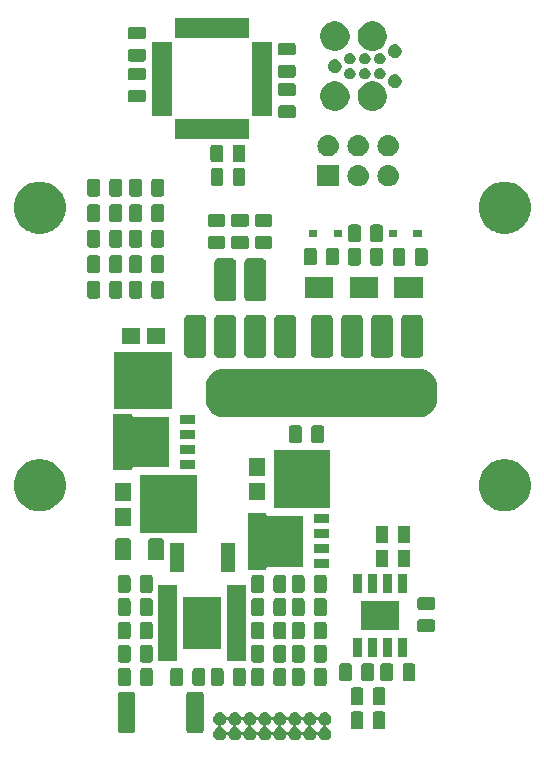
<source format=gbr>
G04 #@! TF.GenerationSoftware,KiCad,Pcbnew,(5.1.4)-1*
G04 #@! TF.CreationDate,2020-07-19T23:15:40-07:00*
G04 #@! TF.ProjectId,SkateLightMainBoard,536b6174-654c-4696-9768-744d61696e42,rev?*
G04 #@! TF.SameCoordinates,Original*
G04 #@! TF.FileFunction,Soldermask,Top*
G04 #@! TF.FilePolarity,Negative*
%FSLAX46Y46*%
G04 Gerber Fmt 4.6, Leading zero omitted, Abs format (unit mm)*
G04 Created by KiCad (PCBNEW (5.1.4)-1) date 2020-07-19 23:15:40*
%MOMM*%
%LPD*%
G04 APERTURE LIST*
%ADD10C,0.100000*%
G04 APERTURE END LIST*
D10*
G36*
X-4281949Y-33075480D02*
G01*
X-4231080Y-33096551D01*
X-4180214Y-33117620D01*
X-4088658Y-33178796D01*
X-4010796Y-33256658D01*
X-3949620Y-33348214D01*
X-3925484Y-33406485D01*
X-3913932Y-33428095D01*
X-3898387Y-33447037D01*
X-3879445Y-33462582D01*
X-3857834Y-33474133D01*
X-3834385Y-33481246D01*
X-3809999Y-33483648D01*
X-3785613Y-33481246D01*
X-3762164Y-33474133D01*
X-3740554Y-33462581D01*
X-3721612Y-33447036D01*
X-3706067Y-33428094D01*
X-3694516Y-33406485D01*
X-3670380Y-33348214D01*
X-3609204Y-33256658D01*
X-3531342Y-33178796D01*
X-3439786Y-33117620D01*
X-3388920Y-33096551D01*
X-3338051Y-33075480D01*
X-3230059Y-33054000D01*
X-3119941Y-33054000D01*
X-3011949Y-33075480D01*
X-2961080Y-33096551D01*
X-2910214Y-33117620D01*
X-2818658Y-33178796D01*
X-2740796Y-33256658D01*
X-2679620Y-33348214D01*
X-2655484Y-33406485D01*
X-2643932Y-33428095D01*
X-2628387Y-33447037D01*
X-2609445Y-33462582D01*
X-2587834Y-33474133D01*
X-2564385Y-33481246D01*
X-2539999Y-33483648D01*
X-2515613Y-33481246D01*
X-2492164Y-33474133D01*
X-2470554Y-33462581D01*
X-2451612Y-33447036D01*
X-2436067Y-33428094D01*
X-2424516Y-33406485D01*
X-2400380Y-33348214D01*
X-2339204Y-33256658D01*
X-2261342Y-33178796D01*
X-2169786Y-33117620D01*
X-2118920Y-33096551D01*
X-2068051Y-33075480D01*
X-1960059Y-33054000D01*
X-1849941Y-33054000D01*
X-1741949Y-33075480D01*
X-1691080Y-33096551D01*
X-1640214Y-33117620D01*
X-1548658Y-33178796D01*
X-1470796Y-33256658D01*
X-1409620Y-33348214D01*
X-1385484Y-33406485D01*
X-1373932Y-33428095D01*
X-1358387Y-33447037D01*
X-1339445Y-33462582D01*
X-1317834Y-33474133D01*
X-1294385Y-33481246D01*
X-1269999Y-33483648D01*
X-1245613Y-33481246D01*
X-1222164Y-33474133D01*
X-1200554Y-33462581D01*
X-1181612Y-33447036D01*
X-1166067Y-33428094D01*
X-1154516Y-33406485D01*
X-1130380Y-33348214D01*
X-1069204Y-33256658D01*
X-991342Y-33178796D01*
X-899786Y-33117620D01*
X-848920Y-33096551D01*
X-798051Y-33075480D01*
X-690059Y-33054000D01*
X-579941Y-33054000D01*
X-471949Y-33075480D01*
X-421080Y-33096551D01*
X-370214Y-33117620D01*
X-278658Y-33178796D01*
X-200796Y-33256658D01*
X-139620Y-33348214D01*
X-115484Y-33406485D01*
X-103932Y-33428095D01*
X-88387Y-33447037D01*
X-69445Y-33462582D01*
X-47834Y-33474133D01*
X-24385Y-33481246D01*
X1Y-33483648D01*
X24387Y-33481246D01*
X47836Y-33474133D01*
X69446Y-33462581D01*
X88388Y-33447036D01*
X103933Y-33428094D01*
X115484Y-33406485D01*
X139620Y-33348214D01*
X200796Y-33256658D01*
X278658Y-33178796D01*
X370214Y-33117620D01*
X421080Y-33096551D01*
X471949Y-33075480D01*
X579941Y-33054000D01*
X690059Y-33054000D01*
X798051Y-33075480D01*
X848920Y-33096551D01*
X899786Y-33117620D01*
X991342Y-33178796D01*
X1069204Y-33256658D01*
X1130380Y-33348214D01*
X1154516Y-33406485D01*
X1166068Y-33428095D01*
X1181613Y-33447037D01*
X1200555Y-33462582D01*
X1222166Y-33474133D01*
X1245615Y-33481246D01*
X1270001Y-33483648D01*
X1294387Y-33481246D01*
X1317836Y-33474133D01*
X1339446Y-33462581D01*
X1358388Y-33447036D01*
X1373933Y-33428094D01*
X1385484Y-33406485D01*
X1409620Y-33348214D01*
X1470796Y-33256658D01*
X1548658Y-33178796D01*
X1640214Y-33117620D01*
X1691080Y-33096551D01*
X1741949Y-33075480D01*
X1849941Y-33054000D01*
X1960059Y-33054000D01*
X2068051Y-33075480D01*
X2118920Y-33096551D01*
X2169786Y-33117620D01*
X2261342Y-33178796D01*
X2339204Y-33256658D01*
X2400380Y-33348214D01*
X2424516Y-33406485D01*
X2436068Y-33428095D01*
X2451613Y-33447037D01*
X2470555Y-33462582D01*
X2492166Y-33474133D01*
X2515615Y-33481246D01*
X2540001Y-33483648D01*
X2564387Y-33481246D01*
X2587836Y-33474133D01*
X2609446Y-33462581D01*
X2628388Y-33447036D01*
X2643933Y-33428094D01*
X2655484Y-33406485D01*
X2679620Y-33348214D01*
X2740796Y-33256658D01*
X2818658Y-33178796D01*
X2910214Y-33117620D01*
X2961080Y-33096551D01*
X3011949Y-33075480D01*
X3119941Y-33054000D01*
X3230059Y-33054000D01*
X3338051Y-33075480D01*
X3388920Y-33096551D01*
X3439786Y-33117620D01*
X3531342Y-33178796D01*
X3609204Y-33256658D01*
X3670380Y-33348214D01*
X3694516Y-33406485D01*
X3706068Y-33428095D01*
X3721613Y-33447037D01*
X3740555Y-33462582D01*
X3762166Y-33474133D01*
X3785615Y-33481246D01*
X3810001Y-33483648D01*
X3834387Y-33481246D01*
X3857836Y-33474133D01*
X3879446Y-33462581D01*
X3898388Y-33447036D01*
X3913933Y-33428094D01*
X3925484Y-33406485D01*
X3949620Y-33348214D01*
X4010796Y-33256658D01*
X4088658Y-33178796D01*
X4180214Y-33117620D01*
X4231080Y-33096551D01*
X4281949Y-33075480D01*
X4389941Y-33054000D01*
X4500059Y-33054000D01*
X4608051Y-33075480D01*
X4658920Y-33096551D01*
X4709786Y-33117620D01*
X4801342Y-33178796D01*
X4879204Y-33256658D01*
X4940380Y-33348214D01*
X4961449Y-33399080D01*
X4982520Y-33449949D01*
X5004000Y-33557941D01*
X5004000Y-33668059D01*
X4982520Y-33776051D01*
X4973467Y-33797906D01*
X4940380Y-33877786D01*
X4879204Y-33969342D01*
X4801342Y-34047204D01*
X4709786Y-34108380D01*
X4651515Y-34132516D01*
X4629905Y-34144068D01*
X4610963Y-34159613D01*
X4595418Y-34178555D01*
X4583867Y-34200166D01*
X4576754Y-34223615D01*
X4574352Y-34248001D01*
X4576754Y-34272387D01*
X4583867Y-34295836D01*
X4595419Y-34317446D01*
X4610964Y-34336388D01*
X4629906Y-34351933D01*
X4651513Y-34363483D01*
X4709786Y-34387620D01*
X4801342Y-34448796D01*
X4879204Y-34526658D01*
X4940380Y-34618214D01*
X4952998Y-34648678D01*
X4982520Y-34719949D01*
X5004000Y-34827941D01*
X5004000Y-34938059D01*
X4982520Y-35046051D01*
X4973467Y-35067906D01*
X4940380Y-35147786D01*
X4879204Y-35239342D01*
X4801342Y-35317204D01*
X4709786Y-35378380D01*
X4658920Y-35399449D01*
X4608051Y-35420520D01*
X4500059Y-35442000D01*
X4389941Y-35442000D01*
X4281949Y-35420520D01*
X4231080Y-35399449D01*
X4180214Y-35378380D01*
X4088658Y-35317204D01*
X4010796Y-35239342D01*
X3949620Y-35147786D01*
X3925483Y-35089513D01*
X3913932Y-35067905D01*
X3898387Y-35048963D01*
X3879445Y-35033418D01*
X3857834Y-35021867D01*
X3834385Y-35014754D01*
X3809999Y-35012352D01*
X3785613Y-35014754D01*
X3762164Y-35021867D01*
X3740554Y-35033419D01*
X3721612Y-35048964D01*
X3706067Y-35067906D01*
X3694517Y-35089513D01*
X3670380Y-35147786D01*
X3609204Y-35239342D01*
X3531342Y-35317204D01*
X3439786Y-35378380D01*
X3388920Y-35399449D01*
X3338051Y-35420520D01*
X3230059Y-35442000D01*
X3119941Y-35442000D01*
X3011949Y-35420520D01*
X2961080Y-35399449D01*
X2910214Y-35378380D01*
X2818658Y-35317204D01*
X2740796Y-35239342D01*
X2679620Y-35147786D01*
X2655483Y-35089513D01*
X2643932Y-35067905D01*
X2628387Y-35048963D01*
X2609445Y-35033418D01*
X2587834Y-35021867D01*
X2564385Y-35014754D01*
X2539999Y-35012352D01*
X2515613Y-35014754D01*
X2492164Y-35021867D01*
X2470554Y-35033419D01*
X2451612Y-35048964D01*
X2436067Y-35067906D01*
X2424517Y-35089513D01*
X2400380Y-35147786D01*
X2339204Y-35239342D01*
X2261342Y-35317204D01*
X2169786Y-35378380D01*
X2118920Y-35399449D01*
X2068051Y-35420520D01*
X1960059Y-35442000D01*
X1849941Y-35442000D01*
X1741949Y-35420520D01*
X1691080Y-35399449D01*
X1640214Y-35378380D01*
X1548658Y-35317204D01*
X1470796Y-35239342D01*
X1409620Y-35147786D01*
X1385483Y-35089513D01*
X1373932Y-35067905D01*
X1358387Y-35048963D01*
X1339445Y-35033418D01*
X1317834Y-35021867D01*
X1294385Y-35014754D01*
X1269999Y-35012352D01*
X1245613Y-35014754D01*
X1222164Y-35021867D01*
X1200554Y-35033419D01*
X1181612Y-35048964D01*
X1166067Y-35067906D01*
X1154517Y-35089513D01*
X1130380Y-35147786D01*
X1069204Y-35239342D01*
X991342Y-35317204D01*
X899786Y-35378380D01*
X848920Y-35399449D01*
X798051Y-35420520D01*
X690059Y-35442000D01*
X579941Y-35442000D01*
X471949Y-35420520D01*
X421080Y-35399449D01*
X370214Y-35378380D01*
X278658Y-35317204D01*
X200796Y-35239342D01*
X139620Y-35147786D01*
X115483Y-35089513D01*
X103932Y-35067905D01*
X88387Y-35048963D01*
X69445Y-35033418D01*
X47834Y-35021867D01*
X24385Y-35014754D01*
X-1Y-35012352D01*
X-24387Y-35014754D01*
X-47836Y-35021867D01*
X-69446Y-35033419D01*
X-88388Y-35048964D01*
X-103933Y-35067906D01*
X-115483Y-35089513D01*
X-139620Y-35147786D01*
X-200796Y-35239342D01*
X-278658Y-35317204D01*
X-370214Y-35378380D01*
X-421080Y-35399449D01*
X-471949Y-35420520D01*
X-579941Y-35442000D01*
X-690059Y-35442000D01*
X-798051Y-35420520D01*
X-848920Y-35399449D01*
X-899786Y-35378380D01*
X-991342Y-35317204D01*
X-1069204Y-35239342D01*
X-1130380Y-35147786D01*
X-1154517Y-35089513D01*
X-1166068Y-35067905D01*
X-1181613Y-35048963D01*
X-1200555Y-35033418D01*
X-1222166Y-35021867D01*
X-1245615Y-35014754D01*
X-1270001Y-35012352D01*
X-1294387Y-35014754D01*
X-1317836Y-35021867D01*
X-1339446Y-35033419D01*
X-1358388Y-35048964D01*
X-1373933Y-35067906D01*
X-1385483Y-35089513D01*
X-1409620Y-35147786D01*
X-1470796Y-35239342D01*
X-1548658Y-35317204D01*
X-1640214Y-35378380D01*
X-1691080Y-35399449D01*
X-1741949Y-35420520D01*
X-1849941Y-35442000D01*
X-1960059Y-35442000D01*
X-2068051Y-35420520D01*
X-2118920Y-35399449D01*
X-2169786Y-35378380D01*
X-2261342Y-35317204D01*
X-2339204Y-35239342D01*
X-2400380Y-35147786D01*
X-2424517Y-35089513D01*
X-2436068Y-35067905D01*
X-2451613Y-35048963D01*
X-2470555Y-35033418D01*
X-2492166Y-35021867D01*
X-2515615Y-35014754D01*
X-2540001Y-35012352D01*
X-2564387Y-35014754D01*
X-2587836Y-35021867D01*
X-2609446Y-35033419D01*
X-2628388Y-35048964D01*
X-2643933Y-35067906D01*
X-2655483Y-35089513D01*
X-2679620Y-35147786D01*
X-2740796Y-35239342D01*
X-2818658Y-35317204D01*
X-2910214Y-35378380D01*
X-2961080Y-35399449D01*
X-3011949Y-35420520D01*
X-3119941Y-35442000D01*
X-3230059Y-35442000D01*
X-3338051Y-35420520D01*
X-3388920Y-35399449D01*
X-3439786Y-35378380D01*
X-3531342Y-35317204D01*
X-3609204Y-35239342D01*
X-3670380Y-35147786D01*
X-3694517Y-35089513D01*
X-3706068Y-35067905D01*
X-3721613Y-35048963D01*
X-3740555Y-35033418D01*
X-3762166Y-35021867D01*
X-3785615Y-35014754D01*
X-3810001Y-35012352D01*
X-3834387Y-35014754D01*
X-3857836Y-35021867D01*
X-3879446Y-35033419D01*
X-3898388Y-35048964D01*
X-3913933Y-35067906D01*
X-3925483Y-35089513D01*
X-3949620Y-35147786D01*
X-4010796Y-35239342D01*
X-4088658Y-35317204D01*
X-4180214Y-35378380D01*
X-4231080Y-35399449D01*
X-4281949Y-35420520D01*
X-4389941Y-35442000D01*
X-4500059Y-35442000D01*
X-4608051Y-35420520D01*
X-4658920Y-35399449D01*
X-4709786Y-35378380D01*
X-4801342Y-35317204D01*
X-4879204Y-35239342D01*
X-4940380Y-35147786D01*
X-4973467Y-35067906D01*
X-4982520Y-35046051D01*
X-5004000Y-34938059D01*
X-5004000Y-34827941D01*
X-4982520Y-34719949D01*
X-4952998Y-34648678D01*
X-4940380Y-34618214D01*
X-4879204Y-34526658D01*
X-4801342Y-34448796D01*
X-4709786Y-34387620D01*
X-4651513Y-34363483D01*
X-4629905Y-34351932D01*
X-4610963Y-34336387D01*
X-4595418Y-34317445D01*
X-4583867Y-34295834D01*
X-4576754Y-34272385D01*
X-4574353Y-34248001D01*
X-4315648Y-34248001D01*
X-4313246Y-34272387D01*
X-4306133Y-34295836D01*
X-4294581Y-34317446D01*
X-4279036Y-34336388D01*
X-4260094Y-34351933D01*
X-4238487Y-34363483D01*
X-4180214Y-34387620D01*
X-4088658Y-34448796D01*
X-4010796Y-34526658D01*
X-3949620Y-34618214D01*
X-3937002Y-34648678D01*
X-3925484Y-34676485D01*
X-3913932Y-34698095D01*
X-3898387Y-34717037D01*
X-3879445Y-34732582D01*
X-3857834Y-34744133D01*
X-3834385Y-34751246D01*
X-3809999Y-34753648D01*
X-3785613Y-34751246D01*
X-3762164Y-34744133D01*
X-3740554Y-34732581D01*
X-3721612Y-34717036D01*
X-3706067Y-34698094D01*
X-3694516Y-34676485D01*
X-3682998Y-34648678D01*
X-3670380Y-34618214D01*
X-3609204Y-34526658D01*
X-3531342Y-34448796D01*
X-3439786Y-34387620D01*
X-3381513Y-34363483D01*
X-3359905Y-34351932D01*
X-3340963Y-34336387D01*
X-3325418Y-34317445D01*
X-3313867Y-34295834D01*
X-3306754Y-34272385D01*
X-3304353Y-34248001D01*
X-3045648Y-34248001D01*
X-3043246Y-34272387D01*
X-3036133Y-34295836D01*
X-3024581Y-34317446D01*
X-3009036Y-34336388D01*
X-2990094Y-34351933D01*
X-2968487Y-34363483D01*
X-2910214Y-34387620D01*
X-2818658Y-34448796D01*
X-2740796Y-34526658D01*
X-2679620Y-34618214D01*
X-2667002Y-34648678D01*
X-2655484Y-34676485D01*
X-2643932Y-34698095D01*
X-2628387Y-34717037D01*
X-2609445Y-34732582D01*
X-2587834Y-34744133D01*
X-2564385Y-34751246D01*
X-2539999Y-34753648D01*
X-2515613Y-34751246D01*
X-2492164Y-34744133D01*
X-2470554Y-34732581D01*
X-2451612Y-34717036D01*
X-2436067Y-34698094D01*
X-2424516Y-34676485D01*
X-2412998Y-34648678D01*
X-2400380Y-34618214D01*
X-2339204Y-34526658D01*
X-2261342Y-34448796D01*
X-2169786Y-34387620D01*
X-2111513Y-34363483D01*
X-2089905Y-34351932D01*
X-2070963Y-34336387D01*
X-2055418Y-34317445D01*
X-2043867Y-34295834D01*
X-2036754Y-34272385D01*
X-2034353Y-34248001D01*
X-1775648Y-34248001D01*
X-1773246Y-34272387D01*
X-1766133Y-34295836D01*
X-1754581Y-34317446D01*
X-1739036Y-34336388D01*
X-1720094Y-34351933D01*
X-1698487Y-34363483D01*
X-1640214Y-34387620D01*
X-1548658Y-34448796D01*
X-1470796Y-34526658D01*
X-1409620Y-34618214D01*
X-1397002Y-34648678D01*
X-1385484Y-34676485D01*
X-1373932Y-34698095D01*
X-1358387Y-34717037D01*
X-1339445Y-34732582D01*
X-1317834Y-34744133D01*
X-1294385Y-34751246D01*
X-1269999Y-34753648D01*
X-1245613Y-34751246D01*
X-1222164Y-34744133D01*
X-1200554Y-34732581D01*
X-1181612Y-34717036D01*
X-1166067Y-34698094D01*
X-1154516Y-34676485D01*
X-1142998Y-34648678D01*
X-1130380Y-34618214D01*
X-1069204Y-34526658D01*
X-991342Y-34448796D01*
X-899786Y-34387620D01*
X-841513Y-34363483D01*
X-819905Y-34351932D01*
X-800963Y-34336387D01*
X-785418Y-34317445D01*
X-773867Y-34295834D01*
X-766754Y-34272385D01*
X-764353Y-34248001D01*
X-505648Y-34248001D01*
X-503246Y-34272387D01*
X-496133Y-34295836D01*
X-484581Y-34317446D01*
X-469036Y-34336388D01*
X-450094Y-34351933D01*
X-428487Y-34363483D01*
X-370214Y-34387620D01*
X-278658Y-34448796D01*
X-200796Y-34526658D01*
X-139620Y-34618214D01*
X-127002Y-34648678D01*
X-115484Y-34676485D01*
X-103932Y-34698095D01*
X-88387Y-34717037D01*
X-69445Y-34732582D01*
X-47834Y-34744133D01*
X-24385Y-34751246D01*
X1Y-34753648D01*
X24387Y-34751246D01*
X47836Y-34744133D01*
X69446Y-34732581D01*
X88388Y-34717036D01*
X103933Y-34698094D01*
X115484Y-34676485D01*
X127002Y-34648678D01*
X139620Y-34618214D01*
X200796Y-34526658D01*
X278658Y-34448796D01*
X370214Y-34387620D01*
X428487Y-34363483D01*
X450095Y-34351932D01*
X469037Y-34336387D01*
X484582Y-34317445D01*
X496133Y-34295834D01*
X503246Y-34272385D01*
X505647Y-34248001D01*
X764352Y-34248001D01*
X766754Y-34272387D01*
X773867Y-34295836D01*
X785419Y-34317446D01*
X800964Y-34336388D01*
X819906Y-34351933D01*
X841513Y-34363483D01*
X899786Y-34387620D01*
X991342Y-34448796D01*
X1069204Y-34526658D01*
X1130380Y-34618214D01*
X1142998Y-34648678D01*
X1154516Y-34676485D01*
X1166068Y-34698095D01*
X1181613Y-34717037D01*
X1200555Y-34732582D01*
X1222166Y-34744133D01*
X1245615Y-34751246D01*
X1270001Y-34753648D01*
X1294387Y-34751246D01*
X1317836Y-34744133D01*
X1339446Y-34732581D01*
X1358388Y-34717036D01*
X1373933Y-34698094D01*
X1385484Y-34676485D01*
X1397002Y-34648678D01*
X1409620Y-34618214D01*
X1470796Y-34526658D01*
X1548658Y-34448796D01*
X1640214Y-34387620D01*
X1698487Y-34363483D01*
X1720095Y-34351932D01*
X1739037Y-34336387D01*
X1754582Y-34317445D01*
X1766133Y-34295834D01*
X1773246Y-34272385D01*
X1775647Y-34248001D01*
X2034352Y-34248001D01*
X2036754Y-34272387D01*
X2043867Y-34295836D01*
X2055419Y-34317446D01*
X2070964Y-34336388D01*
X2089906Y-34351933D01*
X2111513Y-34363483D01*
X2169786Y-34387620D01*
X2261342Y-34448796D01*
X2339204Y-34526658D01*
X2400380Y-34618214D01*
X2412998Y-34648678D01*
X2424516Y-34676485D01*
X2436068Y-34698095D01*
X2451613Y-34717037D01*
X2470555Y-34732582D01*
X2492166Y-34744133D01*
X2515615Y-34751246D01*
X2540001Y-34753648D01*
X2564387Y-34751246D01*
X2587836Y-34744133D01*
X2609446Y-34732581D01*
X2628388Y-34717036D01*
X2643933Y-34698094D01*
X2655484Y-34676485D01*
X2667002Y-34648678D01*
X2679620Y-34618214D01*
X2740796Y-34526658D01*
X2818658Y-34448796D01*
X2910214Y-34387620D01*
X2968487Y-34363483D01*
X2990095Y-34351932D01*
X3009037Y-34336387D01*
X3024582Y-34317445D01*
X3036133Y-34295834D01*
X3043246Y-34272385D01*
X3045647Y-34248001D01*
X3304352Y-34248001D01*
X3306754Y-34272387D01*
X3313867Y-34295836D01*
X3325419Y-34317446D01*
X3340964Y-34336388D01*
X3359906Y-34351933D01*
X3381513Y-34363483D01*
X3439786Y-34387620D01*
X3531342Y-34448796D01*
X3609204Y-34526658D01*
X3670380Y-34618214D01*
X3682998Y-34648678D01*
X3694516Y-34676485D01*
X3706068Y-34698095D01*
X3721613Y-34717037D01*
X3740555Y-34732582D01*
X3762166Y-34744133D01*
X3785615Y-34751246D01*
X3810001Y-34753648D01*
X3834387Y-34751246D01*
X3857836Y-34744133D01*
X3879446Y-34732581D01*
X3898388Y-34717036D01*
X3913933Y-34698094D01*
X3925484Y-34676485D01*
X3937002Y-34648678D01*
X3949620Y-34618214D01*
X4010796Y-34526658D01*
X4088658Y-34448796D01*
X4180214Y-34387620D01*
X4238487Y-34363483D01*
X4260095Y-34351932D01*
X4279037Y-34336387D01*
X4294582Y-34317445D01*
X4306133Y-34295834D01*
X4313246Y-34272385D01*
X4315648Y-34247999D01*
X4313246Y-34223613D01*
X4306133Y-34200164D01*
X4294581Y-34178554D01*
X4279036Y-34159612D01*
X4260094Y-34144067D01*
X4238485Y-34132516D01*
X4180214Y-34108380D01*
X4088658Y-34047204D01*
X4010796Y-33969342D01*
X3949620Y-33877786D01*
X3925483Y-33819513D01*
X3913932Y-33797905D01*
X3898387Y-33778963D01*
X3879445Y-33763418D01*
X3857834Y-33751867D01*
X3834385Y-33744754D01*
X3809999Y-33742352D01*
X3785613Y-33744754D01*
X3762164Y-33751867D01*
X3740554Y-33763419D01*
X3721612Y-33778964D01*
X3706067Y-33797906D01*
X3694517Y-33819513D01*
X3670380Y-33877786D01*
X3609204Y-33969342D01*
X3531342Y-34047204D01*
X3439786Y-34108380D01*
X3381515Y-34132516D01*
X3359905Y-34144068D01*
X3340963Y-34159613D01*
X3325418Y-34178555D01*
X3313867Y-34200166D01*
X3306754Y-34223615D01*
X3304352Y-34248001D01*
X3045647Y-34248001D01*
X3045648Y-34247999D01*
X3043246Y-34223613D01*
X3036133Y-34200164D01*
X3024581Y-34178554D01*
X3009036Y-34159612D01*
X2990094Y-34144067D01*
X2968485Y-34132516D01*
X2910214Y-34108380D01*
X2818658Y-34047204D01*
X2740796Y-33969342D01*
X2679620Y-33877786D01*
X2655483Y-33819513D01*
X2643932Y-33797905D01*
X2628387Y-33778963D01*
X2609445Y-33763418D01*
X2587834Y-33751867D01*
X2564385Y-33744754D01*
X2539999Y-33742352D01*
X2515613Y-33744754D01*
X2492164Y-33751867D01*
X2470554Y-33763419D01*
X2451612Y-33778964D01*
X2436067Y-33797906D01*
X2424517Y-33819513D01*
X2400380Y-33877786D01*
X2339204Y-33969342D01*
X2261342Y-34047204D01*
X2169786Y-34108380D01*
X2111515Y-34132516D01*
X2089905Y-34144068D01*
X2070963Y-34159613D01*
X2055418Y-34178555D01*
X2043867Y-34200166D01*
X2036754Y-34223615D01*
X2034352Y-34248001D01*
X1775647Y-34248001D01*
X1775648Y-34247999D01*
X1773246Y-34223613D01*
X1766133Y-34200164D01*
X1754581Y-34178554D01*
X1739036Y-34159612D01*
X1720094Y-34144067D01*
X1698485Y-34132516D01*
X1640214Y-34108380D01*
X1548658Y-34047204D01*
X1470796Y-33969342D01*
X1409620Y-33877786D01*
X1385483Y-33819513D01*
X1373932Y-33797905D01*
X1358387Y-33778963D01*
X1339445Y-33763418D01*
X1317834Y-33751867D01*
X1294385Y-33744754D01*
X1269999Y-33742352D01*
X1245613Y-33744754D01*
X1222164Y-33751867D01*
X1200554Y-33763419D01*
X1181612Y-33778964D01*
X1166067Y-33797906D01*
X1154517Y-33819513D01*
X1130380Y-33877786D01*
X1069204Y-33969342D01*
X991342Y-34047204D01*
X899786Y-34108380D01*
X841515Y-34132516D01*
X819905Y-34144068D01*
X800963Y-34159613D01*
X785418Y-34178555D01*
X773867Y-34200166D01*
X766754Y-34223615D01*
X764352Y-34248001D01*
X505647Y-34248001D01*
X505648Y-34247999D01*
X503246Y-34223613D01*
X496133Y-34200164D01*
X484581Y-34178554D01*
X469036Y-34159612D01*
X450094Y-34144067D01*
X428485Y-34132516D01*
X370214Y-34108380D01*
X278658Y-34047204D01*
X200796Y-33969342D01*
X139620Y-33877786D01*
X115483Y-33819513D01*
X103932Y-33797905D01*
X88387Y-33778963D01*
X69445Y-33763418D01*
X47834Y-33751867D01*
X24385Y-33744754D01*
X-1Y-33742352D01*
X-24387Y-33744754D01*
X-47836Y-33751867D01*
X-69446Y-33763419D01*
X-88388Y-33778964D01*
X-103933Y-33797906D01*
X-115483Y-33819513D01*
X-139620Y-33877786D01*
X-200796Y-33969342D01*
X-278658Y-34047204D01*
X-370214Y-34108380D01*
X-428485Y-34132516D01*
X-450095Y-34144068D01*
X-469037Y-34159613D01*
X-484582Y-34178555D01*
X-496133Y-34200166D01*
X-503246Y-34223615D01*
X-505648Y-34248001D01*
X-764353Y-34248001D01*
X-764352Y-34247999D01*
X-766754Y-34223613D01*
X-773867Y-34200164D01*
X-785419Y-34178554D01*
X-800964Y-34159612D01*
X-819906Y-34144067D01*
X-841515Y-34132516D01*
X-899786Y-34108380D01*
X-991342Y-34047204D01*
X-1069204Y-33969342D01*
X-1130380Y-33877786D01*
X-1154517Y-33819513D01*
X-1166068Y-33797905D01*
X-1181613Y-33778963D01*
X-1200555Y-33763418D01*
X-1222166Y-33751867D01*
X-1245615Y-33744754D01*
X-1270001Y-33742352D01*
X-1294387Y-33744754D01*
X-1317836Y-33751867D01*
X-1339446Y-33763419D01*
X-1358388Y-33778964D01*
X-1373933Y-33797906D01*
X-1385483Y-33819513D01*
X-1409620Y-33877786D01*
X-1470796Y-33969342D01*
X-1548658Y-34047204D01*
X-1640214Y-34108380D01*
X-1698485Y-34132516D01*
X-1720095Y-34144068D01*
X-1739037Y-34159613D01*
X-1754582Y-34178555D01*
X-1766133Y-34200166D01*
X-1773246Y-34223615D01*
X-1775648Y-34248001D01*
X-2034353Y-34248001D01*
X-2034352Y-34247999D01*
X-2036754Y-34223613D01*
X-2043867Y-34200164D01*
X-2055419Y-34178554D01*
X-2070964Y-34159612D01*
X-2089906Y-34144067D01*
X-2111515Y-34132516D01*
X-2169786Y-34108380D01*
X-2261342Y-34047204D01*
X-2339204Y-33969342D01*
X-2400380Y-33877786D01*
X-2424517Y-33819513D01*
X-2436068Y-33797905D01*
X-2451613Y-33778963D01*
X-2470555Y-33763418D01*
X-2492166Y-33751867D01*
X-2515615Y-33744754D01*
X-2540001Y-33742352D01*
X-2564387Y-33744754D01*
X-2587836Y-33751867D01*
X-2609446Y-33763419D01*
X-2628388Y-33778964D01*
X-2643933Y-33797906D01*
X-2655483Y-33819513D01*
X-2679620Y-33877786D01*
X-2740796Y-33969342D01*
X-2818658Y-34047204D01*
X-2910214Y-34108380D01*
X-2968485Y-34132516D01*
X-2990095Y-34144068D01*
X-3009037Y-34159613D01*
X-3024582Y-34178555D01*
X-3036133Y-34200166D01*
X-3043246Y-34223615D01*
X-3045648Y-34248001D01*
X-3304353Y-34248001D01*
X-3304352Y-34247999D01*
X-3306754Y-34223613D01*
X-3313867Y-34200164D01*
X-3325419Y-34178554D01*
X-3340964Y-34159612D01*
X-3359906Y-34144067D01*
X-3381515Y-34132516D01*
X-3439786Y-34108380D01*
X-3531342Y-34047204D01*
X-3609204Y-33969342D01*
X-3670380Y-33877786D01*
X-3694517Y-33819513D01*
X-3706068Y-33797905D01*
X-3721613Y-33778963D01*
X-3740555Y-33763418D01*
X-3762166Y-33751867D01*
X-3785615Y-33744754D01*
X-3810001Y-33742352D01*
X-3834387Y-33744754D01*
X-3857836Y-33751867D01*
X-3879446Y-33763419D01*
X-3898388Y-33778964D01*
X-3913933Y-33797906D01*
X-3925483Y-33819513D01*
X-3949620Y-33877786D01*
X-4010796Y-33969342D01*
X-4088658Y-34047204D01*
X-4180214Y-34108380D01*
X-4238485Y-34132516D01*
X-4260095Y-34144068D01*
X-4279037Y-34159613D01*
X-4294582Y-34178555D01*
X-4306133Y-34200166D01*
X-4313246Y-34223615D01*
X-4315648Y-34248001D01*
X-4574353Y-34248001D01*
X-4574352Y-34247999D01*
X-4576754Y-34223613D01*
X-4583867Y-34200164D01*
X-4595419Y-34178554D01*
X-4610964Y-34159612D01*
X-4629906Y-34144067D01*
X-4651515Y-34132516D01*
X-4709786Y-34108380D01*
X-4801342Y-34047204D01*
X-4879204Y-33969342D01*
X-4940380Y-33877786D01*
X-4973467Y-33797906D01*
X-4982520Y-33776051D01*
X-5004000Y-33668059D01*
X-5004000Y-33557941D01*
X-4982520Y-33449949D01*
X-4961449Y-33399080D01*
X-4940380Y-33348214D01*
X-4879204Y-33256658D01*
X-4801342Y-33178796D01*
X-4709786Y-33117620D01*
X-4658920Y-33096551D01*
X-4608051Y-33075480D01*
X-4500059Y-33054000D01*
X-4389941Y-33054000D01*
X-4281949Y-33075480D01*
X-4281949Y-33075480D01*
G37*
G36*
X-11765842Y-31354127D02*
G01*
X-11730273Y-31364917D01*
X-11697501Y-31382434D01*
X-11668771Y-31406011D01*
X-11645194Y-31434741D01*
X-11627677Y-31467513D01*
X-11616887Y-31503082D01*
X-11612640Y-31546205D01*
X-11612640Y-34605555D01*
X-11616887Y-34648678D01*
X-11627677Y-34684247D01*
X-11645194Y-34717019D01*
X-11668771Y-34745749D01*
X-11697501Y-34769326D01*
X-11730273Y-34786843D01*
X-11765842Y-34797633D01*
X-11808965Y-34801880D01*
X-12868315Y-34801880D01*
X-12911438Y-34797633D01*
X-12947007Y-34786843D01*
X-12979779Y-34769326D01*
X-13008509Y-34745749D01*
X-13032086Y-34717019D01*
X-13049603Y-34684247D01*
X-13060393Y-34648678D01*
X-13064640Y-34605555D01*
X-13064640Y-31546205D01*
X-13060393Y-31503082D01*
X-13049603Y-31467513D01*
X-13032086Y-31434741D01*
X-13008509Y-31406011D01*
X-12979779Y-31382434D01*
X-12947007Y-31364917D01*
X-12911438Y-31354127D01*
X-12868315Y-31349880D01*
X-11808965Y-31349880D01*
X-11765842Y-31354127D01*
X-11765842Y-31354127D01*
G37*
G36*
X-5965842Y-31354127D02*
G01*
X-5930273Y-31364917D01*
X-5897501Y-31382434D01*
X-5868771Y-31406011D01*
X-5845194Y-31434741D01*
X-5827677Y-31467513D01*
X-5816887Y-31503082D01*
X-5812640Y-31546205D01*
X-5812640Y-34605555D01*
X-5816887Y-34648678D01*
X-5827677Y-34684247D01*
X-5845194Y-34717019D01*
X-5868771Y-34745749D01*
X-5897501Y-34769326D01*
X-5930273Y-34786843D01*
X-5965842Y-34797633D01*
X-6008965Y-34801880D01*
X-7068315Y-34801880D01*
X-7111438Y-34797633D01*
X-7147007Y-34786843D01*
X-7179779Y-34769326D01*
X-7208509Y-34745749D01*
X-7232086Y-34717019D01*
X-7249603Y-34684247D01*
X-7260393Y-34648678D01*
X-7264640Y-34605555D01*
X-7264640Y-31546205D01*
X-7260393Y-31503082D01*
X-7249603Y-31467513D01*
X-7232086Y-31434741D01*
X-7208509Y-31406011D01*
X-7179779Y-31382434D01*
X-7147007Y-31364917D01*
X-7111438Y-31354127D01*
X-7068315Y-31349880D01*
X-6008965Y-31349880D01*
X-5965842Y-31354127D01*
X-5965842Y-31354127D01*
G37*
G36*
X7549768Y-32992385D02*
G01*
X7588438Y-33004116D01*
X7624077Y-33023166D01*
X7655317Y-33048803D01*
X7680954Y-33080043D01*
X7700004Y-33115682D01*
X7711735Y-33154352D01*
X7716300Y-33200708D01*
X7716300Y-34276932D01*
X7711735Y-34323288D01*
X7700004Y-34361958D01*
X7680954Y-34397597D01*
X7655317Y-34428837D01*
X7624077Y-34454474D01*
X7588438Y-34473524D01*
X7549768Y-34485255D01*
X7503412Y-34489820D01*
X6852188Y-34489820D01*
X6805832Y-34485255D01*
X6767162Y-34473524D01*
X6731523Y-34454474D01*
X6700283Y-34428837D01*
X6674646Y-34397597D01*
X6655596Y-34361958D01*
X6643865Y-34323288D01*
X6639300Y-34276932D01*
X6639300Y-33200708D01*
X6643865Y-33154352D01*
X6655596Y-33115682D01*
X6674646Y-33080043D01*
X6700283Y-33048803D01*
X6731523Y-33023166D01*
X6767162Y-33004116D01*
X6805832Y-32992385D01*
X6852188Y-32987820D01*
X7503412Y-32987820D01*
X7549768Y-32992385D01*
X7549768Y-32992385D01*
G37*
G36*
X9424768Y-32992385D02*
G01*
X9463438Y-33004116D01*
X9499077Y-33023166D01*
X9530317Y-33048803D01*
X9555954Y-33080043D01*
X9575004Y-33115682D01*
X9586735Y-33154352D01*
X9591300Y-33200708D01*
X9591300Y-34276932D01*
X9586735Y-34323288D01*
X9575004Y-34361958D01*
X9555954Y-34397597D01*
X9530317Y-34428837D01*
X9499077Y-34454474D01*
X9463438Y-34473524D01*
X9424768Y-34485255D01*
X9378412Y-34489820D01*
X8727188Y-34489820D01*
X8680832Y-34485255D01*
X8642162Y-34473524D01*
X8606523Y-34454474D01*
X8575283Y-34428837D01*
X8549646Y-34397597D01*
X8530596Y-34361958D01*
X8518865Y-34323288D01*
X8514300Y-34276932D01*
X8514300Y-33200708D01*
X8518865Y-33154352D01*
X8530596Y-33115682D01*
X8549646Y-33080043D01*
X8575283Y-33048803D01*
X8606523Y-33023166D01*
X8642162Y-33004116D01*
X8680832Y-32992385D01*
X8727188Y-32987820D01*
X9378412Y-32987820D01*
X9424768Y-32992385D01*
X9424768Y-32992385D01*
G37*
G36*
X7552308Y-30962925D02*
G01*
X7590978Y-30974656D01*
X7626617Y-30993706D01*
X7657857Y-31019343D01*
X7683494Y-31050583D01*
X7702544Y-31086222D01*
X7714275Y-31124892D01*
X7718840Y-31171248D01*
X7718840Y-32247472D01*
X7714275Y-32293828D01*
X7702544Y-32332498D01*
X7683494Y-32368137D01*
X7657857Y-32399377D01*
X7626617Y-32425014D01*
X7590978Y-32444064D01*
X7552308Y-32455795D01*
X7505952Y-32460360D01*
X6854728Y-32460360D01*
X6808372Y-32455795D01*
X6769702Y-32444064D01*
X6734063Y-32425014D01*
X6702823Y-32399377D01*
X6677186Y-32368137D01*
X6658136Y-32332498D01*
X6646405Y-32293828D01*
X6641840Y-32247472D01*
X6641840Y-31171248D01*
X6646405Y-31124892D01*
X6658136Y-31086222D01*
X6677186Y-31050583D01*
X6702823Y-31019343D01*
X6734063Y-30993706D01*
X6769702Y-30974656D01*
X6808372Y-30962925D01*
X6854728Y-30958360D01*
X7505952Y-30958360D01*
X7552308Y-30962925D01*
X7552308Y-30962925D01*
G37*
G36*
X9427308Y-30962925D02*
G01*
X9465978Y-30974656D01*
X9501617Y-30993706D01*
X9532857Y-31019343D01*
X9558494Y-31050583D01*
X9577544Y-31086222D01*
X9589275Y-31124892D01*
X9593840Y-31171248D01*
X9593840Y-32247472D01*
X9589275Y-32293828D01*
X9577544Y-32332498D01*
X9558494Y-32368137D01*
X9532857Y-32399377D01*
X9501617Y-32425014D01*
X9465978Y-32444064D01*
X9427308Y-32455795D01*
X9380952Y-32460360D01*
X8729728Y-32460360D01*
X8683372Y-32455795D01*
X8644702Y-32444064D01*
X8609063Y-32425014D01*
X8577823Y-32399377D01*
X8552186Y-32368137D01*
X8533136Y-32332498D01*
X8521405Y-32293828D01*
X8516840Y-32247472D01*
X8516840Y-31171248D01*
X8521405Y-31124892D01*
X8533136Y-31086222D01*
X8552186Y-31050583D01*
X8577823Y-31019343D01*
X8609063Y-30993706D01*
X8644702Y-30974656D01*
X8683372Y-30962925D01*
X8729728Y-30958360D01*
X9380952Y-30958360D01*
X9427308Y-30962925D01*
X9427308Y-30962925D01*
G37*
G36*
X-12143092Y-29327165D02*
G01*
X-12104422Y-29338896D01*
X-12068783Y-29357946D01*
X-12037543Y-29383583D01*
X-12011906Y-29414823D01*
X-11992856Y-29450462D01*
X-11981125Y-29489132D01*
X-11976560Y-29535488D01*
X-11976560Y-30611712D01*
X-11981125Y-30658068D01*
X-11992856Y-30696738D01*
X-12011906Y-30732377D01*
X-12037543Y-30763617D01*
X-12068783Y-30789254D01*
X-12104422Y-30808304D01*
X-12143092Y-30820035D01*
X-12189448Y-30824600D01*
X-12840672Y-30824600D01*
X-12887028Y-30820035D01*
X-12925698Y-30808304D01*
X-12961337Y-30789254D01*
X-12992577Y-30763617D01*
X-13018214Y-30732377D01*
X-13037264Y-30696738D01*
X-13048995Y-30658068D01*
X-13053560Y-30611712D01*
X-13053560Y-29535488D01*
X-13048995Y-29489132D01*
X-13037264Y-29450462D01*
X-13018214Y-29414823D01*
X-12992577Y-29383583D01*
X-12961337Y-29357946D01*
X-12925698Y-29338896D01*
X-12887028Y-29327165D01*
X-12840672Y-29322600D01*
X-12189448Y-29322600D01*
X-12143092Y-29327165D01*
X-12143092Y-29327165D01*
G37*
G36*
X-4284092Y-29327165D02*
G01*
X-4245422Y-29338896D01*
X-4209783Y-29357946D01*
X-4178543Y-29383583D01*
X-4152906Y-29414823D01*
X-4133856Y-29450462D01*
X-4122125Y-29489132D01*
X-4117560Y-29535488D01*
X-4117560Y-30611712D01*
X-4122125Y-30658068D01*
X-4133856Y-30696738D01*
X-4152906Y-30732377D01*
X-4178543Y-30763617D01*
X-4209783Y-30789254D01*
X-4245422Y-30808304D01*
X-4284092Y-30820035D01*
X-4330448Y-30824600D01*
X-4981672Y-30824600D01*
X-5028028Y-30820035D01*
X-5066698Y-30808304D01*
X-5102337Y-30789254D01*
X-5133577Y-30763617D01*
X-5159214Y-30732377D01*
X-5178264Y-30696738D01*
X-5189995Y-30658068D01*
X-5194560Y-30611712D01*
X-5194560Y-29535488D01*
X-5189995Y-29489132D01*
X-5178264Y-29450462D01*
X-5159214Y-29414823D01*
X-5133577Y-29383583D01*
X-5102337Y-29357946D01*
X-5066698Y-29338896D01*
X-5028028Y-29327165D01*
X-4981672Y-29322600D01*
X-4330448Y-29322600D01*
X-4284092Y-29327165D01*
X-4284092Y-29327165D01*
G37*
G36*
X4448908Y-29327165D02*
G01*
X4487578Y-29338896D01*
X4523217Y-29357946D01*
X4554457Y-29383583D01*
X4580094Y-29414823D01*
X4599144Y-29450462D01*
X4610875Y-29489132D01*
X4615440Y-29535488D01*
X4615440Y-30611712D01*
X4610875Y-30658068D01*
X4599144Y-30696738D01*
X4580094Y-30732377D01*
X4554457Y-30763617D01*
X4523217Y-30789254D01*
X4487578Y-30808304D01*
X4448908Y-30820035D01*
X4402552Y-30824600D01*
X3751328Y-30824600D01*
X3704972Y-30820035D01*
X3666302Y-30808304D01*
X3630663Y-30789254D01*
X3599423Y-30763617D01*
X3573786Y-30732377D01*
X3554736Y-30696738D01*
X3543005Y-30658068D01*
X3538440Y-30611712D01*
X3538440Y-29535488D01*
X3543005Y-29489132D01*
X3554736Y-29450462D01*
X3573786Y-29414823D01*
X3599423Y-29383583D01*
X3630663Y-29357946D01*
X3666302Y-29338896D01*
X3704972Y-29327165D01*
X3751328Y-29322600D01*
X4402552Y-29322600D01*
X4448908Y-29327165D01*
X4448908Y-29327165D01*
G37*
G36*
X2573908Y-29327165D02*
G01*
X2612578Y-29338896D01*
X2648217Y-29357946D01*
X2679457Y-29383583D01*
X2705094Y-29414823D01*
X2724144Y-29450462D01*
X2735875Y-29489132D01*
X2740440Y-29535488D01*
X2740440Y-30611712D01*
X2735875Y-30658068D01*
X2724144Y-30696738D01*
X2705094Y-30732377D01*
X2679457Y-30763617D01*
X2648217Y-30789254D01*
X2612578Y-30808304D01*
X2573908Y-30820035D01*
X2527552Y-30824600D01*
X1876328Y-30824600D01*
X1829972Y-30820035D01*
X1791302Y-30808304D01*
X1755663Y-30789254D01*
X1724423Y-30763617D01*
X1698786Y-30732377D01*
X1679736Y-30696738D01*
X1668005Y-30658068D01*
X1663440Y-30611712D01*
X1663440Y-29535488D01*
X1668005Y-29489132D01*
X1679736Y-29450462D01*
X1698786Y-29414823D01*
X1724423Y-29383583D01*
X1755663Y-29357946D01*
X1791302Y-29338896D01*
X1829972Y-29327165D01*
X1876328Y-29322600D01*
X2527552Y-29322600D01*
X2573908Y-29327165D01*
X2573908Y-29327165D01*
G37*
G36*
X1019908Y-29327165D02*
G01*
X1058578Y-29338896D01*
X1094217Y-29357946D01*
X1125457Y-29383583D01*
X1151094Y-29414823D01*
X1170144Y-29450462D01*
X1181875Y-29489132D01*
X1186440Y-29535488D01*
X1186440Y-30611712D01*
X1181875Y-30658068D01*
X1170144Y-30696738D01*
X1151094Y-30732377D01*
X1125457Y-30763617D01*
X1094217Y-30789254D01*
X1058578Y-30808304D01*
X1019908Y-30820035D01*
X973552Y-30824600D01*
X322328Y-30824600D01*
X275972Y-30820035D01*
X237302Y-30808304D01*
X201663Y-30789254D01*
X170423Y-30763617D01*
X144786Y-30732377D01*
X125736Y-30696738D01*
X114005Y-30658068D01*
X109440Y-30611712D01*
X109440Y-29535488D01*
X114005Y-29489132D01*
X125736Y-29450462D01*
X144786Y-29414823D01*
X170423Y-29383583D01*
X201663Y-29357946D01*
X237302Y-29338896D01*
X275972Y-29327165D01*
X322328Y-29322600D01*
X973552Y-29322600D01*
X1019908Y-29327165D01*
X1019908Y-29327165D01*
G37*
G36*
X-2409092Y-29327165D02*
G01*
X-2370422Y-29338896D01*
X-2334783Y-29357946D01*
X-2303543Y-29383583D01*
X-2277906Y-29414823D01*
X-2258856Y-29450462D01*
X-2247125Y-29489132D01*
X-2242560Y-29535488D01*
X-2242560Y-30611712D01*
X-2247125Y-30658068D01*
X-2258856Y-30696738D01*
X-2277906Y-30732377D01*
X-2303543Y-30763617D01*
X-2334783Y-30789254D01*
X-2370422Y-30808304D01*
X-2409092Y-30820035D01*
X-2455448Y-30824600D01*
X-3106672Y-30824600D01*
X-3153028Y-30820035D01*
X-3191698Y-30808304D01*
X-3227337Y-30789254D01*
X-3258577Y-30763617D01*
X-3284214Y-30732377D01*
X-3303264Y-30696738D01*
X-3314995Y-30658068D01*
X-3319560Y-30611712D01*
X-3319560Y-29535488D01*
X-3314995Y-29489132D01*
X-3303264Y-29450462D01*
X-3284214Y-29414823D01*
X-3258577Y-29383583D01*
X-3227337Y-29357946D01*
X-3191698Y-29338896D01*
X-3153028Y-29327165D01*
X-3106672Y-29322600D01*
X-2455448Y-29322600D01*
X-2409092Y-29327165D01*
X-2409092Y-29327165D01*
G37*
G36*
X-5838092Y-29327165D02*
G01*
X-5799422Y-29338896D01*
X-5763783Y-29357946D01*
X-5732543Y-29383583D01*
X-5706906Y-29414823D01*
X-5687856Y-29450462D01*
X-5676125Y-29489132D01*
X-5671560Y-29535488D01*
X-5671560Y-30611712D01*
X-5676125Y-30658068D01*
X-5687856Y-30696738D01*
X-5706906Y-30732377D01*
X-5732543Y-30763617D01*
X-5763783Y-30789254D01*
X-5799422Y-30808304D01*
X-5838092Y-30820035D01*
X-5884448Y-30824600D01*
X-6535672Y-30824600D01*
X-6582028Y-30820035D01*
X-6620698Y-30808304D01*
X-6656337Y-30789254D01*
X-6687577Y-30763617D01*
X-6713214Y-30732377D01*
X-6732264Y-30696738D01*
X-6743995Y-30658068D01*
X-6748560Y-30611712D01*
X-6748560Y-29535488D01*
X-6743995Y-29489132D01*
X-6732264Y-29450462D01*
X-6713214Y-29414823D01*
X-6687577Y-29383583D01*
X-6656337Y-29357946D01*
X-6620698Y-29338896D01*
X-6582028Y-29327165D01*
X-6535672Y-29322600D01*
X-5884448Y-29322600D01*
X-5838092Y-29327165D01*
X-5838092Y-29327165D01*
G37*
G36*
X-10268092Y-29327165D02*
G01*
X-10229422Y-29338896D01*
X-10193783Y-29357946D01*
X-10162543Y-29383583D01*
X-10136906Y-29414823D01*
X-10117856Y-29450462D01*
X-10106125Y-29489132D01*
X-10101560Y-29535488D01*
X-10101560Y-30611712D01*
X-10106125Y-30658068D01*
X-10117856Y-30696738D01*
X-10136906Y-30732377D01*
X-10162543Y-30763617D01*
X-10193783Y-30789254D01*
X-10229422Y-30808304D01*
X-10268092Y-30820035D01*
X-10314448Y-30824600D01*
X-10965672Y-30824600D01*
X-11012028Y-30820035D01*
X-11050698Y-30808304D01*
X-11086337Y-30789254D01*
X-11117577Y-30763617D01*
X-11143214Y-30732377D01*
X-11162264Y-30696738D01*
X-11173995Y-30658068D01*
X-11178560Y-30611712D01*
X-11178560Y-29535488D01*
X-11173995Y-29489132D01*
X-11162264Y-29450462D01*
X-11143214Y-29414823D01*
X-11117577Y-29383583D01*
X-11086337Y-29357946D01*
X-11050698Y-29338896D01*
X-11012028Y-29327165D01*
X-10965672Y-29322600D01*
X-10314448Y-29322600D01*
X-10268092Y-29327165D01*
X-10268092Y-29327165D01*
G37*
G36*
X-7713092Y-29327165D02*
G01*
X-7674422Y-29338896D01*
X-7638783Y-29357946D01*
X-7607543Y-29383583D01*
X-7581906Y-29414823D01*
X-7562856Y-29450462D01*
X-7551125Y-29489132D01*
X-7546560Y-29535488D01*
X-7546560Y-30611712D01*
X-7551125Y-30658068D01*
X-7562856Y-30696738D01*
X-7581906Y-30732377D01*
X-7607543Y-30763617D01*
X-7638783Y-30789254D01*
X-7674422Y-30808304D01*
X-7713092Y-30820035D01*
X-7759448Y-30824600D01*
X-8410672Y-30824600D01*
X-8457028Y-30820035D01*
X-8495698Y-30808304D01*
X-8531337Y-30789254D01*
X-8562577Y-30763617D01*
X-8588214Y-30732377D01*
X-8607264Y-30696738D01*
X-8618995Y-30658068D01*
X-8623560Y-30611712D01*
X-8623560Y-29535488D01*
X-8618995Y-29489132D01*
X-8607264Y-29450462D01*
X-8588214Y-29414823D01*
X-8562577Y-29383583D01*
X-8531337Y-29357946D01*
X-8495698Y-29338896D01*
X-8457028Y-29327165D01*
X-8410672Y-29322600D01*
X-7759448Y-29322600D01*
X-7713092Y-29327165D01*
X-7713092Y-29327165D01*
G37*
G36*
X-855092Y-29327165D02*
G01*
X-816422Y-29338896D01*
X-780783Y-29357946D01*
X-749543Y-29383583D01*
X-723906Y-29414823D01*
X-704856Y-29450462D01*
X-693125Y-29489132D01*
X-688560Y-29535488D01*
X-688560Y-30611712D01*
X-693125Y-30658068D01*
X-704856Y-30696738D01*
X-723906Y-30732377D01*
X-749543Y-30763617D01*
X-780783Y-30789254D01*
X-816422Y-30808304D01*
X-855092Y-30820035D01*
X-901448Y-30824600D01*
X-1552672Y-30824600D01*
X-1599028Y-30820035D01*
X-1637698Y-30808304D01*
X-1673337Y-30789254D01*
X-1704577Y-30763617D01*
X-1730214Y-30732377D01*
X-1749264Y-30696738D01*
X-1760995Y-30658068D01*
X-1765560Y-30611712D01*
X-1765560Y-29535488D01*
X-1760995Y-29489132D01*
X-1749264Y-29450462D01*
X-1730214Y-29414823D01*
X-1704577Y-29383583D01*
X-1673337Y-29357946D01*
X-1637698Y-29338896D01*
X-1599028Y-29327165D01*
X-1552672Y-29322600D01*
X-901448Y-29322600D01*
X-855092Y-29327165D01*
X-855092Y-29327165D01*
G37*
G36*
X10071988Y-28933465D02*
G01*
X10110658Y-28945196D01*
X10146297Y-28964246D01*
X10177537Y-28989883D01*
X10203174Y-29021123D01*
X10222224Y-29056762D01*
X10233955Y-29095432D01*
X10238520Y-29141788D01*
X10238520Y-30218012D01*
X10233955Y-30264368D01*
X10222224Y-30303038D01*
X10203174Y-30338677D01*
X10177537Y-30369917D01*
X10146297Y-30395554D01*
X10110658Y-30414604D01*
X10071988Y-30426335D01*
X10025632Y-30430900D01*
X9374408Y-30430900D01*
X9328052Y-30426335D01*
X9289382Y-30414604D01*
X9253743Y-30395554D01*
X9222503Y-30369917D01*
X9196866Y-30338677D01*
X9177816Y-30303038D01*
X9166085Y-30264368D01*
X9161520Y-30218012D01*
X9161520Y-29141788D01*
X9166085Y-29095432D01*
X9177816Y-29056762D01*
X9196866Y-29021123D01*
X9222503Y-28989883D01*
X9253743Y-28964246D01*
X9289382Y-28945196D01*
X9328052Y-28933465D01*
X9374408Y-28928900D01*
X10025632Y-28928900D01*
X10071988Y-28933465D01*
X10071988Y-28933465D01*
G37*
G36*
X11946988Y-28933465D02*
G01*
X11985658Y-28945196D01*
X12021297Y-28964246D01*
X12052537Y-28989883D01*
X12078174Y-29021123D01*
X12097224Y-29056762D01*
X12108955Y-29095432D01*
X12113520Y-29141788D01*
X12113520Y-30218012D01*
X12108955Y-30264368D01*
X12097224Y-30303038D01*
X12078174Y-30338677D01*
X12052537Y-30369917D01*
X12021297Y-30395554D01*
X11985658Y-30414604D01*
X11946988Y-30426335D01*
X11900632Y-30430900D01*
X11249408Y-30430900D01*
X11203052Y-30426335D01*
X11164382Y-30414604D01*
X11128743Y-30395554D01*
X11097503Y-30369917D01*
X11071866Y-30338677D01*
X11052816Y-30303038D01*
X11041085Y-30264368D01*
X11036520Y-30218012D01*
X11036520Y-29141788D01*
X11041085Y-29095432D01*
X11052816Y-29056762D01*
X11071866Y-29021123D01*
X11097503Y-28989883D01*
X11128743Y-28964246D01*
X11164382Y-28945196D01*
X11203052Y-28933465D01*
X11249408Y-28928900D01*
X11900632Y-28928900D01*
X11946988Y-28933465D01*
X11946988Y-28933465D01*
G37*
G36*
X8454728Y-28925845D02*
G01*
X8493398Y-28937576D01*
X8529037Y-28956626D01*
X8560277Y-28982263D01*
X8585914Y-29013503D01*
X8604964Y-29049142D01*
X8616695Y-29087812D01*
X8621260Y-29134168D01*
X8621260Y-30210392D01*
X8616695Y-30256748D01*
X8604964Y-30295418D01*
X8585914Y-30331057D01*
X8560277Y-30362297D01*
X8529037Y-30387934D01*
X8493398Y-30406984D01*
X8454728Y-30418715D01*
X8408372Y-30423280D01*
X7757148Y-30423280D01*
X7710792Y-30418715D01*
X7672122Y-30406984D01*
X7636483Y-30387934D01*
X7605243Y-30362297D01*
X7579606Y-30331057D01*
X7560556Y-30295418D01*
X7548825Y-30256748D01*
X7544260Y-30210392D01*
X7544260Y-29134168D01*
X7548825Y-29087812D01*
X7560556Y-29049142D01*
X7579606Y-29013503D01*
X7605243Y-28982263D01*
X7636483Y-28956626D01*
X7672122Y-28937576D01*
X7710792Y-28925845D01*
X7757148Y-28921280D01*
X8408372Y-28921280D01*
X8454728Y-28925845D01*
X8454728Y-28925845D01*
G37*
G36*
X6579728Y-28925845D02*
G01*
X6618398Y-28937576D01*
X6654037Y-28956626D01*
X6685277Y-28982263D01*
X6710914Y-29013503D01*
X6729964Y-29049142D01*
X6741695Y-29087812D01*
X6746260Y-29134168D01*
X6746260Y-30210392D01*
X6741695Y-30256748D01*
X6729964Y-30295418D01*
X6710914Y-30331057D01*
X6685277Y-30362297D01*
X6654037Y-30387934D01*
X6618398Y-30406984D01*
X6579728Y-30418715D01*
X6533372Y-30423280D01*
X5882148Y-30423280D01*
X5835792Y-30418715D01*
X5797122Y-30406984D01*
X5761483Y-30387934D01*
X5730243Y-30362297D01*
X5704606Y-30331057D01*
X5685556Y-30295418D01*
X5673825Y-30256748D01*
X5669260Y-30210392D01*
X5669260Y-29134168D01*
X5673825Y-29087812D01*
X5685556Y-29049142D01*
X5704606Y-29013503D01*
X5730243Y-28982263D01*
X5761483Y-28956626D01*
X5797122Y-28937576D01*
X5835792Y-28925845D01*
X5882148Y-28921280D01*
X6533372Y-28921280D01*
X6579728Y-28925845D01*
X6579728Y-28925845D01*
G37*
G36*
X-12158092Y-27358665D02*
G01*
X-12119422Y-27370396D01*
X-12083783Y-27389446D01*
X-12052543Y-27415083D01*
X-12026906Y-27446323D01*
X-12007856Y-27481962D01*
X-11996125Y-27520632D01*
X-11991560Y-27566988D01*
X-11991560Y-28643212D01*
X-11996125Y-28689568D01*
X-12007856Y-28728238D01*
X-12026906Y-28763877D01*
X-12052543Y-28795117D01*
X-12083783Y-28820754D01*
X-12119422Y-28839804D01*
X-12158092Y-28851535D01*
X-12204448Y-28856100D01*
X-12855672Y-28856100D01*
X-12902028Y-28851535D01*
X-12940698Y-28839804D01*
X-12976337Y-28820754D01*
X-13007577Y-28795117D01*
X-13033214Y-28763877D01*
X-13052264Y-28728238D01*
X-13063995Y-28689568D01*
X-13068560Y-28643212D01*
X-13068560Y-27566988D01*
X-13063995Y-27520632D01*
X-13052264Y-27481962D01*
X-13033214Y-27446323D01*
X-13007577Y-27415083D01*
X-12976337Y-27389446D01*
X-12940698Y-27370396D01*
X-12902028Y-27358665D01*
X-12855672Y-27354100D01*
X-12204448Y-27354100D01*
X-12158092Y-27358665D01*
X-12158092Y-27358665D01*
G37*
G36*
X4448908Y-27358665D02*
G01*
X4487578Y-27370396D01*
X4523217Y-27389446D01*
X4554457Y-27415083D01*
X4580094Y-27446323D01*
X4599144Y-27481962D01*
X4610875Y-27520632D01*
X4615440Y-27566988D01*
X4615440Y-28643212D01*
X4610875Y-28689568D01*
X4599144Y-28728238D01*
X4580094Y-28763877D01*
X4554457Y-28795117D01*
X4523217Y-28820754D01*
X4487578Y-28839804D01*
X4448908Y-28851535D01*
X4402552Y-28856100D01*
X3751328Y-28856100D01*
X3704972Y-28851535D01*
X3666302Y-28839804D01*
X3630663Y-28820754D01*
X3599423Y-28795117D01*
X3573786Y-28763877D01*
X3554736Y-28728238D01*
X3543005Y-28689568D01*
X3538440Y-28643212D01*
X3538440Y-27566988D01*
X3543005Y-27520632D01*
X3554736Y-27481962D01*
X3573786Y-27446323D01*
X3599423Y-27415083D01*
X3630663Y-27389446D01*
X3666302Y-27370396D01*
X3704972Y-27358665D01*
X3751328Y-27354100D01*
X4402552Y-27354100D01*
X4448908Y-27358665D01*
X4448908Y-27358665D01*
G37*
G36*
X-855092Y-27358665D02*
G01*
X-816422Y-27370396D01*
X-780783Y-27389446D01*
X-749543Y-27415083D01*
X-723906Y-27446323D01*
X-704856Y-27481962D01*
X-693125Y-27520632D01*
X-688560Y-27566988D01*
X-688560Y-28643212D01*
X-693125Y-28689568D01*
X-704856Y-28728238D01*
X-723906Y-28763877D01*
X-749543Y-28795117D01*
X-780783Y-28820754D01*
X-816422Y-28839804D01*
X-855092Y-28851535D01*
X-901448Y-28856100D01*
X-1552672Y-28856100D01*
X-1599028Y-28851535D01*
X-1637698Y-28839804D01*
X-1673337Y-28820754D01*
X-1704577Y-28795117D01*
X-1730214Y-28763877D01*
X-1749264Y-28728238D01*
X-1760995Y-28689568D01*
X-1765560Y-28643212D01*
X-1765560Y-27566988D01*
X-1760995Y-27520632D01*
X-1749264Y-27481962D01*
X-1730214Y-27446323D01*
X-1704577Y-27415083D01*
X-1673337Y-27389446D01*
X-1637698Y-27370396D01*
X-1599028Y-27358665D01*
X-1552672Y-27354100D01*
X-901448Y-27354100D01*
X-855092Y-27358665D01*
X-855092Y-27358665D01*
G37*
G36*
X2573908Y-27358665D02*
G01*
X2612578Y-27370396D01*
X2648217Y-27389446D01*
X2679457Y-27415083D01*
X2705094Y-27446323D01*
X2724144Y-27481962D01*
X2735875Y-27520632D01*
X2740440Y-27566988D01*
X2740440Y-28643212D01*
X2735875Y-28689568D01*
X2724144Y-28728238D01*
X2705094Y-28763877D01*
X2679457Y-28795117D01*
X2648217Y-28820754D01*
X2612578Y-28839804D01*
X2573908Y-28851535D01*
X2527552Y-28856100D01*
X1876328Y-28856100D01*
X1829972Y-28851535D01*
X1791302Y-28839804D01*
X1755663Y-28820754D01*
X1724423Y-28795117D01*
X1698786Y-28763877D01*
X1679736Y-28728238D01*
X1668005Y-28689568D01*
X1663440Y-28643212D01*
X1663440Y-27566988D01*
X1668005Y-27520632D01*
X1679736Y-27481962D01*
X1698786Y-27446323D01*
X1724423Y-27415083D01*
X1755663Y-27389446D01*
X1791302Y-27370396D01*
X1829972Y-27358665D01*
X1876328Y-27354100D01*
X2527552Y-27354100D01*
X2573908Y-27358665D01*
X2573908Y-27358665D01*
G37*
G36*
X1019908Y-27358665D02*
G01*
X1058578Y-27370396D01*
X1094217Y-27389446D01*
X1125457Y-27415083D01*
X1151094Y-27446323D01*
X1170144Y-27481962D01*
X1181875Y-27520632D01*
X1186440Y-27566988D01*
X1186440Y-28643212D01*
X1181875Y-28689568D01*
X1170144Y-28728238D01*
X1151094Y-28763877D01*
X1125457Y-28795117D01*
X1094217Y-28820754D01*
X1058578Y-28839804D01*
X1019908Y-28851535D01*
X973552Y-28856100D01*
X322328Y-28856100D01*
X275972Y-28851535D01*
X237302Y-28839804D01*
X201663Y-28820754D01*
X170423Y-28795117D01*
X144786Y-28763877D01*
X125736Y-28728238D01*
X114005Y-28689568D01*
X109440Y-28643212D01*
X109440Y-27566988D01*
X114005Y-27520632D01*
X125736Y-27481962D01*
X144786Y-27446323D01*
X170423Y-27415083D01*
X201663Y-27389446D01*
X237302Y-27370396D01*
X275972Y-27358665D01*
X322328Y-27354100D01*
X973552Y-27354100D01*
X1019908Y-27358665D01*
X1019908Y-27358665D01*
G37*
G36*
X-10283092Y-27358665D02*
G01*
X-10244422Y-27370396D01*
X-10208783Y-27389446D01*
X-10177543Y-27415083D01*
X-10151906Y-27446323D01*
X-10132856Y-27481962D01*
X-10121125Y-27520632D01*
X-10116560Y-27566988D01*
X-10116560Y-28643212D01*
X-10121125Y-28689568D01*
X-10132856Y-28728238D01*
X-10151906Y-28763877D01*
X-10177543Y-28795117D01*
X-10208783Y-28820754D01*
X-10244422Y-28839804D01*
X-10283092Y-28851535D01*
X-10329448Y-28856100D01*
X-10980672Y-28856100D01*
X-11027028Y-28851535D01*
X-11065698Y-28839804D01*
X-11101337Y-28820754D01*
X-11132577Y-28795117D01*
X-11158214Y-28763877D01*
X-11177264Y-28728238D01*
X-11188995Y-28689568D01*
X-11193560Y-28643212D01*
X-11193560Y-27566988D01*
X-11188995Y-27520632D01*
X-11177264Y-27481962D01*
X-11158214Y-27446323D01*
X-11132577Y-27415083D01*
X-11101337Y-27389446D01*
X-11065698Y-27370396D01*
X-11027028Y-27358665D01*
X-10980672Y-27354100D01*
X-10329448Y-27354100D01*
X-10283092Y-27358665D01*
X-10283092Y-27358665D01*
G37*
G36*
X-8090060Y-28702600D02*
G01*
X-9642060Y-28702600D01*
X-9642060Y-22300600D01*
X-8090060Y-22300600D01*
X-8090060Y-28702600D01*
X-8090060Y-28702600D01*
G37*
G36*
X-2240060Y-28702600D02*
G01*
X-3792060Y-28702600D01*
X-3792060Y-22300600D01*
X-2240060Y-22300600D01*
X-2240060Y-28702600D01*
X-2240060Y-28702600D01*
G37*
G36*
X10170240Y-28392100D02*
G01*
X9418240Y-28392100D01*
X9418240Y-26765100D01*
X10170240Y-26765100D01*
X10170240Y-28392100D01*
X10170240Y-28392100D01*
G37*
G36*
X8900240Y-28392100D02*
G01*
X8148240Y-28392100D01*
X8148240Y-26765100D01*
X8900240Y-26765100D01*
X8900240Y-28392100D01*
X8900240Y-28392100D01*
G37*
G36*
X11440240Y-28392100D02*
G01*
X10688240Y-28392100D01*
X10688240Y-26765100D01*
X11440240Y-26765100D01*
X11440240Y-28392100D01*
X11440240Y-28392100D01*
G37*
G36*
X7630240Y-28392100D02*
G01*
X6878240Y-28392100D01*
X6878240Y-26765100D01*
X7630240Y-26765100D01*
X7630240Y-28392100D01*
X7630240Y-28392100D01*
G37*
G36*
X-4315060Y-27727600D02*
G01*
X-7567060Y-27727600D01*
X-7567060Y-23275600D01*
X-4315060Y-23275600D01*
X-4315060Y-27727600D01*
X-4315060Y-27727600D01*
G37*
G36*
X2573908Y-25390165D02*
G01*
X2612578Y-25401896D01*
X2648217Y-25420946D01*
X2679457Y-25446583D01*
X2705094Y-25477823D01*
X2724144Y-25513462D01*
X2735875Y-25552132D01*
X2740440Y-25598488D01*
X2740440Y-26674712D01*
X2735875Y-26721068D01*
X2724144Y-26759738D01*
X2705094Y-26795377D01*
X2679457Y-26826617D01*
X2648217Y-26852254D01*
X2612578Y-26871304D01*
X2573908Y-26883035D01*
X2527552Y-26887600D01*
X1876328Y-26887600D01*
X1829972Y-26883035D01*
X1791302Y-26871304D01*
X1755663Y-26852254D01*
X1724423Y-26826617D01*
X1698786Y-26795377D01*
X1679736Y-26759738D01*
X1668005Y-26721068D01*
X1663440Y-26674712D01*
X1663440Y-25598488D01*
X1668005Y-25552132D01*
X1679736Y-25513462D01*
X1698786Y-25477823D01*
X1724423Y-25446583D01*
X1755663Y-25420946D01*
X1791302Y-25401896D01*
X1829972Y-25390165D01*
X1876328Y-25385600D01*
X2527552Y-25385600D01*
X2573908Y-25390165D01*
X2573908Y-25390165D01*
G37*
G36*
X-855092Y-25390165D02*
G01*
X-816422Y-25401896D01*
X-780783Y-25420946D01*
X-749543Y-25446583D01*
X-723906Y-25477823D01*
X-704856Y-25513462D01*
X-693125Y-25552132D01*
X-688560Y-25598488D01*
X-688560Y-26674712D01*
X-693125Y-26721068D01*
X-704856Y-26759738D01*
X-723906Y-26795377D01*
X-749543Y-26826617D01*
X-780783Y-26852254D01*
X-816422Y-26871304D01*
X-855092Y-26883035D01*
X-901448Y-26887600D01*
X-1552672Y-26887600D01*
X-1599028Y-26883035D01*
X-1637698Y-26871304D01*
X-1673337Y-26852254D01*
X-1704577Y-26826617D01*
X-1730214Y-26795377D01*
X-1749264Y-26759738D01*
X-1760995Y-26721068D01*
X-1765560Y-26674712D01*
X-1765560Y-25598488D01*
X-1760995Y-25552132D01*
X-1749264Y-25513462D01*
X-1730214Y-25477823D01*
X-1704577Y-25446583D01*
X-1673337Y-25420946D01*
X-1637698Y-25401896D01*
X-1599028Y-25390165D01*
X-1552672Y-25385600D01*
X-901448Y-25385600D01*
X-855092Y-25390165D01*
X-855092Y-25390165D01*
G37*
G36*
X1019908Y-25390165D02*
G01*
X1058578Y-25401896D01*
X1094217Y-25420946D01*
X1125457Y-25446583D01*
X1151094Y-25477823D01*
X1170144Y-25513462D01*
X1181875Y-25552132D01*
X1186440Y-25598488D01*
X1186440Y-26674712D01*
X1181875Y-26721068D01*
X1170144Y-26759738D01*
X1151094Y-26795377D01*
X1125457Y-26826617D01*
X1094217Y-26852254D01*
X1058578Y-26871304D01*
X1019908Y-26883035D01*
X973552Y-26887600D01*
X322328Y-26887600D01*
X275972Y-26883035D01*
X237302Y-26871304D01*
X201663Y-26852254D01*
X170423Y-26826617D01*
X144786Y-26795377D01*
X125736Y-26759738D01*
X114005Y-26721068D01*
X109440Y-26674712D01*
X109440Y-25598488D01*
X114005Y-25552132D01*
X125736Y-25513462D01*
X144786Y-25477823D01*
X170423Y-25446583D01*
X201663Y-25420946D01*
X237302Y-25401896D01*
X275972Y-25390165D01*
X322328Y-25385600D01*
X973552Y-25385600D01*
X1019908Y-25390165D01*
X1019908Y-25390165D01*
G37*
G36*
X4448908Y-25390165D02*
G01*
X4487578Y-25401896D01*
X4523217Y-25420946D01*
X4554457Y-25446583D01*
X4580094Y-25477823D01*
X4599144Y-25513462D01*
X4610875Y-25552132D01*
X4615440Y-25598488D01*
X4615440Y-26674712D01*
X4610875Y-26721068D01*
X4599144Y-26759738D01*
X4580094Y-26795377D01*
X4554457Y-26826617D01*
X4523217Y-26852254D01*
X4487578Y-26871304D01*
X4448908Y-26883035D01*
X4402552Y-26887600D01*
X3751328Y-26887600D01*
X3704972Y-26883035D01*
X3666302Y-26871304D01*
X3630663Y-26852254D01*
X3599423Y-26826617D01*
X3573786Y-26795377D01*
X3554736Y-26759738D01*
X3543005Y-26721068D01*
X3538440Y-26674712D01*
X3538440Y-25598488D01*
X3543005Y-25552132D01*
X3554736Y-25513462D01*
X3573786Y-25477823D01*
X3599423Y-25446583D01*
X3630663Y-25420946D01*
X3666302Y-25401896D01*
X3704972Y-25390165D01*
X3751328Y-25385600D01*
X4402552Y-25385600D01*
X4448908Y-25390165D01*
X4448908Y-25390165D01*
G37*
G36*
X-12158092Y-25390165D02*
G01*
X-12119422Y-25401896D01*
X-12083783Y-25420946D01*
X-12052543Y-25446583D01*
X-12026906Y-25477823D01*
X-12007856Y-25513462D01*
X-11996125Y-25552132D01*
X-11991560Y-25598488D01*
X-11991560Y-26674712D01*
X-11996125Y-26721068D01*
X-12007856Y-26759738D01*
X-12026906Y-26795377D01*
X-12052543Y-26826617D01*
X-12083783Y-26852254D01*
X-12119422Y-26871304D01*
X-12158092Y-26883035D01*
X-12204448Y-26887600D01*
X-12855672Y-26887600D01*
X-12902028Y-26883035D01*
X-12940698Y-26871304D01*
X-12976337Y-26852254D01*
X-13007577Y-26826617D01*
X-13033214Y-26795377D01*
X-13052264Y-26759738D01*
X-13063995Y-26721068D01*
X-13068560Y-26674712D01*
X-13068560Y-25598488D01*
X-13063995Y-25552132D01*
X-13052264Y-25513462D01*
X-13033214Y-25477823D01*
X-13007577Y-25446583D01*
X-12976337Y-25420946D01*
X-12940698Y-25401896D01*
X-12902028Y-25390165D01*
X-12855672Y-25385600D01*
X-12204448Y-25385600D01*
X-12158092Y-25390165D01*
X-12158092Y-25390165D01*
G37*
G36*
X-10283092Y-25390165D02*
G01*
X-10244422Y-25401896D01*
X-10208783Y-25420946D01*
X-10177543Y-25446583D01*
X-10151906Y-25477823D01*
X-10132856Y-25513462D01*
X-10121125Y-25552132D01*
X-10116560Y-25598488D01*
X-10116560Y-26674712D01*
X-10121125Y-26721068D01*
X-10132856Y-26759738D01*
X-10151906Y-26795377D01*
X-10177543Y-26826617D01*
X-10208783Y-26852254D01*
X-10244422Y-26871304D01*
X-10283092Y-26883035D01*
X-10329448Y-26887600D01*
X-10980672Y-26887600D01*
X-11027028Y-26883035D01*
X-11065698Y-26871304D01*
X-11101337Y-26852254D01*
X-11132577Y-26826617D01*
X-11158214Y-26795377D01*
X-11177264Y-26759738D01*
X-11188995Y-26721068D01*
X-11193560Y-26674712D01*
X-11193560Y-25598488D01*
X-11188995Y-25552132D01*
X-11177264Y-25513462D01*
X-11158214Y-25477823D01*
X-11132577Y-25446583D01*
X-11101337Y-25420946D01*
X-11065698Y-25401896D01*
X-11027028Y-25390165D01*
X-10980672Y-25385600D01*
X-10329448Y-25385600D01*
X-10283092Y-25390165D01*
X-10283092Y-25390165D01*
G37*
G36*
X13632448Y-25209205D02*
G01*
X13671118Y-25220936D01*
X13706757Y-25239986D01*
X13737997Y-25265623D01*
X13763634Y-25296863D01*
X13782684Y-25332502D01*
X13794415Y-25371172D01*
X13798980Y-25417528D01*
X13798980Y-26068752D01*
X13794415Y-26115108D01*
X13782684Y-26153778D01*
X13763634Y-26189417D01*
X13737997Y-26220657D01*
X13706757Y-26246294D01*
X13671118Y-26265344D01*
X13632448Y-26277075D01*
X13586092Y-26281640D01*
X12509868Y-26281640D01*
X12463512Y-26277075D01*
X12424842Y-26265344D01*
X12389203Y-26246294D01*
X12357963Y-26220657D01*
X12332326Y-26189417D01*
X12313276Y-26153778D01*
X12301545Y-26115108D01*
X12296980Y-26068752D01*
X12296980Y-25417528D01*
X12301545Y-25371172D01*
X12313276Y-25332502D01*
X12332326Y-25296863D01*
X12357963Y-25265623D01*
X12389203Y-25239986D01*
X12424842Y-25220936D01*
X12463512Y-25209205D01*
X12509868Y-25204640D01*
X13586092Y-25204640D01*
X13632448Y-25209205D01*
X13632448Y-25209205D01*
G37*
G36*
X10760240Y-26117600D02*
G01*
X7558240Y-26117600D01*
X7558240Y-23615600D01*
X10760240Y-23615600D01*
X10760240Y-26117600D01*
X10760240Y-26117600D01*
G37*
G36*
X1019908Y-23421665D02*
G01*
X1058578Y-23433396D01*
X1094217Y-23452446D01*
X1125457Y-23478083D01*
X1151094Y-23509323D01*
X1170144Y-23544962D01*
X1181875Y-23583632D01*
X1186440Y-23629988D01*
X1186440Y-24706212D01*
X1181875Y-24752568D01*
X1170144Y-24791238D01*
X1151094Y-24826877D01*
X1125457Y-24858117D01*
X1094217Y-24883754D01*
X1058578Y-24902804D01*
X1019908Y-24914535D01*
X973552Y-24919100D01*
X322328Y-24919100D01*
X275972Y-24914535D01*
X237302Y-24902804D01*
X201663Y-24883754D01*
X170423Y-24858117D01*
X144786Y-24826877D01*
X125736Y-24791238D01*
X114005Y-24752568D01*
X109440Y-24706212D01*
X109440Y-23629988D01*
X114005Y-23583632D01*
X125736Y-23544962D01*
X144786Y-23509323D01*
X170423Y-23478083D01*
X201663Y-23452446D01*
X237302Y-23433396D01*
X275972Y-23421665D01*
X322328Y-23417100D01*
X973552Y-23417100D01*
X1019908Y-23421665D01*
X1019908Y-23421665D01*
G37*
G36*
X4448908Y-23421665D02*
G01*
X4487578Y-23433396D01*
X4523217Y-23452446D01*
X4554457Y-23478083D01*
X4580094Y-23509323D01*
X4599144Y-23544962D01*
X4610875Y-23583632D01*
X4615440Y-23629988D01*
X4615440Y-24706212D01*
X4610875Y-24752568D01*
X4599144Y-24791238D01*
X4580094Y-24826877D01*
X4554457Y-24858117D01*
X4523217Y-24883754D01*
X4487578Y-24902804D01*
X4448908Y-24914535D01*
X4402552Y-24919100D01*
X3751328Y-24919100D01*
X3704972Y-24914535D01*
X3666302Y-24902804D01*
X3630663Y-24883754D01*
X3599423Y-24858117D01*
X3573786Y-24826877D01*
X3554736Y-24791238D01*
X3543005Y-24752568D01*
X3538440Y-24706212D01*
X3538440Y-23629988D01*
X3543005Y-23583632D01*
X3554736Y-23544962D01*
X3573786Y-23509323D01*
X3599423Y-23478083D01*
X3630663Y-23452446D01*
X3666302Y-23433396D01*
X3704972Y-23421665D01*
X3751328Y-23417100D01*
X4402552Y-23417100D01*
X4448908Y-23421665D01*
X4448908Y-23421665D01*
G37*
G36*
X2573908Y-23421665D02*
G01*
X2612578Y-23433396D01*
X2648217Y-23452446D01*
X2679457Y-23478083D01*
X2705094Y-23509323D01*
X2724144Y-23544962D01*
X2735875Y-23583632D01*
X2740440Y-23629988D01*
X2740440Y-24706212D01*
X2735875Y-24752568D01*
X2724144Y-24791238D01*
X2705094Y-24826877D01*
X2679457Y-24858117D01*
X2648217Y-24883754D01*
X2612578Y-24902804D01*
X2573908Y-24914535D01*
X2527552Y-24919100D01*
X1876328Y-24919100D01*
X1829972Y-24914535D01*
X1791302Y-24902804D01*
X1755663Y-24883754D01*
X1724423Y-24858117D01*
X1698786Y-24826877D01*
X1679736Y-24791238D01*
X1668005Y-24752568D01*
X1663440Y-24706212D01*
X1663440Y-23629988D01*
X1668005Y-23583632D01*
X1679736Y-23544962D01*
X1698786Y-23509323D01*
X1724423Y-23478083D01*
X1755663Y-23452446D01*
X1791302Y-23433396D01*
X1829972Y-23421665D01*
X1876328Y-23417100D01*
X2527552Y-23417100D01*
X2573908Y-23421665D01*
X2573908Y-23421665D01*
G37*
G36*
X-855092Y-23421665D02*
G01*
X-816422Y-23433396D01*
X-780783Y-23452446D01*
X-749543Y-23478083D01*
X-723906Y-23509323D01*
X-704856Y-23544962D01*
X-693125Y-23583632D01*
X-688560Y-23629988D01*
X-688560Y-24706212D01*
X-693125Y-24752568D01*
X-704856Y-24791238D01*
X-723906Y-24826877D01*
X-749543Y-24858117D01*
X-780783Y-24883754D01*
X-816422Y-24902804D01*
X-855092Y-24914535D01*
X-901448Y-24919100D01*
X-1552672Y-24919100D01*
X-1599028Y-24914535D01*
X-1637698Y-24902804D01*
X-1673337Y-24883754D01*
X-1704577Y-24858117D01*
X-1730214Y-24826877D01*
X-1749264Y-24791238D01*
X-1760995Y-24752568D01*
X-1765560Y-24706212D01*
X-1765560Y-23629988D01*
X-1760995Y-23583632D01*
X-1749264Y-23544962D01*
X-1730214Y-23509323D01*
X-1704577Y-23478083D01*
X-1673337Y-23452446D01*
X-1637698Y-23433396D01*
X-1599028Y-23421665D01*
X-1552672Y-23417100D01*
X-901448Y-23417100D01*
X-855092Y-23421665D01*
X-855092Y-23421665D01*
G37*
G36*
X-10283092Y-23421665D02*
G01*
X-10244422Y-23433396D01*
X-10208783Y-23452446D01*
X-10177543Y-23478083D01*
X-10151906Y-23509323D01*
X-10132856Y-23544962D01*
X-10121125Y-23583632D01*
X-10116560Y-23629988D01*
X-10116560Y-24706212D01*
X-10121125Y-24752568D01*
X-10132856Y-24791238D01*
X-10151906Y-24826877D01*
X-10177543Y-24858117D01*
X-10208783Y-24883754D01*
X-10244422Y-24902804D01*
X-10283092Y-24914535D01*
X-10329448Y-24919100D01*
X-10980672Y-24919100D01*
X-11027028Y-24914535D01*
X-11065698Y-24902804D01*
X-11101337Y-24883754D01*
X-11132577Y-24858117D01*
X-11158214Y-24826877D01*
X-11177264Y-24791238D01*
X-11188995Y-24752568D01*
X-11193560Y-24706212D01*
X-11193560Y-23629988D01*
X-11188995Y-23583632D01*
X-11177264Y-23544962D01*
X-11158214Y-23509323D01*
X-11132577Y-23478083D01*
X-11101337Y-23452446D01*
X-11065698Y-23433396D01*
X-11027028Y-23421665D01*
X-10980672Y-23417100D01*
X-10329448Y-23417100D01*
X-10283092Y-23421665D01*
X-10283092Y-23421665D01*
G37*
G36*
X-12158092Y-23421665D02*
G01*
X-12119422Y-23433396D01*
X-12083783Y-23452446D01*
X-12052543Y-23478083D01*
X-12026906Y-23509323D01*
X-12007856Y-23544962D01*
X-11996125Y-23583632D01*
X-11991560Y-23629988D01*
X-11991560Y-24706212D01*
X-11996125Y-24752568D01*
X-12007856Y-24791238D01*
X-12026906Y-24826877D01*
X-12052543Y-24858117D01*
X-12083783Y-24883754D01*
X-12119422Y-24902804D01*
X-12158092Y-24914535D01*
X-12204448Y-24919100D01*
X-12855672Y-24919100D01*
X-12902028Y-24914535D01*
X-12940698Y-24902804D01*
X-12976337Y-24883754D01*
X-13007577Y-24858117D01*
X-13033214Y-24826877D01*
X-13052264Y-24791238D01*
X-13063995Y-24752568D01*
X-13068560Y-24706212D01*
X-13068560Y-23629988D01*
X-13063995Y-23583632D01*
X-13052264Y-23544962D01*
X-13033214Y-23509323D01*
X-13007577Y-23478083D01*
X-12976337Y-23452446D01*
X-12940698Y-23433396D01*
X-12902028Y-23421665D01*
X-12855672Y-23417100D01*
X-12204448Y-23417100D01*
X-12158092Y-23421665D01*
X-12158092Y-23421665D01*
G37*
G36*
X13632448Y-23334205D02*
G01*
X13671118Y-23345936D01*
X13706757Y-23364986D01*
X13737997Y-23390623D01*
X13763634Y-23421863D01*
X13782684Y-23457502D01*
X13794415Y-23496172D01*
X13798980Y-23542528D01*
X13798980Y-24193752D01*
X13794415Y-24240108D01*
X13782684Y-24278778D01*
X13763634Y-24314417D01*
X13737997Y-24345657D01*
X13706757Y-24371294D01*
X13671118Y-24390344D01*
X13632448Y-24402075D01*
X13586092Y-24406640D01*
X12509868Y-24406640D01*
X12463512Y-24402075D01*
X12424842Y-24390344D01*
X12389203Y-24371294D01*
X12357963Y-24345657D01*
X12332326Y-24314417D01*
X12313276Y-24278778D01*
X12301545Y-24240108D01*
X12296980Y-24193752D01*
X12296980Y-23542528D01*
X12301545Y-23496172D01*
X12313276Y-23457502D01*
X12332326Y-23421863D01*
X12357963Y-23390623D01*
X12389203Y-23364986D01*
X12424842Y-23345936D01*
X12463512Y-23334205D01*
X12509868Y-23329640D01*
X13586092Y-23329640D01*
X13632448Y-23334205D01*
X13632448Y-23334205D01*
G37*
G36*
X8900240Y-22968100D02*
G01*
X8148240Y-22968100D01*
X8148240Y-21341100D01*
X8900240Y-21341100D01*
X8900240Y-22968100D01*
X8900240Y-22968100D01*
G37*
G36*
X10170240Y-22968100D02*
G01*
X9418240Y-22968100D01*
X9418240Y-21341100D01*
X10170240Y-21341100D01*
X10170240Y-22968100D01*
X10170240Y-22968100D01*
G37*
G36*
X11440240Y-22968100D02*
G01*
X10688240Y-22968100D01*
X10688240Y-21341100D01*
X11440240Y-21341100D01*
X11440240Y-22968100D01*
X11440240Y-22968100D01*
G37*
G36*
X7630240Y-22968100D02*
G01*
X6878240Y-22968100D01*
X6878240Y-21341100D01*
X7630240Y-21341100D01*
X7630240Y-22968100D01*
X7630240Y-22968100D01*
G37*
G36*
X2573908Y-21453165D02*
G01*
X2612578Y-21464896D01*
X2648217Y-21483946D01*
X2679457Y-21509583D01*
X2705094Y-21540823D01*
X2724144Y-21576462D01*
X2735875Y-21615132D01*
X2740440Y-21661488D01*
X2740440Y-22737712D01*
X2735875Y-22784068D01*
X2724144Y-22822738D01*
X2705094Y-22858377D01*
X2679457Y-22889617D01*
X2648217Y-22915254D01*
X2612578Y-22934304D01*
X2573908Y-22946035D01*
X2527552Y-22950600D01*
X1876328Y-22950600D01*
X1829972Y-22946035D01*
X1791302Y-22934304D01*
X1755663Y-22915254D01*
X1724423Y-22889617D01*
X1698786Y-22858377D01*
X1679736Y-22822738D01*
X1668005Y-22784068D01*
X1663440Y-22737712D01*
X1663440Y-21661488D01*
X1668005Y-21615132D01*
X1679736Y-21576462D01*
X1698786Y-21540823D01*
X1724423Y-21509583D01*
X1755663Y-21483946D01*
X1791302Y-21464896D01*
X1829972Y-21453165D01*
X1876328Y-21448600D01*
X2527552Y-21448600D01*
X2573908Y-21453165D01*
X2573908Y-21453165D01*
G37*
G36*
X-855092Y-21453165D02*
G01*
X-816422Y-21464896D01*
X-780783Y-21483946D01*
X-749543Y-21509583D01*
X-723906Y-21540823D01*
X-704856Y-21576462D01*
X-693125Y-21615132D01*
X-688560Y-21661488D01*
X-688560Y-22737712D01*
X-693125Y-22784068D01*
X-704856Y-22822738D01*
X-723906Y-22858377D01*
X-749543Y-22889617D01*
X-780783Y-22915254D01*
X-816422Y-22934304D01*
X-855092Y-22946035D01*
X-901448Y-22950600D01*
X-1552672Y-22950600D01*
X-1599028Y-22946035D01*
X-1637698Y-22934304D01*
X-1673337Y-22915254D01*
X-1704577Y-22889617D01*
X-1730214Y-22858377D01*
X-1749264Y-22822738D01*
X-1760995Y-22784068D01*
X-1765560Y-22737712D01*
X-1765560Y-21661488D01*
X-1760995Y-21615132D01*
X-1749264Y-21576462D01*
X-1730214Y-21540823D01*
X-1704577Y-21509583D01*
X-1673337Y-21483946D01*
X-1637698Y-21464896D01*
X-1599028Y-21453165D01*
X-1552672Y-21448600D01*
X-901448Y-21448600D01*
X-855092Y-21453165D01*
X-855092Y-21453165D01*
G37*
G36*
X1019908Y-21453165D02*
G01*
X1058578Y-21464896D01*
X1094217Y-21483946D01*
X1125457Y-21509583D01*
X1151094Y-21540823D01*
X1170144Y-21576462D01*
X1181875Y-21615132D01*
X1186440Y-21661488D01*
X1186440Y-22737712D01*
X1181875Y-22784068D01*
X1170144Y-22822738D01*
X1151094Y-22858377D01*
X1125457Y-22889617D01*
X1094217Y-22915254D01*
X1058578Y-22934304D01*
X1019908Y-22946035D01*
X973552Y-22950600D01*
X322328Y-22950600D01*
X275972Y-22946035D01*
X237302Y-22934304D01*
X201663Y-22915254D01*
X170423Y-22889617D01*
X144786Y-22858377D01*
X125736Y-22822738D01*
X114005Y-22784068D01*
X109440Y-22737712D01*
X109440Y-21661488D01*
X114005Y-21615132D01*
X125736Y-21576462D01*
X144786Y-21540823D01*
X170423Y-21509583D01*
X201663Y-21483946D01*
X237302Y-21464896D01*
X275972Y-21453165D01*
X322328Y-21448600D01*
X973552Y-21448600D01*
X1019908Y-21453165D01*
X1019908Y-21453165D01*
G37*
G36*
X-12158092Y-21453165D02*
G01*
X-12119422Y-21464896D01*
X-12083783Y-21483946D01*
X-12052543Y-21509583D01*
X-12026906Y-21540823D01*
X-12007856Y-21576462D01*
X-11996125Y-21615132D01*
X-11991560Y-21661488D01*
X-11991560Y-22737712D01*
X-11996125Y-22784068D01*
X-12007856Y-22822738D01*
X-12026906Y-22858377D01*
X-12052543Y-22889617D01*
X-12083783Y-22915254D01*
X-12119422Y-22934304D01*
X-12158092Y-22946035D01*
X-12204448Y-22950600D01*
X-12855672Y-22950600D01*
X-12902028Y-22946035D01*
X-12940698Y-22934304D01*
X-12976337Y-22915254D01*
X-13007577Y-22889617D01*
X-13033214Y-22858377D01*
X-13052264Y-22822738D01*
X-13063995Y-22784068D01*
X-13068560Y-22737712D01*
X-13068560Y-21661488D01*
X-13063995Y-21615132D01*
X-13052264Y-21576462D01*
X-13033214Y-21540823D01*
X-13007577Y-21509583D01*
X-12976337Y-21483946D01*
X-12940698Y-21464896D01*
X-12902028Y-21453165D01*
X-12855672Y-21448600D01*
X-12204448Y-21448600D01*
X-12158092Y-21453165D01*
X-12158092Y-21453165D01*
G37*
G36*
X-10283092Y-21453165D02*
G01*
X-10244422Y-21464896D01*
X-10208783Y-21483946D01*
X-10177543Y-21509583D01*
X-10151906Y-21540823D01*
X-10132856Y-21576462D01*
X-10121125Y-21615132D01*
X-10116560Y-21661488D01*
X-10116560Y-22737712D01*
X-10121125Y-22784068D01*
X-10132856Y-22822738D01*
X-10151906Y-22858377D01*
X-10177543Y-22889617D01*
X-10208783Y-22915254D01*
X-10244422Y-22934304D01*
X-10283092Y-22946035D01*
X-10329448Y-22950600D01*
X-10980672Y-22950600D01*
X-11027028Y-22946035D01*
X-11065698Y-22934304D01*
X-11101337Y-22915254D01*
X-11132577Y-22889617D01*
X-11158214Y-22858377D01*
X-11177264Y-22822738D01*
X-11188995Y-22784068D01*
X-11193560Y-22737712D01*
X-11193560Y-21661488D01*
X-11188995Y-21615132D01*
X-11177264Y-21576462D01*
X-11158214Y-21540823D01*
X-11132577Y-21509583D01*
X-11101337Y-21483946D01*
X-11065698Y-21464896D01*
X-11027028Y-21453165D01*
X-10980672Y-21448600D01*
X-10329448Y-21448600D01*
X-10283092Y-21453165D01*
X-10283092Y-21453165D01*
G37*
G36*
X4448908Y-21453165D02*
G01*
X4487578Y-21464896D01*
X4523217Y-21483946D01*
X4554457Y-21509583D01*
X4580094Y-21540823D01*
X4599144Y-21576462D01*
X4610875Y-21615132D01*
X4615440Y-21661488D01*
X4615440Y-22737712D01*
X4610875Y-22784068D01*
X4599144Y-22822738D01*
X4580094Y-22858377D01*
X4554457Y-22889617D01*
X4523217Y-22915254D01*
X4487578Y-22934304D01*
X4448908Y-22946035D01*
X4402552Y-22950600D01*
X3751328Y-22950600D01*
X3704972Y-22946035D01*
X3666302Y-22934304D01*
X3630663Y-22915254D01*
X3599423Y-22889617D01*
X3573786Y-22858377D01*
X3554736Y-22822738D01*
X3543005Y-22784068D01*
X3538440Y-22737712D01*
X3538440Y-21661488D01*
X3543005Y-21615132D01*
X3554736Y-21576462D01*
X3573786Y-21540823D01*
X3599423Y-21509583D01*
X3630663Y-21483946D01*
X3666302Y-21464896D01*
X3704972Y-21453165D01*
X3751328Y-21448600D01*
X4402552Y-21448600D01*
X4448908Y-21453165D01*
X4448908Y-21453165D01*
G37*
G36*
X-3169000Y-21186000D02*
G01*
X-4371000Y-21186000D01*
X-4371000Y-18734000D01*
X-3169000Y-18734000D01*
X-3169000Y-21186000D01*
X-3169000Y-21186000D01*
G37*
G36*
X-7469000Y-21186000D02*
G01*
X-8671000Y-21186000D01*
X-8671000Y-18734000D01*
X-7469000Y-18734000D01*
X-7469000Y-21186000D01*
X-7469000Y-21186000D01*
G37*
G36*
X-481560Y-16310601D02*
G01*
X-479158Y-16334987D01*
X-472045Y-16358436D01*
X-460494Y-16380047D01*
X-444949Y-16398989D01*
X-426007Y-16414534D01*
X-404396Y-16426085D01*
X-380947Y-16433198D01*
X-356561Y-16435600D01*
X2618440Y-16435600D01*
X2618440Y-20737600D01*
X-356561Y-20737600D01*
X-380947Y-20740002D01*
X-404396Y-20747115D01*
X-426007Y-20758666D01*
X-444949Y-20774211D01*
X-460494Y-20793153D01*
X-472045Y-20814764D01*
X-479158Y-20838213D01*
X-481560Y-20862599D01*
X-481560Y-20987600D01*
X-2083560Y-20987600D01*
X-2083560Y-16185600D01*
X-481560Y-16185600D01*
X-481560Y-16310601D01*
X-481560Y-16310601D01*
G37*
G36*
X4818440Y-20892600D02*
G01*
X3566440Y-20892600D01*
X3566440Y-20090600D01*
X4818440Y-20090600D01*
X4818440Y-20892600D01*
X4818440Y-20892600D01*
G37*
G36*
X9663048Y-19299245D02*
G01*
X9701718Y-19310976D01*
X9737357Y-19330026D01*
X9768597Y-19355663D01*
X9794234Y-19386903D01*
X9813284Y-19422542D01*
X9825015Y-19461212D01*
X9829580Y-19507568D01*
X9829580Y-20583792D01*
X9825015Y-20630148D01*
X9813284Y-20668818D01*
X9794234Y-20704457D01*
X9768597Y-20735697D01*
X9737357Y-20761334D01*
X9701718Y-20780384D01*
X9663048Y-20792115D01*
X9616692Y-20796680D01*
X8965468Y-20796680D01*
X8919112Y-20792115D01*
X8880442Y-20780384D01*
X8844803Y-20761334D01*
X8813563Y-20735697D01*
X8787926Y-20704457D01*
X8768876Y-20668818D01*
X8757145Y-20630148D01*
X8752580Y-20583792D01*
X8752580Y-19507568D01*
X8757145Y-19461212D01*
X8768876Y-19422542D01*
X8787926Y-19386903D01*
X8813563Y-19355663D01*
X8844803Y-19330026D01*
X8880442Y-19310976D01*
X8919112Y-19299245D01*
X8965468Y-19294680D01*
X9616692Y-19294680D01*
X9663048Y-19299245D01*
X9663048Y-19299245D01*
G37*
G36*
X11538048Y-19299245D02*
G01*
X11576718Y-19310976D01*
X11612357Y-19330026D01*
X11643597Y-19355663D01*
X11669234Y-19386903D01*
X11688284Y-19422542D01*
X11700015Y-19461212D01*
X11704580Y-19507568D01*
X11704580Y-20583792D01*
X11700015Y-20630148D01*
X11688284Y-20668818D01*
X11669234Y-20704457D01*
X11643597Y-20735697D01*
X11612357Y-20761334D01*
X11576718Y-20780384D01*
X11538048Y-20792115D01*
X11491692Y-20796680D01*
X10840468Y-20796680D01*
X10794112Y-20792115D01*
X10755442Y-20780384D01*
X10719803Y-20761334D01*
X10688563Y-20735697D01*
X10662926Y-20704457D01*
X10643876Y-20668818D01*
X10632145Y-20630148D01*
X10627580Y-20583792D01*
X10627580Y-19507568D01*
X10632145Y-19461212D01*
X10643876Y-19422542D01*
X10662926Y-19386903D01*
X10688563Y-19355663D01*
X10719803Y-19330026D01*
X10755442Y-19310976D01*
X10794112Y-19299245D01*
X10840468Y-19294680D01*
X11491692Y-19294680D01*
X11538048Y-19299245D01*
X11538048Y-19299245D01*
G37*
G36*
X-9311396Y-18356947D02*
G01*
X-9274856Y-18368032D01*
X-9241179Y-18386033D01*
X-9211659Y-18410259D01*
X-9187433Y-18439779D01*
X-9169432Y-18473456D01*
X-9158347Y-18509996D01*
X-9154000Y-18554138D01*
X-9154000Y-20003062D01*
X-9158347Y-20047204D01*
X-9169432Y-20083744D01*
X-9187433Y-20117421D01*
X-9211659Y-20146941D01*
X-9241179Y-20171167D01*
X-9274856Y-20189168D01*
X-9311396Y-20200253D01*
X-9355538Y-20204600D01*
X-10304462Y-20204600D01*
X-10348604Y-20200253D01*
X-10385144Y-20189168D01*
X-10418821Y-20171167D01*
X-10448341Y-20146941D01*
X-10472567Y-20117421D01*
X-10490568Y-20083744D01*
X-10501653Y-20047204D01*
X-10506000Y-20003062D01*
X-10506000Y-18554138D01*
X-10501653Y-18509996D01*
X-10490568Y-18473456D01*
X-10472567Y-18439779D01*
X-10448341Y-18410259D01*
X-10418821Y-18386033D01*
X-10385144Y-18368032D01*
X-10348604Y-18356947D01*
X-10304462Y-18352600D01*
X-9355538Y-18352600D01*
X-9311396Y-18356947D01*
X-9311396Y-18356947D01*
G37*
G36*
X-12111396Y-18356947D02*
G01*
X-12074856Y-18368032D01*
X-12041179Y-18386033D01*
X-12011659Y-18410259D01*
X-11987433Y-18439779D01*
X-11969432Y-18473456D01*
X-11958347Y-18509996D01*
X-11954000Y-18554138D01*
X-11954000Y-20003062D01*
X-11958347Y-20047204D01*
X-11969432Y-20083744D01*
X-11987433Y-20117421D01*
X-12011659Y-20146941D01*
X-12041179Y-20171167D01*
X-12074856Y-20189168D01*
X-12111396Y-20200253D01*
X-12155538Y-20204600D01*
X-13104462Y-20204600D01*
X-13148604Y-20200253D01*
X-13185144Y-20189168D01*
X-13218821Y-20171167D01*
X-13248341Y-20146941D01*
X-13272567Y-20117421D01*
X-13290568Y-20083744D01*
X-13301653Y-20047204D01*
X-13306000Y-20003062D01*
X-13306000Y-18554138D01*
X-13301653Y-18509996D01*
X-13290568Y-18473456D01*
X-13272567Y-18439779D01*
X-13248341Y-18410259D01*
X-13218821Y-18386033D01*
X-13185144Y-18368032D01*
X-13148604Y-18356947D01*
X-13104462Y-18352600D01*
X-12155538Y-18352600D01*
X-12111396Y-18356947D01*
X-12111396Y-18356947D01*
G37*
G36*
X4818440Y-19622600D02*
G01*
X3566440Y-19622600D01*
X3566440Y-18820600D01*
X4818440Y-18820600D01*
X4818440Y-19622600D01*
X4818440Y-19622600D01*
G37*
G36*
X11543128Y-17269785D02*
G01*
X11581798Y-17281516D01*
X11617437Y-17300566D01*
X11648677Y-17326203D01*
X11674314Y-17357443D01*
X11693364Y-17393082D01*
X11705095Y-17431752D01*
X11709660Y-17478108D01*
X11709660Y-18554332D01*
X11705095Y-18600688D01*
X11693364Y-18639358D01*
X11674314Y-18674997D01*
X11648677Y-18706237D01*
X11617437Y-18731874D01*
X11581798Y-18750924D01*
X11543128Y-18762655D01*
X11496772Y-18767220D01*
X10845548Y-18767220D01*
X10799192Y-18762655D01*
X10760522Y-18750924D01*
X10724883Y-18731874D01*
X10693643Y-18706237D01*
X10668006Y-18674997D01*
X10648956Y-18639358D01*
X10637225Y-18600688D01*
X10632660Y-18554332D01*
X10632660Y-17478108D01*
X10637225Y-17431752D01*
X10648956Y-17393082D01*
X10668006Y-17357443D01*
X10693643Y-17326203D01*
X10724883Y-17300566D01*
X10760522Y-17281516D01*
X10799192Y-17269785D01*
X10845548Y-17265220D01*
X11496772Y-17265220D01*
X11543128Y-17269785D01*
X11543128Y-17269785D01*
G37*
G36*
X9668128Y-17269785D02*
G01*
X9706798Y-17281516D01*
X9742437Y-17300566D01*
X9773677Y-17326203D01*
X9799314Y-17357443D01*
X9818364Y-17393082D01*
X9830095Y-17431752D01*
X9834660Y-17478108D01*
X9834660Y-18554332D01*
X9830095Y-18600688D01*
X9818364Y-18639358D01*
X9799314Y-18674997D01*
X9773677Y-18706237D01*
X9742437Y-18731874D01*
X9706798Y-18750924D01*
X9668128Y-18762655D01*
X9621772Y-18767220D01*
X8970548Y-18767220D01*
X8924192Y-18762655D01*
X8885522Y-18750924D01*
X8849883Y-18731874D01*
X8818643Y-18706237D01*
X8793006Y-18674997D01*
X8773956Y-18639358D01*
X8762225Y-18600688D01*
X8757660Y-18554332D01*
X8757660Y-17478108D01*
X8762225Y-17431752D01*
X8773956Y-17393082D01*
X8793006Y-17357443D01*
X8818643Y-17326203D01*
X8849883Y-17300566D01*
X8885522Y-17281516D01*
X8924192Y-17269785D01*
X8970548Y-17265220D01*
X9621772Y-17265220D01*
X9668128Y-17269785D01*
X9668128Y-17269785D01*
G37*
G36*
X4818440Y-18352600D02*
G01*
X3566440Y-18352600D01*
X3566440Y-17550600D01*
X4818440Y-17550600D01*
X4818440Y-18352600D01*
X4818440Y-18352600D01*
G37*
G36*
X-6405880Y-17916740D02*
G01*
X-11227880Y-17916740D01*
X-11227880Y-13014740D01*
X-6405880Y-13014740D01*
X-6405880Y-17916740D01*
X-6405880Y-17916740D01*
G37*
G36*
X-11935880Y-17256740D02*
G01*
X-13307880Y-17256740D01*
X-13307880Y-15754740D01*
X-11935880Y-15754740D01*
X-11935880Y-17256740D01*
X-11935880Y-17256740D01*
G37*
G36*
X4818440Y-17082600D02*
G01*
X3566440Y-17082600D01*
X3566440Y-16280600D01*
X4818440Y-16280600D01*
X4818440Y-17082600D01*
X4818440Y-17082600D01*
G37*
G36*
X20116149Y-11675464D02*
G01*
X20329633Y-11717929D01*
X20496227Y-11786935D01*
X20731826Y-11884523D01*
X20731827Y-11884524D01*
X21093793Y-12126381D01*
X21401619Y-12434207D01*
X21563223Y-12676065D01*
X21643477Y-12796174D01*
X21810071Y-13198368D01*
X21895000Y-13625333D01*
X21895000Y-14060667D01*
X21810071Y-14487632D01*
X21643477Y-14889826D01*
X21643476Y-14889827D01*
X21401619Y-15251793D01*
X21093793Y-15559619D01*
X20851935Y-15721223D01*
X20731826Y-15801477D01*
X20496227Y-15899065D01*
X20329633Y-15968071D01*
X20116150Y-16010535D01*
X19902667Y-16053000D01*
X19467333Y-16053000D01*
X19253850Y-16010535D01*
X19040367Y-15968071D01*
X18873773Y-15899065D01*
X18638174Y-15801477D01*
X18518065Y-15721223D01*
X18276207Y-15559619D01*
X17968381Y-15251793D01*
X17726524Y-14889827D01*
X17726523Y-14889826D01*
X17559929Y-14487632D01*
X17475000Y-14060667D01*
X17475000Y-13625333D01*
X17559929Y-13198368D01*
X17726523Y-12796174D01*
X17806777Y-12676065D01*
X17968381Y-12434207D01*
X18276207Y-12126381D01*
X18638173Y-11884524D01*
X18638174Y-11884523D01*
X18873773Y-11786935D01*
X19040367Y-11717929D01*
X19253851Y-11675464D01*
X19467333Y-11633000D01*
X19902667Y-11633000D01*
X20116149Y-11675464D01*
X20116149Y-11675464D01*
G37*
G36*
X-19253851Y-11675464D02*
G01*
X-19040367Y-11717929D01*
X-18873773Y-11786935D01*
X-18638174Y-11884523D01*
X-18638173Y-11884524D01*
X-18276207Y-12126381D01*
X-17968381Y-12434207D01*
X-17806777Y-12676065D01*
X-17726523Y-12796174D01*
X-17559929Y-13198368D01*
X-17475000Y-13625333D01*
X-17475000Y-14060667D01*
X-17559929Y-14487632D01*
X-17726523Y-14889826D01*
X-17726524Y-14889827D01*
X-17968381Y-15251793D01*
X-18276207Y-15559619D01*
X-18518065Y-15721223D01*
X-18638174Y-15801477D01*
X-18873773Y-15899065D01*
X-19040367Y-15968071D01*
X-19253850Y-16010535D01*
X-19467333Y-16053000D01*
X-19902667Y-16053000D01*
X-20116150Y-16010535D01*
X-20329633Y-15968071D01*
X-20496227Y-15899065D01*
X-20731826Y-15801477D01*
X-20851935Y-15721223D01*
X-21093793Y-15559619D01*
X-21401619Y-15251793D01*
X-21643476Y-14889827D01*
X-21643477Y-14889826D01*
X-21810071Y-14487632D01*
X-21895000Y-14060667D01*
X-21895000Y-13625333D01*
X-21810071Y-13198368D01*
X-21643477Y-12796174D01*
X-21563223Y-12676065D01*
X-21401619Y-12434207D01*
X-21093793Y-12126381D01*
X-20731827Y-11884524D01*
X-20731826Y-11884523D01*
X-20496227Y-11786935D01*
X-20329633Y-11717929D01*
X-20116149Y-11675464D01*
X-19902667Y-11633000D01*
X-19467333Y-11633000D01*
X-19253851Y-11675464D01*
X-19253851Y-11675464D01*
G37*
G36*
X4938440Y-15787600D02*
G01*
X116440Y-15787600D01*
X116440Y-10885600D01*
X4938440Y-10885600D01*
X4938440Y-15787600D01*
X4938440Y-15787600D01*
G37*
G36*
X-11935880Y-15176740D02*
G01*
X-13307880Y-15176740D01*
X-13307880Y-13674740D01*
X-11935880Y-13674740D01*
X-11935880Y-15176740D01*
X-11935880Y-15176740D01*
G37*
G36*
X-591560Y-15127600D02*
G01*
X-1963560Y-15127600D01*
X-1963560Y-13625600D01*
X-591560Y-13625600D01*
X-591560Y-15127600D01*
X-591560Y-15127600D01*
G37*
G36*
X-591560Y-13047600D02*
G01*
X-1963560Y-13047600D01*
X-1963560Y-11545600D01*
X-591560Y-11545600D01*
X-591560Y-13047600D01*
X-591560Y-13047600D01*
G37*
G36*
X-11872420Y-7909401D02*
G01*
X-11870018Y-7933787D01*
X-11862905Y-7957236D01*
X-11851354Y-7978847D01*
X-11835809Y-7997789D01*
X-11816867Y-8013334D01*
X-11795256Y-8024885D01*
X-11771807Y-8031998D01*
X-11747421Y-8034400D01*
X-8772420Y-8034400D01*
X-8772420Y-12336400D01*
X-11747421Y-12336400D01*
X-11771807Y-12338802D01*
X-11795256Y-12345915D01*
X-11816867Y-12357466D01*
X-11835809Y-12373011D01*
X-11851354Y-12391953D01*
X-11862905Y-12413564D01*
X-11870018Y-12437013D01*
X-11872420Y-12461399D01*
X-11872420Y-12586400D01*
X-13474420Y-12586400D01*
X-13474420Y-7784400D01*
X-11872420Y-7784400D01*
X-11872420Y-7909401D01*
X-11872420Y-7909401D01*
G37*
G36*
X-6572420Y-12491400D02*
G01*
X-7824420Y-12491400D01*
X-7824420Y-11689400D01*
X-6572420Y-11689400D01*
X-6572420Y-12491400D01*
X-6572420Y-12491400D01*
G37*
G36*
X-6572420Y-11221400D02*
G01*
X-7824420Y-11221400D01*
X-7824420Y-10419400D01*
X-6572420Y-10419400D01*
X-6572420Y-11221400D01*
X-6572420Y-11221400D01*
G37*
G36*
X2341908Y-8760165D02*
G01*
X2380578Y-8771896D01*
X2416217Y-8790946D01*
X2447457Y-8816583D01*
X2473094Y-8847823D01*
X2492144Y-8883462D01*
X2503875Y-8922132D01*
X2508440Y-8968488D01*
X2508440Y-10044712D01*
X2503875Y-10091068D01*
X2492144Y-10129738D01*
X2473094Y-10165377D01*
X2447457Y-10196617D01*
X2416217Y-10222254D01*
X2380578Y-10241304D01*
X2341908Y-10253035D01*
X2295552Y-10257600D01*
X1644328Y-10257600D01*
X1597972Y-10253035D01*
X1559302Y-10241304D01*
X1523663Y-10222254D01*
X1492423Y-10196617D01*
X1466786Y-10165377D01*
X1447736Y-10129738D01*
X1436005Y-10091068D01*
X1431440Y-10044712D01*
X1431440Y-8968488D01*
X1436005Y-8922132D01*
X1447736Y-8883462D01*
X1466786Y-8847823D01*
X1492423Y-8816583D01*
X1523663Y-8790946D01*
X1559302Y-8771896D01*
X1597972Y-8760165D01*
X1644328Y-8755600D01*
X2295552Y-8755600D01*
X2341908Y-8760165D01*
X2341908Y-8760165D01*
G37*
G36*
X4216908Y-8760165D02*
G01*
X4255578Y-8771896D01*
X4291217Y-8790946D01*
X4322457Y-8816583D01*
X4348094Y-8847823D01*
X4367144Y-8883462D01*
X4378875Y-8922132D01*
X4383440Y-8968488D01*
X4383440Y-10044712D01*
X4378875Y-10091068D01*
X4367144Y-10129738D01*
X4348094Y-10165377D01*
X4322457Y-10196617D01*
X4291217Y-10222254D01*
X4255578Y-10241304D01*
X4216908Y-10253035D01*
X4170552Y-10257600D01*
X3519328Y-10257600D01*
X3472972Y-10253035D01*
X3434302Y-10241304D01*
X3398663Y-10222254D01*
X3367423Y-10196617D01*
X3341786Y-10165377D01*
X3322736Y-10129738D01*
X3311005Y-10091068D01*
X3306440Y-10044712D01*
X3306440Y-8968488D01*
X3311005Y-8922132D01*
X3322736Y-8883462D01*
X3341786Y-8847823D01*
X3367423Y-8816583D01*
X3398663Y-8790946D01*
X3434302Y-8771896D01*
X3472972Y-8760165D01*
X3519328Y-8755600D01*
X4170552Y-8755600D01*
X4216908Y-8760165D01*
X4216908Y-8760165D01*
G37*
G36*
X-6572420Y-9951400D02*
G01*
X-7824420Y-9951400D01*
X-7824420Y-9149400D01*
X-6572420Y-9149400D01*
X-6572420Y-9951400D01*
X-6572420Y-9951400D01*
G37*
G36*
X-6572420Y-8681400D02*
G01*
X-7824420Y-8681400D01*
X-7824420Y-7879400D01*
X-6572420Y-7879400D01*
X-6572420Y-8681400D01*
X-6572420Y-8681400D01*
G37*
G36*
X12747884Y-4008549D02*
G01*
X13030472Y-4094272D01*
X13290907Y-4233477D01*
X13519183Y-4420817D01*
X13706523Y-4649093D01*
X13845728Y-4909528D01*
X13931451Y-5192116D01*
X13961000Y-5492140D01*
X13961000Y-6567860D01*
X13931451Y-6867884D01*
X13845728Y-7150472D01*
X13706523Y-7410907D01*
X13519183Y-7639183D01*
X13290907Y-7826523D01*
X13030472Y-7965728D01*
X12747884Y-8051451D01*
X12447860Y-8081000D01*
X-4127860Y-8081000D01*
X-4427884Y-8051451D01*
X-4710472Y-7965728D01*
X-4970907Y-7826523D01*
X-5199183Y-7639183D01*
X-5386523Y-7410907D01*
X-5525728Y-7150472D01*
X-5611451Y-6867884D01*
X-5641000Y-6567860D01*
X-5641000Y-5492140D01*
X-5611451Y-5192116D01*
X-5525728Y-4909528D01*
X-5386523Y-4649093D01*
X-5199183Y-4420817D01*
X-4970907Y-4233477D01*
X-4710472Y-4094272D01*
X-4427884Y-4008549D01*
X-4127860Y-3979000D01*
X12447860Y-3979000D01*
X12747884Y-4008549D01*
X12747884Y-4008549D01*
G37*
G36*
X-8450680Y-7410860D02*
G01*
X-13352680Y-7410860D01*
X-13352680Y-2588860D01*
X-8450680Y-2588860D01*
X-8450680Y-7410860D01*
X-8450680Y-7410860D01*
G37*
G36*
X7365739Y593757D02*
G01*
X7442076Y570601D01*
X7512415Y533004D01*
X7574078Y482398D01*
X7624684Y420735D01*
X7662281Y350396D01*
X7685437Y274059D01*
X7693860Y188540D01*
X7693860Y-2642180D01*
X7685437Y-2727699D01*
X7662281Y-2804036D01*
X7624684Y-2874375D01*
X7574078Y-2936038D01*
X7512415Y-2986644D01*
X7442076Y-3024241D01*
X7365739Y-3047397D01*
X7280220Y-3055820D01*
X6227500Y-3055820D01*
X6141981Y-3047397D01*
X6065644Y-3024241D01*
X5995305Y-2986644D01*
X5933642Y-2936038D01*
X5883036Y-2874375D01*
X5845439Y-2804036D01*
X5822283Y-2727699D01*
X5813860Y-2642180D01*
X5813860Y188540D01*
X5822283Y274059D01*
X5845439Y350396D01*
X5883036Y420735D01*
X5933642Y482398D01*
X5995305Y533004D01*
X6065644Y570601D01*
X6141981Y593757D01*
X6227500Y602180D01*
X7280220Y602180D01*
X7365739Y593757D01*
X7365739Y593757D01*
G37*
G36*
X-3347981Y593757D02*
G01*
X-3271644Y570601D01*
X-3201305Y533004D01*
X-3139642Y482398D01*
X-3089036Y420735D01*
X-3051439Y350396D01*
X-3028283Y274059D01*
X-3019860Y188540D01*
X-3019860Y-2642180D01*
X-3028283Y-2727699D01*
X-3051439Y-2804036D01*
X-3089036Y-2874375D01*
X-3139642Y-2936038D01*
X-3201305Y-2986644D01*
X-3271644Y-3024241D01*
X-3347981Y-3047397D01*
X-3433500Y-3055820D01*
X-4486220Y-3055820D01*
X-4571739Y-3047397D01*
X-4648076Y-3024241D01*
X-4718415Y-2986644D01*
X-4780078Y-2936038D01*
X-4830684Y-2874375D01*
X-4868281Y-2804036D01*
X-4891437Y-2727699D01*
X-4899860Y-2642180D01*
X-4899860Y188540D01*
X-4891437Y274059D01*
X-4868281Y350396D01*
X-4830684Y420735D01*
X-4780078Y482398D01*
X-4718415Y533004D01*
X-4648076Y570601D01*
X-4571739Y593757D01*
X-4486220Y602180D01*
X-3433500Y602180D01*
X-3347981Y593757D01*
X-3347981Y593757D01*
G37*
G36*
X1732019Y593757D02*
G01*
X1808356Y570601D01*
X1878695Y533004D01*
X1940358Y482398D01*
X1990964Y420735D01*
X2028561Y350396D01*
X2051717Y274059D01*
X2060140Y188540D01*
X2060140Y-2642180D01*
X2051717Y-2727699D01*
X2028561Y-2804036D01*
X1990964Y-2874375D01*
X1940358Y-2936038D01*
X1878695Y-2986644D01*
X1808356Y-3024241D01*
X1732019Y-3047397D01*
X1646500Y-3055820D01*
X593780Y-3055820D01*
X508261Y-3047397D01*
X431924Y-3024241D01*
X361585Y-2986644D01*
X299922Y-2936038D01*
X249316Y-2874375D01*
X211719Y-2804036D01*
X188563Y-2727699D01*
X180140Y-2642180D01*
X180140Y188540D01*
X188563Y274059D01*
X211719Y350396D01*
X249316Y420735D01*
X299922Y482398D01*
X361585Y533004D01*
X431924Y570601D01*
X508261Y593757D01*
X593780Y602180D01*
X1646500Y602180D01*
X1732019Y593757D01*
X1732019Y593757D01*
G37*
G36*
X-807981Y593757D02*
G01*
X-731644Y570601D01*
X-661305Y533004D01*
X-599642Y482398D01*
X-549036Y420735D01*
X-511439Y350396D01*
X-488283Y274059D01*
X-479860Y188540D01*
X-479860Y-2642180D01*
X-488283Y-2727699D01*
X-511439Y-2804036D01*
X-549036Y-2874375D01*
X-599642Y-2936038D01*
X-661305Y-2986644D01*
X-731644Y-3024241D01*
X-807981Y-3047397D01*
X-893500Y-3055820D01*
X-1946220Y-3055820D01*
X-2031739Y-3047397D01*
X-2108076Y-3024241D01*
X-2178415Y-2986644D01*
X-2240078Y-2936038D01*
X-2290684Y-2874375D01*
X-2328281Y-2804036D01*
X-2351437Y-2727699D01*
X-2359860Y-2642180D01*
X-2359860Y188540D01*
X-2351437Y274059D01*
X-2328281Y350396D01*
X-2290684Y420735D01*
X-2240078Y482398D01*
X-2178415Y533004D01*
X-2108076Y570601D01*
X-2031739Y593757D01*
X-1946220Y602180D01*
X-893500Y602180D01*
X-807981Y593757D01*
X-807981Y593757D01*
G37*
G36*
X-5887981Y593757D02*
G01*
X-5811644Y570601D01*
X-5741305Y533004D01*
X-5679642Y482398D01*
X-5629036Y420735D01*
X-5591439Y350396D01*
X-5568283Y274059D01*
X-5559860Y188540D01*
X-5559860Y-2642180D01*
X-5568283Y-2727699D01*
X-5591439Y-2804036D01*
X-5629036Y-2874375D01*
X-5679642Y-2936038D01*
X-5741305Y-2986644D01*
X-5811644Y-3024241D01*
X-5887981Y-3047397D01*
X-5973500Y-3055820D01*
X-7026220Y-3055820D01*
X-7111739Y-3047397D01*
X-7188076Y-3024241D01*
X-7258415Y-2986644D01*
X-7320078Y-2936038D01*
X-7370684Y-2874375D01*
X-7408281Y-2804036D01*
X-7431437Y-2727699D01*
X-7439860Y-2642180D01*
X-7439860Y188540D01*
X-7431437Y274059D01*
X-7408281Y350396D01*
X-7370684Y420735D01*
X-7320078Y482398D01*
X-7258415Y533004D01*
X-7188076Y570601D01*
X-7111739Y593757D01*
X-7026220Y602180D01*
X-5973500Y602180D01*
X-5887981Y593757D01*
X-5887981Y593757D01*
G37*
G36*
X12445739Y593757D02*
G01*
X12522076Y570601D01*
X12592415Y533004D01*
X12654078Y482398D01*
X12704684Y420735D01*
X12742281Y350396D01*
X12765437Y274059D01*
X12773860Y188540D01*
X12773860Y-2642180D01*
X12765437Y-2727699D01*
X12742281Y-2804036D01*
X12704684Y-2874375D01*
X12654078Y-2936038D01*
X12592415Y-2986644D01*
X12522076Y-3024241D01*
X12445739Y-3047397D01*
X12360220Y-3055820D01*
X11307500Y-3055820D01*
X11221981Y-3047397D01*
X11145644Y-3024241D01*
X11075305Y-2986644D01*
X11013642Y-2936038D01*
X10963036Y-2874375D01*
X10925439Y-2804036D01*
X10902283Y-2727699D01*
X10893860Y-2642180D01*
X10893860Y188540D01*
X10902283Y274059D01*
X10925439Y350396D01*
X10963036Y420735D01*
X11013642Y482398D01*
X11075305Y533004D01*
X11145644Y570601D01*
X11221981Y593757D01*
X11307500Y602180D01*
X12360220Y602180D01*
X12445739Y593757D01*
X12445739Y593757D01*
G37*
G36*
X9905739Y593757D02*
G01*
X9982076Y570601D01*
X10052415Y533004D01*
X10114078Y482398D01*
X10164684Y420735D01*
X10202281Y350396D01*
X10225437Y274059D01*
X10233860Y188540D01*
X10233860Y-2642180D01*
X10225437Y-2727699D01*
X10202281Y-2804036D01*
X10164684Y-2874375D01*
X10114078Y-2936038D01*
X10052415Y-2986644D01*
X9982076Y-3024241D01*
X9905739Y-3047397D01*
X9820220Y-3055820D01*
X8767500Y-3055820D01*
X8681981Y-3047397D01*
X8605644Y-3024241D01*
X8535305Y-2986644D01*
X8473642Y-2936038D01*
X8423036Y-2874375D01*
X8385439Y-2804036D01*
X8362283Y-2727699D01*
X8353860Y-2642180D01*
X8353860Y188540D01*
X8362283Y274059D01*
X8385439Y350396D01*
X8423036Y420735D01*
X8473642Y482398D01*
X8535305Y533004D01*
X8605644Y570601D01*
X8681981Y593757D01*
X8767500Y602180D01*
X9820220Y602180D01*
X9905739Y593757D01*
X9905739Y593757D01*
G37*
G36*
X4825739Y593757D02*
G01*
X4902076Y570601D01*
X4972415Y533004D01*
X5034078Y482398D01*
X5084684Y420735D01*
X5122281Y350396D01*
X5145437Y274059D01*
X5153860Y188540D01*
X5153860Y-2642180D01*
X5145437Y-2727699D01*
X5122281Y-2804036D01*
X5084684Y-2874375D01*
X5034078Y-2936038D01*
X4972415Y-2986644D01*
X4902076Y-3024241D01*
X4825739Y-3047397D01*
X4740220Y-3055820D01*
X3687500Y-3055820D01*
X3601981Y-3047397D01*
X3525644Y-3024241D01*
X3455305Y-2986644D01*
X3393642Y-2936038D01*
X3343036Y-2874375D01*
X3305439Y-2804036D01*
X3282283Y-2727699D01*
X3273860Y-2642180D01*
X3273860Y188540D01*
X3282283Y274059D01*
X3305439Y350396D01*
X3343036Y420735D01*
X3393642Y482398D01*
X3455305Y533004D01*
X3525644Y570601D01*
X3601981Y593757D01*
X3687500Y602180D01*
X4740220Y602180D01*
X4825739Y593757D01*
X4825739Y593757D01*
G37*
G36*
X-9110680Y-1880860D02*
G01*
X-10612680Y-1880860D01*
X-10612680Y-508860D01*
X-9110680Y-508860D01*
X-9110680Y-1880860D01*
X-9110680Y-1880860D01*
G37*
G36*
X-11190680Y-1880860D02*
G01*
X-12692680Y-1880860D01*
X-12692680Y-508860D01*
X-11190680Y-508860D01*
X-11190680Y-1880860D01*
X-11190680Y-1880860D01*
G37*
G36*
X-820681Y5376577D02*
G01*
X-744344Y5353421D01*
X-674005Y5315824D01*
X-612342Y5265218D01*
X-561736Y5203555D01*
X-524139Y5133216D01*
X-500983Y5056879D01*
X-492560Y4971360D01*
X-492560Y2140640D01*
X-500983Y2055121D01*
X-524139Y1978784D01*
X-561736Y1908445D01*
X-612342Y1846782D01*
X-674005Y1796176D01*
X-744344Y1758579D01*
X-820681Y1735423D01*
X-906200Y1727000D01*
X-1958920Y1727000D01*
X-2044439Y1735423D01*
X-2120776Y1758579D01*
X-2191115Y1796176D01*
X-2252778Y1846782D01*
X-2303384Y1908445D01*
X-2340981Y1978784D01*
X-2364137Y2055121D01*
X-2372560Y2140640D01*
X-2372560Y4971360D01*
X-2364137Y5056879D01*
X-2340981Y5133216D01*
X-2303384Y5203555D01*
X-2252778Y5265218D01*
X-2191115Y5315824D01*
X-2120776Y5353421D01*
X-2044439Y5376577D01*
X-1958920Y5385000D01*
X-906200Y5385000D01*
X-820681Y5376577D01*
X-820681Y5376577D01*
G37*
G36*
X-3360681Y5376577D02*
G01*
X-3284344Y5353421D01*
X-3214005Y5315824D01*
X-3152342Y5265218D01*
X-3101736Y5203555D01*
X-3064139Y5133216D01*
X-3040983Y5056879D01*
X-3032560Y4971360D01*
X-3032560Y2140640D01*
X-3040983Y2055121D01*
X-3064139Y1978784D01*
X-3101736Y1908445D01*
X-3152342Y1846782D01*
X-3214005Y1796176D01*
X-3284344Y1758579D01*
X-3360681Y1735423D01*
X-3446200Y1727000D01*
X-4498920Y1727000D01*
X-4584439Y1735423D01*
X-4660776Y1758579D01*
X-4731115Y1796176D01*
X-4792778Y1846782D01*
X-4843384Y1908445D01*
X-4880981Y1978784D01*
X-4904137Y2055121D01*
X-4912560Y2140640D01*
X-4912560Y4971360D01*
X-4904137Y5056879D01*
X-4880981Y5133216D01*
X-4843384Y5203555D01*
X-4792778Y5265218D01*
X-4731115Y5315824D01*
X-4660776Y5353421D01*
X-4584439Y5376577D01*
X-4498920Y5385000D01*
X-3446200Y5385000D01*
X-3360681Y5376577D01*
X-3360681Y5376577D01*
G37*
G36*
X-9317892Y3461695D02*
G01*
X-9279222Y3449964D01*
X-9243583Y3430914D01*
X-9212343Y3405277D01*
X-9186706Y3374037D01*
X-9167656Y3338398D01*
X-9155925Y3299728D01*
X-9151360Y3253372D01*
X-9151360Y2177148D01*
X-9155925Y2130792D01*
X-9167656Y2092122D01*
X-9186706Y2056483D01*
X-9212343Y2025243D01*
X-9243583Y1999606D01*
X-9279222Y1980556D01*
X-9317892Y1968825D01*
X-9364248Y1964260D01*
X-10015472Y1964260D01*
X-10061828Y1968825D01*
X-10100498Y1980556D01*
X-10136137Y1999606D01*
X-10167377Y2025243D01*
X-10193014Y2056483D01*
X-10212064Y2092122D01*
X-10223795Y2130792D01*
X-10228360Y2177148D01*
X-10228360Y3253372D01*
X-10223795Y3299728D01*
X-10212064Y3338398D01*
X-10193014Y3374037D01*
X-10167377Y3405277D01*
X-10136137Y3430914D01*
X-10100498Y3449964D01*
X-10061828Y3461695D01*
X-10015472Y3466260D01*
X-9364248Y3466260D01*
X-9317892Y3461695D01*
X-9317892Y3461695D01*
G37*
G36*
X-14748892Y3461695D02*
G01*
X-14710222Y3449964D01*
X-14674583Y3430914D01*
X-14643343Y3405277D01*
X-14617706Y3374037D01*
X-14598656Y3338398D01*
X-14586925Y3299728D01*
X-14582360Y3253372D01*
X-14582360Y2177148D01*
X-14586925Y2130792D01*
X-14598656Y2092122D01*
X-14617706Y2056483D01*
X-14643343Y2025243D01*
X-14674583Y1999606D01*
X-14710222Y1980556D01*
X-14748892Y1968825D01*
X-14795248Y1964260D01*
X-15446472Y1964260D01*
X-15492828Y1968825D01*
X-15531498Y1980556D01*
X-15567137Y1999606D01*
X-15598377Y2025243D01*
X-15624014Y2056483D01*
X-15643064Y2092122D01*
X-15654795Y2130792D01*
X-15659360Y2177148D01*
X-15659360Y3253372D01*
X-15654795Y3299728D01*
X-15643064Y3338398D01*
X-15624014Y3374037D01*
X-15598377Y3405277D01*
X-15567137Y3430914D01*
X-15531498Y3449964D01*
X-15492828Y3461695D01*
X-15446472Y3466260D01*
X-14795248Y3466260D01*
X-14748892Y3461695D01*
X-14748892Y3461695D01*
G37*
G36*
X-12873892Y3461695D02*
G01*
X-12835222Y3449964D01*
X-12799583Y3430914D01*
X-12768343Y3405277D01*
X-12742706Y3374037D01*
X-12723656Y3338398D01*
X-12711925Y3299728D01*
X-12707360Y3253372D01*
X-12707360Y2177148D01*
X-12711925Y2130792D01*
X-12723656Y2092122D01*
X-12742706Y2056483D01*
X-12768343Y2025243D01*
X-12799583Y1999606D01*
X-12835222Y1980556D01*
X-12873892Y1968825D01*
X-12920248Y1964260D01*
X-13571472Y1964260D01*
X-13617828Y1968825D01*
X-13656498Y1980556D01*
X-13692137Y1999606D01*
X-13723377Y2025243D01*
X-13749014Y2056483D01*
X-13768064Y2092122D01*
X-13779795Y2130792D01*
X-13784360Y2177148D01*
X-13784360Y3253372D01*
X-13779795Y3299728D01*
X-13768064Y3338398D01*
X-13749014Y3374037D01*
X-13723377Y3405277D01*
X-13692137Y3430914D01*
X-13656498Y3449964D01*
X-13617828Y3461695D01*
X-13571472Y3466260D01*
X-12920248Y3466260D01*
X-12873892Y3461695D01*
X-12873892Y3461695D01*
G37*
G36*
X-11192892Y3461695D02*
G01*
X-11154222Y3449964D01*
X-11118583Y3430914D01*
X-11087343Y3405277D01*
X-11061706Y3374037D01*
X-11042656Y3338398D01*
X-11030925Y3299728D01*
X-11026360Y3253372D01*
X-11026360Y2177148D01*
X-11030925Y2130792D01*
X-11042656Y2092122D01*
X-11061706Y2056483D01*
X-11087343Y2025243D01*
X-11118583Y1999606D01*
X-11154222Y1980556D01*
X-11192892Y1968825D01*
X-11239248Y1964260D01*
X-11890472Y1964260D01*
X-11936828Y1968825D01*
X-11975498Y1980556D01*
X-12011137Y1999606D01*
X-12042377Y2025243D01*
X-12068014Y2056483D01*
X-12087064Y2092122D01*
X-12098795Y2130792D01*
X-12103360Y2177148D01*
X-12103360Y3253372D01*
X-12098795Y3299728D01*
X-12087064Y3338398D01*
X-12068014Y3374037D01*
X-12042377Y3405277D01*
X-12011137Y3430914D01*
X-11975498Y3449964D01*
X-11936828Y3461695D01*
X-11890472Y3466260D01*
X-11239248Y3466260D01*
X-11192892Y3461695D01*
X-11192892Y3461695D01*
G37*
G36*
X8970860Y1986980D02*
G01*
X8373237Y1986980D01*
X8362249Y2000369D01*
X8343307Y2015914D01*
X8321696Y2027465D01*
X8298247Y2034578D01*
X8273861Y2036980D01*
X7265859Y2036980D01*
X7241473Y2034578D01*
X7218024Y2027465D01*
X7196413Y2015914D01*
X7177471Y2000369D01*
X7166483Y1986980D01*
X6568860Y1986980D01*
X6568860Y3788980D01*
X8970860Y3788980D01*
X8970860Y1986980D01*
X8970860Y1986980D01*
G37*
G36*
X5186260Y1986980D02*
G01*
X4588637Y1986980D01*
X4577649Y2000369D01*
X4558707Y2015914D01*
X4537096Y2027465D01*
X4513647Y2034578D01*
X4489261Y2036980D01*
X3481259Y2036980D01*
X3456873Y2034578D01*
X3433424Y2027465D01*
X3411813Y2015914D01*
X3392871Y2000369D01*
X3381883Y1986980D01*
X2784260Y1986980D01*
X2784260Y3788980D01*
X5186260Y3788980D01*
X5186260Y1986980D01*
X5186260Y1986980D01*
G37*
G36*
X12730060Y1986980D02*
G01*
X12132437Y1986980D01*
X12121449Y2000369D01*
X12102507Y2015914D01*
X12080896Y2027465D01*
X12057447Y2034578D01*
X12033061Y2036980D01*
X11025059Y2036980D01*
X11000673Y2034578D01*
X10977224Y2027465D01*
X10955613Y2015914D01*
X10936671Y2000369D01*
X10925683Y1986980D01*
X10328060Y1986980D01*
X10328060Y3788980D01*
X12730060Y3788980D01*
X12730060Y1986980D01*
X12730060Y1986980D01*
G37*
G36*
X-14748892Y5620695D02*
G01*
X-14710222Y5608964D01*
X-14674583Y5589914D01*
X-14643343Y5564277D01*
X-14617706Y5533037D01*
X-14598656Y5497398D01*
X-14586925Y5458728D01*
X-14582360Y5412372D01*
X-14582360Y4336148D01*
X-14586925Y4289792D01*
X-14598656Y4251122D01*
X-14617706Y4215483D01*
X-14643343Y4184243D01*
X-14674583Y4158606D01*
X-14710222Y4139556D01*
X-14748892Y4127825D01*
X-14795248Y4123260D01*
X-15446472Y4123260D01*
X-15492828Y4127825D01*
X-15531498Y4139556D01*
X-15567137Y4158606D01*
X-15598377Y4184243D01*
X-15624014Y4215483D01*
X-15643064Y4251122D01*
X-15654795Y4289792D01*
X-15659360Y4336148D01*
X-15659360Y5412372D01*
X-15654795Y5458728D01*
X-15643064Y5497398D01*
X-15624014Y5533037D01*
X-15598377Y5564277D01*
X-15567137Y5589914D01*
X-15531498Y5608964D01*
X-15492828Y5620695D01*
X-15446472Y5625260D01*
X-14795248Y5625260D01*
X-14748892Y5620695D01*
X-14748892Y5620695D01*
G37*
G36*
X-9317892Y5620695D02*
G01*
X-9279222Y5608964D01*
X-9243583Y5589914D01*
X-9212343Y5564277D01*
X-9186706Y5533037D01*
X-9167656Y5497398D01*
X-9155925Y5458728D01*
X-9151360Y5412372D01*
X-9151360Y4336148D01*
X-9155925Y4289792D01*
X-9167656Y4251122D01*
X-9186706Y4215483D01*
X-9212343Y4184243D01*
X-9243583Y4158606D01*
X-9279222Y4139556D01*
X-9317892Y4127825D01*
X-9364248Y4123260D01*
X-10015472Y4123260D01*
X-10061828Y4127825D01*
X-10100498Y4139556D01*
X-10136137Y4158606D01*
X-10167377Y4184243D01*
X-10193014Y4215483D01*
X-10212064Y4251122D01*
X-10223795Y4289792D01*
X-10228360Y4336148D01*
X-10228360Y5412372D01*
X-10223795Y5458728D01*
X-10212064Y5497398D01*
X-10193014Y5533037D01*
X-10167377Y5564277D01*
X-10136137Y5589914D01*
X-10100498Y5608964D01*
X-10061828Y5620695D01*
X-10015472Y5625260D01*
X-9364248Y5625260D01*
X-9317892Y5620695D01*
X-9317892Y5620695D01*
G37*
G36*
X-11192892Y5620695D02*
G01*
X-11154222Y5608964D01*
X-11118583Y5589914D01*
X-11087343Y5564277D01*
X-11061706Y5533037D01*
X-11042656Y5497398D01*
X-11030925Y5458728D01*
X-11026360Y5412372D01*
X-11026360Y4336148D01*
X-11030925Y4289792D01*
X-11042656Y4251122D01*
X-11061706Y4215483D01*
X-11087343Y4184243D01*
X-11118583Y4158606D01*
X-11154222Y4139556D01*
X-11192892Y4127825D01*
X-11239248Y4123260D01*
X-11890472Y4123260D01*
X-11936828Y4127825D01*
X-11975498Y4139556D01*
X-12011137Y4158606D01*
X-12042377Y4184243D01*
X-12068014Y4215483D01*
X-12087064Y4251122D01*
X-12098795Y4289792D01*
X-12103360Y4336148D01*
X-12103360Y5412372D01*
X-12098795Y5458728D01*
X-12087064Y5497398D01*
X-12068014Y5533037D01*
X-12042377Y5564277D01*
X-12011137Y5589914D01*
X-11975498Y5608964D01*
X-11936828Y5620695D01*
X-11890472Y5625260D01*
X-11239248Y5625260D01*
X-11192892Y5620695D01*
X-11192892Y5620695D01*
G37*
G36*
X-12873892Y5620695D02*
G01*
X-12835222Y5608964D01*
X-12799583Y5589914D01*
X-12768343Y5564277D01*
X-12742706Y5533037D01*
X-12723656Y5497398D01*
X-12711925Y5458728D01*
X-12707360Y5412372D01*
X-12707360Y4336148D01*
X-12711925Y4289792D01*
X-12723656Y4251122D01*
X-12742706Y4215483D01*
X-12768343Y4184243D01*
X-12799583Y4158606D01*
X-12835222Y4139556D01*
X-12873892Y4127825D01*
X-12920248Y4123260D01*
X-13571472Y4123260D01*
X-13617828Y4127825D01*
X-13656498Y4139556D01*
X-13692137Y4158606D01*
X-13723377Y4184243D01*
X-13749014Y4215483D01*
X-13768064Y4251122D01*
X-13779795Y4289792D01*
X-13784360Y4336148D01*
X-13784360Y5412372D01*
X-13779795Y5458728D01*
X-13768064Y5497398D01*
X-13749014Y5533037D01*
X-13723377Y5564277D01*
X-13692137Y5589914D01*
X-13656498Y5608964D01*
X-13617828Y5620695D01*
X-13571472Y5625260D01*
X-12920248Y5625260D01*
X-12873892Y5620695D01*
X-12873892Y5620695D01*
G37*
G36*
X11113628Y6250615D02*
G01*
X11152298Y6238884D01*
X11187937Y6219834D01*
X11219177Y6194197D01*
X11244814Y6162957D01*
X11263864Y6127318D01*
X11275595Y6088648D01*
X11280160Y6042292D01*
X11280160Y4966068D01*
X11275595Y4919712D01*
X11263864Y4881042D01*
X11244814Y4845403D01*
X11219177Y4814163D01*
X11187937Y4788526D01*
X11152298Y4769476D01*
X11113628Y4757745D01*
X11067272Y4753180D01*
X10416048Y4753180D01*
X10369692Y4757745D01*
X10331022Y4769476D01*
X10295383Y4788526D01*
X10264143Y4814163D01*
X10238506Y4845403D01*
X10219456Y4881042D01*
X10207725Y4919712D01*
X10203160Y4966068D01*
X10203160Y6042292D01*
X10207725Y6088648D01*
X10219456Y6127318D01*
X10238506Y6162957D01*
X10264143Y6194197D01*
X10295383Y6219834D01*
X10331022Y6238884D01*
X10369692Y6250615D01*
X10416048Y6255180D01*
X11067272Y6255180D01*
X11113628Y6250615D01*
X11113628Y6250615D01*
G37*
G36*
X9206328Y6250615D02*
G01*
X9244998Y6238884D01*
X9280637Y6219834D01*
X9311877Y6194197D01*
X9337514Y6162957D01*
X9356564Y6127318D01*
X9368295Y6088648D01*
X9372860Y6042292D01*
X9372860Y4966068D01*
X9368295Y4919712D01*
X9356564Y4881042D01*
X9337514Y4845403D01*
X9311877Y4814163D01*
X9280637Y4788526D01*
X9244998Y4769476D01*
X9206328Y4757745D01*
X9159972Y4753180D01*
X8508748Y4753180D01*
X8462392Y4757745D01*
X8423722Y4769476D01*
X8388083Y4788526D01*
X8356843Y4814163D01*
X8331206Y4845403D01*
X8312156Y4881042D01*
X8300425Y4919712D01*
X8295860Y4966068D01*
X8295860Y6042292D01*
X8300425Y6088648D01*
X8312156Y6127318D01*
X8331206Y6162957D01*
X8356843Y6194197D01*
X8388083Y6219834D01*
X8423722Y6238884D01*
X8462392Y6250615D01*
X8508748Y6255180D01*
X9159972Y6255180D01*
X9206328Y6250615D01*
X9206328Y6250615D01*
G37*
G36*
X12988628Y6250615D02*
G01*
X13027298Y6238884D01*
X13062937Y6219834D01*
X13094177Y6194197D01*
X13119814Y6162957D01*
X13138864Y6127318D01*
X13150595Y6088648D01*
X13155160Y6042292D01*
X13155160Y4966068D01*
X13150595Y4919712D01*
X13138864Y4881042D01*
X13119814Y4845403D01*
X13094177Y4814163D01*
X13062937Y4788526D01*
X13027298Y4769476D01*
X12988628Y4757745D01*
X12942272Y4753180D01*
X12291048Y4753180D01*
X12244692Y4757745D01*
X12206022Y4769476D01*
X12170383Y4788526D01*
X12139143Y4814163D01*
X12113506Y4845403D01*
X12094456Y4881042D01*
X12082725Y4919712D01*
X12078160Y4966068D01*
X12078160Y6042292D01*
X12082725Y6088648D01*
X12094456Y6127318D01*
X12113506Y6162957D01*
X12139143Y6194197D01*
X12170383Y6219834D01*
X12206022Y6238884D01*
X12244692Y6250615D01*
X12291048Y6255180D01*
X12942272Y6255180D01*
X12988628Y6250615D01*
X12988628Y6250615D01*
G37*
G36*
X7331328Y6250615D02*
G01*
X7369998Y6238884D01*
X7405637Y6219834D01*
X7436877Y6194197D01*
X7462514Y6162957D01*
X7481564Y6127318D01*
X7493295Y6088648D01*
X7497860Y6042292D01*
X7497860Y4966068D01*
X7493295Y4919712D01*
X7481564Y4881042D01*
X7462514Y4845403D01*
X7436877Y4814163D01*
X7405637Y4788526D01*
X7369998Y4769476D01*
X7331328Y4757745D01*
X7284972Y4753180D01*
X6633748Y4753180D01*
X6587392Y4757745D01*
X6548722Y4769476D01*
X6513083Y4788526D01*
X6481843Y4814163D01*
X6456206Y4845403D01*
X6437156Y4881042D01*
X6425425Y4919712D01*
X6420860Y4966068D01*
X6420860Y6042292D01*
X6425425Y6088648D01*
X6437156Y6127318D01*
X6456206Y6162957D01*
X6481843Y6194197D01*
X6513083Y6219834D01*
X6548722Y6238884D01*
X6587392Y6250615D01*
X6633748Y6255180D01*
X7284972Y6255180D01*
X7331328Y6250615D01*
X7331328Y6250615D01*
G37*
G36*
X3597528Y6276015D02*
G01*
X3636198Y6264284D01*
X3671837Y6245234D01*
X3703077Y6219597D01*
X3728714Y6188357D01*
X3747764Y6152718D01*
X3759495Y6114048D01*
X3764060Y6067692D01*
X3764060Y4991468D01*
X3759495Y4945112D01*
X3747764Y4906442D01*
X3728714Y4870803D01*
X3703077Y4839563D01*
X3671837Y4813926D01*
X3636198Y4794876D01*
X3597528Y4783145D01*
X3551172Y4778580D01*
X2899948Y4778580D01*
X2853592Y4783145D01*
X2814922Y4794876D01*
X2779283Y4813926D01*
X2748043Y4839563D01*
X2722406Y4870803D01*
X2703356Y4906442D01*
X2691625Y4945112D01*
X2687060Y4991468D01*
X2687060Y6067692D01*
X2691625Y6114048D01*
X2703356Y6152718D01*
X2722406Y6188357D01*
X2748043Y6219597D01*
X2779283Y6245234D01*
X2814922Y6264284D01*
X2853592Y6276015D01*
X2899948Y6280580D01*
X3551172Y6280580D01*
X3597528Y6276015D01*
X3597528Y6276015D01*
G37*
G36*
X5472528Y6276015D02*
G01*
X5511198Y6264284D01*
X5546837Y6245234D01*
X5578077Y6219597D01*
X5603714Y6188357D01*
X5622764Y6152718D01*
X5634495Y6114048D01*
X5639060Y6067692D01*
X5639060Y4991468D01*
X5634495Y4945112D01*
X5622764Y4906442D01*
X5603714Y4870803D01*
X5578077Y4839563D01*
X5546837Y4813926D01*
X5511198Y4794876D01*
X5472528Y4783145D01*
X5426172Y4778580D01*
X4774948Y4778580D01*
X4728592Y4783145D01*
X4689922Y4794876D01*
X4654283Y4813926D01*
X4623043Y4839563D01*
X4597406Y4870803D01*
X4578356Y4906442D01*
X4566625Y4945112D01*
X4562060Y4991468D01*
X4562060Y6067692D01*
X4566625Y6114048D01*
X4578356Y6152718D01*
X4597406Y6188357D01*
X4623043Y6219597D01*
X4654283Y6245234D01*
X4689922Y6264284D01*
X4728592Y6276015D01*
X4774948Y6280580D01*
X5426172Y6280580D01*
X5472528Y6276015D01*
X5472528Y6276015D01*
G37*
G36*
X-2151112Y7246915D02*
G01*
X-2112442Y7235184D01*
X-2076803Y7216134D01*
X-2045563Y7190497D01*
X-2019926Y7159257D01*
X-2000876Y7123618D01*
X-1989145Y7084948D01*
X-1984580Y7038592D01*
X-1984580Y6387368D01*
X-1989145Y6341012D01*
X-2000876Y6302342D01*
X-2019926Y6266703D01*
X-2045563Y6235463D01*
X-2076803Y6209826D01*
X-2112442Y6190776D01*
X-2151112Y6179045D01*
X-2197468Y6174480D01*
X-3273692Y6174480D01*
X-3320048Y6179045D01*
X-3358718Y6190776D01*
X-3394357Y6209826D01*
X-3425597Y6235463D01*
X-3451234Y6266703D01*
X-3470284Y6302342D01*
X-3482015Y6341012D01*
X-3486580Y6387368D01*
X-3486580Y7038592D01*
X-3482015Y7084948D01*
X-3470284Y7123618D01*
X-3451234Y7159257D01*
X-3425597Y7190497D01*
X-3394357Y7216134D01*
X-3358718Y7235184D01*
X-3320048Y7246915D01*
X-3273692Y7251480D01*
X-2197468Y7251480D01*
X-2151112Y7246915D01*
X-2151112Y7246915D01*
G37*
G36*
X-144512Y7246915D02*
G01*
X-105842Y7235184D01*
X-70203Y7216134D01*
X-38963Y7190497D01*
X-13326Y7159257D01*
X5724Y7123618D01*
X17455Y7084948D01*
X22020Y7038592D01*
X22020Y6387368D01*
X17455Y6341012D01*
X5724Y6302342D01*
X-13326Y6266703D01*
X-38963Y6235463D01*
X-70203Y6209826D01*
X-105842Y6190776D01*
X-144512Y6179045D01*
X-190868Y6174480D01*
X-1267092Y6174480D01*
X-1313448Y6179045D01*
X-1352118Y6190776D01*
X-1387757Y6209826D01*
X-1418997Y6235463D01*
X-1444634Y6266703D01*
X-1463684Y6302342D01*
X-1475415Y6341012D01*
X-1479980Y6387368D01*
X-1479980Y7038592D01*
X-1475415Y7084948D01*
X-1463684Y7123618D01*
X-1444634Y7159257D01*
X-1418997Y7190497D01*
X-1387757Y7216134D01*
X-1352118Y7235184D01*
X-1313448Y7246915D01*
X-1267092Y7251480D01*
X-190868Y7251480D01*
X-144512Y7246915D01*
X-144512Y7246915D01*
G37*
G36*
X-4132312Y7249215D02*
G01*
X-4093642Y7237484D01*
X-4058003Y7218434D01*
X-4026763Y7192797D01*
X-4001126Y7161557D01*
X-3982076Y7125918D01*
X-3970345Y7087248D01*
X-3965780Y7040892D01*
X-3965780Y6389668D01*
X-3970345Y6343312D01*
X-3982076Y6304642D01*
X-4001126Y6269003D01*
X-4026763Y6237763D01*
X-4058003Y6212126D01*
X-4093642Y6193076D01*
X-4132312Y6181345D01*
X-4178668Y6176780D01*
X-5254892Y6176780D01*
X-5301248Y6181345D01*
X-5339918Y6193076D01*
X-5375557Y6212126D01*
X-5406797Y6237763D01*
X-5432434Y6269003D01*
X-5451484Y6304642D01*
X-5463215Y6343312D01*
X-5467780Y6389668D01*
X-5467780Y7040892D01*
X-5463215Y7087248D01*
X-5451484Y7125918D01*
X-5432434Y7161557D01*
X-5406797Y7192797D01*
X-5375557Y7218434D01*
X-5339918Y7237484D01*
X-5301248Y7249215D01*
X-5254892Y7253780D01*
X-4178668Y7253780D01*
X-4132312Y7249215D01*
X-4132312Y7249215D01*
G37*
G36*
X-14748892Y7779695D02*
G01*
X-14710222Y7767964D01*
X-14674583Y7748914D01*
X-14643343Y7723277D01*
X-14617706Y7692037D01*
X-14598656Y7656398D01*
X-14586925Y7617728D01*
X-14582360Y7571372D01*
X-14582360Y6495148D01*
X-14586925Y6448792D01*
X-14598656Y6410122D01*
X-14617706Y6374483D01*
X-14643343Y6343243D01*
X-14674583Y6317606D01*
X-14710222Y6298556D01*
X-14748892Y6286825D01*
X-14795248Y6282260D01*
X-15446472Y6282260D01*
X-15492828Y6286825D01*
X-15531498Y6298556D01*
X-15567137Y6317606D01*
X-15598377Y6343243D01*
X-15624014Y6374483D01*
X-15643064Y6410122D01*
X-15654795Y6448792D01*
X-15659360Y6495148D01*
X-15659360Y7571372D01*
X-15654795Y7617728D01*
X-15643064Y7656398D01*
X-15624014Y7692037D01*
X-15598377Y7723277D01*
X-15567137Y7748914D01*
X-15531498Y7767964D01*
X-15492828Y7779695D01*
X-15446472Y7784260D01*
X-14795248Y7784260D01*
X-14748892Y7779695D01*
X-14748892Y7779695D01*
G37*
G36*
X-12873892Y7779695D02*
G01*
X-12835222Y7767964D01*
X-12799583Y7748914D01*
X-12768343Y7723277D01*
X-12742706Y7692037D01*
X-12723656Y7656398D01*
X-12711925Y7617728D01*
X-12707360Y7571372D01*
X-12707360Y6495148D01*
X-12711925Y6448792D01*
X-12723656Y6410122D01*
X-12742706Y6374483D01*
X-12768343Y6343243D01*
X-12799583Y6317606D01*
X-12835222Y6298556D01*
X-12873892Y6286825D01*
X-12920248Y6282260D01*
X-13571472Y6282260D01*
X-13617828Y6286825D01*
X-13656498Y6298556D01*
X-13692137Y6317606D01*
X-13723377Y6343243D01*
X-13749014Y6374483D01*
X-13768064Y6410122D01*
X-13779795Y6448792D01*
X-13784360Y6495148D01*
X-13784360Y7571372D01*
X-13779795Y7617728D01*
X-13768064Y7656398D01*
X-13749014Y7692037D01*
X-13723377Y7723277D01*
X-13692137Y7748914D01*
X-13656498Y7767964D01*
X-13617828Y7779695D01*
X-13571472Y7784260D01*
X-12920248Y7784260D01*
X-12873892Y7779695D01*
X-12873892Y7779695D01*
G37*
G36*
X-11192892Y7779695D02*
G01*
X-11154222Y7767964D01*
X-11118583Y7748914D01*
X-11087343Y7723277D01*
X-11061706Y7692037D01*
X-11042656Y7656398D01*
X-11030925Y7617728D01*
X-11026360Y7571372D01*
X-11026360Y6495148D01*
X-11030925Y6448792D01*
X-11042656Y6410122D01*
X-11061706Y6374483D01*
X-11087343Y6343243D01*
X-11118583Y6317606D01*
X-11154222Y6298556D01*
X-11192892Y6286825D01*
X-11239248Y6282260D01*
X-11890472Y6282260D01*
X-11936828Y6286825D01*
X-11975498Y6298556D01*
X-12011137Y6317606D01*
X-12042377Y6343243D01*
X-12068014Y6374483D01*
X-12087064Y6410122D01*
X-12098795Y6448792D01*
X-12103360Y6495148D01*
X-12103360Y7571372D01*
X-12098795Y7617728D01*
X-12087064Y7656398D01*
X-12068014Y7692037D01*
X-12042377Y7723277D01*
X-12011137Y7748914D01*
X-11975498Y7767964D01*
X-11936828Y7779695D01*
X-11890472Y7784260D01*
X-11239248Y7784260D01*
X-11192892Y7779695D01*
X-11192892Y7779695D01*
G37*
G36*
X-9317892Y7779695D02*
G01*
X-9279222Y7767964D01*
X-9243583Y7748914D01*
X-9212343Y7723277D01*
X-9186706Y7692037D01*
X-9167656Y7656398D01*
X-9155925Y7617728D01*
X-9151360Y7571372D01*
X-9151360Y6495148D01*
X-9155925Y6448792D01*
X-9167656Y6410122D01*
X-9186706Y6374483D01*
X-9212343Y6343243D01*
X-9243583Y6317606D01*
X-9279222Y6298556D01*
X-9317892Y6286825D01*
X-9364248Y6282260D01*
X-10015472Y6282260D01*
X-10061828Y6286825D01*
X-10100498Y6298556D01*
X-10136137Y6317606D01*
X-10167377Y6343243D01*
X-10193014Y6374483D01*
X-10212064Y6410122D01*
X-10223795Y6448792D01*
X-10228360Y6495148D01*
X-10228360Y7571372D01*
X-10223795Y7617728D01*
X-10212064Y7656398D01*
X-10193014Y7692037D01*
X-10167377Y7723277D01*
X-10136137Y7748914D01*
X-10100498Y7767964D01*
X-10061828Y7779695D01*
X-10015472Y7784260D01*
X-9364248Y7784260D01*
X-9317892Y7779695D01*
X-9317892Y7779695D01*
G37*
G36*
X9208868Y8229275D02*
G01*
X9247538Y8217544D01*
X9283177Y8198494D01*
X9314417Y8172857D01*
X9340054Y8141617D01*
X9359104Y8105978D01*
X9370835Y8067308D01*
X9375400Y8020952D01*
X9375400Y6944728D01*
X9370835Y6898372D01*
X9359104Y6859702D01*
X9340054Y6824063D01*
X9314417Y6792823D01*
X9283177Y6767186D01*
X9247538Y6748136D01*
X9208868Y6736405D01*
X9162512Y6731840D01*
X8511288Y6731840D01*
X8464932Y6736405D01*
X8426262Y6748136D01*
X8390623Y6767186D01*
X8359383Y6792823D01*
X8333746Y6824063D01*
X8314696Y6859702D01*
X8302965Y6898372D01*
X8298400Y6944728D01*
X8298400Y8020952D01*
X8302965Y8067308D01*
X8314696Y8105978D01*
X8333746Y8141617D01*
X8359383Y8172857D01*
X8390623Y8198494D01*
X8426262Y8217544D01*
X8464932Y8229275D01*
X8511288Y8233840D01*
X9162512Y8233840D01*
X9208868Y8229275D01*
X9208868Y8229275D01*
G37*
G36*
X7333868Y8229275D02*
G01*
X7372538Y8217544D01*
X7408177Y8198494D01*
X7439417Y8172857D01*
X7465054Y8141617D01*
X7484104Y8105978D01*
X7495835Y8067308D01*
X7500400Y8020952D01*
X7500400Y6944728D01*
X7495835Y6898372D01*
X7484104Y6859702D01*
X7465054Y6824063D01*
X7439417Y6792823D01*
X7408177Y6767186D01*
X7372538Y6748136D01*
X7333868Y6736405D01*
X7287512Y6731840D01*
X6636288Y6731840D01*
X6589932Y6736405D01*
X6551262Y6748136D01*
X6515623Y6767186D01*
X6484383Y6792823D01*
X6458746Y6824063D01*
X6439696Y6859702D01*
X6427965Y6898372D01*
X6423400Y6944728D01*
X6423400Y8020952D01*
X6427965Y8067308D01*
X6439696Y8105978D01*
X6458746Y8141617D01*
X6484383Y8172857D01*
X6515623Y8198494D01*
X6551262Y8217544D01*
X6589932Y8229275D01*
X6636288Y8233840D01*
X7287512Y8233840D01*
X7333868Y8229275D01*
X7333868Y8229275D01*
G37*
G36*
X10560820Y7204300D02*
G01*
X9858820Y7204300D01*
X9858820Y7756300D01*
X10560820Y7756300D01*
X10560820Y7204300D01*
X10560820Y7204300D01*
G37*
G36*
X12660820Y7204300D02*
G01*
X11958820Y7204300D01*
X11958820Y7756300D01*
X12660820Y7756300D01*
X12660820Y7204300D01*
X12660820Y7204300D01*
G37*
G36*
X5932360Y7206840D02*
G01*
X5230360Y7206840D01*
X5230360Y7758840D01*
X5932360Y7758840D01*
X5932360Y7206840D01*
X5932360Y7206840D01*
G37*
G36*
X3832360Y7206840D02*
G01*
X3130360Y7206840D01*
X3130360Y7758840D01*
X3832360Y7758840D01*
X3832360Y7206840D01*
X3832360Y7206840D01*
G37*
G36*
X20088627Y11833010D02*
G01*
X20329633Y11785071D01*
X20453117Y11733922D01*
X20731826Y11618477D01*
X20765374Y11596061D01*
X21093793Y11376619D01*
X21401619Y11068793D01*
X21534775Y10869510D01*
X21643477Y10706826D01*
X21680868Y10616556D01*
X21810071Y10304633D01*
X21895000Y9877666D01*
X21895000Y9442334D01*
X21810071Y9015367D01*
X21768867Y8915892D01*
X21643477Y8613174D01*
X21643476Y8613173D01*
X21401619Y8251207D01*
X21093793Y7943381D01*
X20855651Y7784260D01*
X20731826Y7701523D01*
X20622884Y7656398D01*
X20329633Y7534929D01*
X20229493Y7515010D01*
X19902667Y7450000D01*
X19467333Y7450000D01*
X19140507Y7515010D01*
X19040367Y7534929D01*
X18747116Y7656398D01*
X18638174Y7701523D01*
X18514349Y7784260D01*
X18276207Y7943381D01*
X17968381Y8251207D01*
X17726524Y8613173D01*
X17726523Y8613174D01*
X17601133Y8915892D01*
X17559929Y9015367D01*
X17475000Y9442334D01*
X17475000Y9877666D01*
X17559929Y10304633D01*
X17689132Y10616556D01*
X17726523Y10706826D01*
X17835225Y10869510D01*
X17968381Y11068793D01*
X18276207Y11376619D01*
X18604626Y11596061D01*
X18638174Y11618477D01*
X18916883Y11733922D01*
X19040367Y11785071D01*
X19281373Y11833010D01*
X19467333Y11870000D01*
X19902667Y11870000D01*
X20088627Y11833010D01*
X20088627Y11833010D01*
G37*
G36*
X-19281373Y11833010D02*
G01*
X-19040367Y11785071D01*
X-18916883Y11733922D01*
X-18638174Y11618477D01*
X-18604626Y11596061D01*
X-18276207Y11376619D01*
X-17968381Y11068793D01*
X-17835225Y10869510D01*
X-17726523Y10706826D01*
X-17689132Y10616556D01*
X-17559929Y10304633D01*
X-17475000Y9877666D01*
X-17475000Y9442334D01*
X-17559929Y9015367D01*
X-17601133Y8915892D01*
X-17726523Y8613174D01*
X-17726524Y8613173D01*
X-17968381Y8251207D01*
X-18276207Y7943381D01*
X-18514349Y7784260D01*
X-18638174Y7701523D01*
X-18747116Y7656398D01*
X-19040367Y7534929D01*
X-19140507Y7515010D01*
X-19467333Y7450000D01*
X-19902667Y7450000D01*
X-20229493Y7515010D01*
X-20329633Y7534929D01*
X-20622884Y7656398D01*
X-20731826Y7701523D01*
X-20855651Y7784260D01*
X-21093793Y7943381D01*
X-21401619Y8251207D01*
X-21643476Y8613173D01*
X-21643477Y8613174D01*
X-21768867Y8915892D01*
X-21810071Y9015367D01*
X-21895000Y9442334D01*
X-21895000Y9877666D01*
X-21810071Y10304633D01*
X-21680868Y10616556D01*
X-21643477Y10706826D01*
X-21534775Y10869510D01*
X-21401619Y11068793D01*
X-21093793Y11376619D01*
X-20765374Y11596061D01*
X-20731826Y11618477D01*
X-20453117Y11733922D01*
X-20329633Y11785071D01*
X-20088627Y11833010D01*
X-19902667Y11870000D01*
X-19467333Y11870000D01*
X-19281373Y11833010D01*
X-19281373Y11833010D01*
G37*
G36*
X-2151112Y9121915D02*
G01*
X-2112442Y9110184D01*
X-2076803Y9091134D01*
X-2045563Y9065497D01*
X-2019926Y9034257D01*
X-2000876Y8998618D01*
X-1989145Y8959948D01*
X-1984580Y8913592D01*
X-1984580Y8262368D01*
X-1989145Y8216012D01*
X-2000876Y8177342D01*
X-2019926Y8141703D01*
X-2045563Y8110463D01*
X-2076803Y8084826D01*
X-2112442Y8065776D01*
X-2151112Y8054045D01*
X-2197468Y8049480D01*
X-3273692Y8049480D01*
X-3320048Y8054045D01*
X-3358718Y8065776D01*
X-3394357Y8084826D01*
X-3425597Y8110463D01*
X-3451234Y8141703D01*
X-3470284Y8177342D01*
X-3482015Y8216012D01*
X-3486580Y8262368D01*
X-3486580Y8913592D01*
X-3482015Y8959948D01*
X-3470284Y8998618D01*
X-3451234Y9034257D01*
X-3425597Y9065497D01*
X-3394357Y9091134D01*
X-3358718Y9110184D01*
X-3320048Y9121915D01*
X-3273692Y9126480D01*
X-2197468Y9126480D01*
X-2151112Y9121915D01*
X-2151112Y9121915D01*
G37*
G36*
X-144512Y9121915D02*
G01*
X-105842Y9110184D01*
X-70203Y9091134D01*
X-38963Y9065497D01*
X-13326Y9034257D01*
X5724Y8998618D01*
X17455Y8959948D01*
X22020Y8913592D01*
X22020Y8262368D01*
X17455Y8216012D01*
X5724Y8177342D01*
X-13326Y8141703D01*
X-38963Y8110463D01*
X-70203Y8084826D01*
X-105842Y8065776D01*
X-144512Y8054045D01*
X-190868Y8049480D01*
X-1267092Y8049480D01*
X-1313448Y8054045D01*
X-1352118Y8065776D01*
X-1387757Y8084826D01*
X-1418997Y8110463D01*
X-1444634Y8141703D01*
X-1463684Y8177342D01*
X-1475415Y8216012D01*
X-1479980Y8262368D01*
X-1479980Y8913592D01*
X-1475415Y8959948D01*
X-1463684Y8998618D01*
X-1444634Y9034257D01*
X-1418997Y9065497D01*
X-1387757Y9091134D01*
X-1352118Y9110184D01*
X-1313448Y9121915D01*
X-1267092Y9126480D01*
X-190868Y9126480D01*
X-144512Y9121915D01*
X-144512Y9121915D01*
G37*
G36*
X-4132312Y9124215D02*
G01*
X-4093642Y9112484D01*
X-4058003Y9093434D01*
X-4026763Y9067797D01*
X-4001126Y9036557D01*
X-3982076Y9000918D01*
X-3970345Y8962248D01*
X-3965780Y8915892D01*
X-3965780Y8264668D01*
X-3970345Y8218312D01*
X-3982076Y8179642D01*
X-4001126Y8144003D01*
X-4026763Y8112763D01*
X-4058003Y8087126D01*
X-4093642Y8068076D01*
X-4132312Y8056345D01*
X-4178668Y8051780D01*
X-5254892Y8051780D01*
X-5301248Y8056345D01*
X-5339918Y8068076D01*
X-5375557Y8087126D01*
X-5406797Y8112763D01*
X-5432434Y8144003D01*
X-5451484Y8179642D01*
X-5463215Y8218312D01*
X-5467780Y8264668D01*
X-5467780Y8915892D01*
X-5463215Y8962248D01*
X-5451484Y9000918D01*
X-5432434Y9036557D01*
X-5406797Y9067797D01*
X-5375557Y9093434D01*
X-5339918Y9112484D01*
X-5301248Y9124215D01*
X-5254892Y9128780D01*
X-4178668Y9128780D01*
X-4132312Y9124215D01*
X-4132312Y9124215D01*
G37*
G36*
X-9317892Y9938695D02*
G01*
X-9279222Y9926964D01*
X-9243583Y9907914D01*
X-9212343Y9882277D01*
X-9186706Y9851037D01*
X-9167656Y9815398D01*
X-9155925Y9776728D01*
X-9151360Y9730372D01*
X-9151360Y8654148D01*
X-9155925Y8607792D01*
X-9167656Y8569122D01*
X-9186706Y8533483D01*
X-9212343Y8502243D01*
X-9243583Y8476606D01*
X-9279222Y8457556D01*
X-9317892Y8445825D01*
X-9364248Y8441260D01*
X-10015472Y8441260D01*
X-10061828Y8445825D01*
X-10100498Y8457556D01*
X-10136137Y8476606D01*
X-10167377Y8502243D01*
X-10193014Y8533483D01*
X-10212064Y8569122D01*
X-10223795Y8607792D01*
X-10228360Y8654148D01*
X-10228360Y9730372D01*
X-10223795Y9776728D01*
X-10212064Y9815398D01*
X-10193014Y9851037D01*
X-10167377Y9882277D01*
X-10136137Y9907914D01*
X-10100498Y9926964D01*
X-10061828Y9938695D01*
X-10015472Y9943260D01*
X-9364248Y9943260D01*
X-9317892Y9938695D01*
X-9317892Y9938695D01*
G37*
G36*
X-11192892Y9938695D02*
G01*
X-11154222Y9926964D01*
X-11118583Y9907914D01*
X-11087343Y9882277D01*
X-11061706Y9851037D01*
X-11042656Y9815398D01*
X-11030925Y9776728D01*
X-11026360Y9730372D01*
X-11026360Y8654148D01*
X-11030925Y8607792D01*
X-11042656Y8569122D01*
X-11061706Y8533483D01*
X-11087343Y8502243D01*
X-11118583Y8476606D01*
X-11154222Y8457556D01*
X-11192892Y8445825D01*
X-11239248Y8441260D01*
X-11890472Y8441260D01*
X-11936828Y8445825D01*
X-11975498Y8457556D01*
X-12011137Y8476606D01*
X-12042377Y8502243D01*
X-12068014Y8533483D01*
X-12087064Y8569122D01*
X-12098795Y8607792D01*
X-12103360Y8654148D01*
X-12103360Y9730372D01*
X-12098795Y9776728D01*
X-12087064Y9815398D01*
X-12068014Y9851037D01*
X-12042377Y9882277D01*
X-12011137Y9907914D01*
X-11975498Y9926964D01*
X-11936828Y9938695D01*
X-11890472Y9943260D01*
X-11239248Y9943260D01*
X-11192892Y9938695D01*
X-11192892Y9938695D01*
G37*
G36*
X-12873892Y9938695D02*
G01*
X-12835222Y9926964D01*
X-12799583Y9907914D01*
X-12768343Y9882277D01*
X-12742706Y9851037D01*
X-12723656Y9815398D01*
X-12711925Y9776728D01*
X-12707360Y9730372D01*
X-12707360Y8654148D01*
X-12711925Y8607792D01*
X-12723656Y8569122D01*
X-12742706Y8533483D01*
X-12768343Y8502243D01*
X-12799583Y8476606D01*
X-12835222Y8457556D01*
X-12873892Y8445825D01*
X-12920248Y8441260D01*
X-13571472Y8441260D01*
X-13617828Y8445825D01*
X-13656498Y8457556D01*
X-13692137Y8476606D01*
X-13723377Y8502243D01*
X-13749014Y8533483D01*
X-13768064Y8569122D01*
X-13779795Y8607792D01*
X-13784360Y8654148D01*
X-13784360Y9730372D01*
X-13779795Y9776728D01*
X-13768064Y9815398D01*
X-13749014Y9851037D01*
X-13723377Y9882277D01*
X-13692137Y9907914D01*
X-13656498Y9926964D01*
X-13617828Y9938695D01*
X-13571472Y9943260D01*
X-12920248Y9943260D01*
X-12873892Y9938695D01*
X-12873892Y9938695D01*
G37*
G36*
X-14748892Y9938695D02*
G01*
X-14710222Y9926964D01*
X-14674583Y9907914D01*
X-14643343Y9882277D01*
X-14617706Y9851037D01*
X-14598656Y9815398D01*
X-14586925Y9776728D01*
X-14582360Y9730372D01*
X-14582360Y8654148D01*
X-14586925Y8607792D01*
X-14598656Y8569122D01*
X-14617706Y8533483D01*
X-14643343Y8502243D01*
X-14674583Y8476606D01*
X-14710222Y8457556D01*
X-14748892Y8445825D01*
X-14795248Y8441260D01*
X-15446472Y8441260D01*
X-15492828Y8445825D01*
X-15531498Y8457556D01*
X-15567137Y8476606D01*
X-15598377Y8502243D01*
X-15624014Y8533483D01*
X-15643064Y8569122D01*
X-15654795Y8607792D01*
X-15659360Y8654148D01*
X-15659360Y9730372D01*
X-15654795Y9776728D01*
X-15643064Y9815398D01*
X-15624014Y9851037D01*
X-15598377Y9882277D01*
X-15567137Y9907914D01*
X-15531498Y9926964D01*
X-15492828Y9938695D01*
X-15446472Y9943260D01*
X-14795248Y9943260D01*
X-14748892Y9938695D01*
X-14748892Y9938695D01*
G37*
G36*
X-9317892Y12097695D02*
G01*
X-9279222Y12085964D01*
X-9243583Y12066914D01*
X-9212343Y12041277D01*
X-9186706Y12010037D01*
X-9167656Y11974398D01*
X-9155925Y11935728D01*
X-9151360Y11889372D01*
X-9151360Y10813148D01*
X-9155925Y10766792D01*
X-9167656Y10728122D01*
X-9186706Y10692483D01*
X-9212343Y10661243D01*
X-9243583Y10635606D01*
X-9279222Y10616556D01*
X-9317892Y10604825D01*
X-9364248Y10600260D01*
X-10015472Y10600260D01*
X-10061828Y10604825D01*
X-10100498Y10616556D01*
X-10136137Y10635606D01*
X-10167377Y10661243D01*
X-10193014Y10692483D01*
X-10212064Y10728122D01*
X-10223795Y10766792D01*
X-10228360Y10813148D01*
X-10228360Y11889372D01*
X-10223795Y11935728D01*
X-10212064Y11974398D01*
X-10193014Y12010037D01*
X-10167377Y12041277D01*
X-10136137Y12066914D01*
X-10100498Y12085964D01*
X-10061828Y12097695D01*
X-10015472Y12102260D01*
X-9364248Y12102260D01*
X-9317892Y12097695D01*
X-9317892Y12097695D01*
G37*
G36*
X-14748892Y12097695D02*
G01*
X-14710222Y12085964D01*
X-14674583Y12066914D01*
X-14643343Y12041277D01*
X-14617706Y12010037D01*
X-14598656Y11974398D01*
X-14586925Y11935728D01*
X-14582360Y11889372D01*
X-14582360Y10813148D01*
X-14586925Y10766792D01*
X-14598656Y10728122D01*
X-14617706Y10692483D01*
X-14643343Y10661243D01*
X-14674583Y10635606D01*
X-14710222Y10616556D01*
X-14748892Y10604825D01*
X-14795248Y10600260D01*
X-15446472Y10600260D01*
X-15492828Y10604825D01*
X-15531498Y10616556D01*
X-15567137Y10635606D01*
X-15598377Y10661243D01*
X-15624014Y10692483D01*
X-15643064Y10728122D01*
X-15654795Y10766792D01*
X-15659360Y10813148D01*
X-15659360Y11889372D01*
X-15654795Y11935728D01*
X-15643064Y11974398D01*
X-15624014Y12010037D01*
X-15598377Y12041277D01*
X-15567137Y12066914D01*
X-15531498Y12085964D01*
X-15492828Y12097695D01*
X-15446472Y12102260D01*
X-14795248Y12102260D01*
X-14748892Y12097695D01*
X-14748892Y12097695D01*
G37*
G36*
X-11192892Y12097695D02*
G01*
X-11154222Y12085964D01*
X-11118583Y12066914D01*
X-11087343Y12041277D01*
X-11061706Y12010037D01*
X-11042656Y11974398D01*
X-11030925Y11935728D01*
X-11026360Y11889372D01*
X-11026360Y10813148D01*
X-11030925Y10766792D01*
X-11042656Y10728122D01*
X-11061706Y10692483D01*
X-11087343Y10661243D01*
X-11118583Y10635606D01*
X-11154222Y10616556D01*
X-11192892Y10604825D01*
X-11239248Y10600260D01*
X-11890472Y10600260D01*
X-11936828Y10604825D01*
X-11975498Y10616556D01*
X-12011137Y10635606D01*
X-12042377Y10661243D01*
X-12068014Y10692483D01*
X-12087064Y10728122D01*
X-12098795Y10766792D01*
X-12103360Y10813148D01*
X-12103360Y11889372D01*
X-12098795Y11935728D01*
X-12087064Y11974398D01*
X-12068014Y12010037D01*
X-12042377Y12041277D01*
X-12011137Y12066914D01*
X-11975498Y12085964D01*
X-11936828Y12097695D01*
X-11890472Y12102260D01*
X-11239248Y12102260D01*
X-11192892Y12097695D01*
X-11192892Y12097695D01*
G37*
G36*
X-12873892Y12097695D02*
G01*
X-12835222Y12085964D01*
X-12799583Y12066914D01*
X-12768343Y12041277D01*
X-12742706Y12010037D01*
X-12723656Y11974398D01*
X-12711925Y11935728D01*
X-12707360Y11889372D01*
X-12707360Y10813148D01*
X-12711925Y10766792D01*
X-12723656Y10728122D01*
X-12742706Y10692483D01*
X-12768343Y10661243D01*
X-12799583Y10635606D01*
X-12835222Y10616556D01*
X-12873892Y10604825D01*
X-12920248Y10600260D01*
X-13571472Y10600260D01*
X-13617828Y10604825D01*
X-13656498Y10616556D01*
X-13692137Y10635606D01*
X-13723377Y10661243D01*
X-13749014Y10692483D01*
X-13768064Y10728122D01*
X-13779795Y10766792D01*
X-13784360Y10813148D01*
X-13784360Y11889372D01*
X-13779795Y11935728D01*
X-13768064Y11974398D01*
X-13749014Y12010037D01*
X-13723377Y12041277D01*
X-13692137Y12066914D01*
X-13656498Y12085964D01*
X-13617828Y12097695D01*
X-13571472Y12102260D01*
X-12920248Y12102260D01*
X-12873892Y12097695D01*
X-12873892Y12097695D01*
G37*
G36*
X5631000Y11459000D02*
G01*
X3829000Y11459000D01*
X3829000Y13261000D01*
X5631000Y13261000D01*
X5631000Y11459000D01*
X5631000Y11459000D01*
G37*
G36*
X7380443Y13254481D02*
G01*
X7446627Y13247963D01*
X7616466Y13196443D01*
X7772991Y13112778D01*
X7808729Y13083448D01*
X7910186Y13000186D01*
X7959300Y12940339D01*
X8022778Y12862991D01*
X8106443Y12706466D01*
X8157963Y12536627D01*
X8175359Y12360000D01*
X8157963Y12183373D01*
X8106443Y12013534D01*
X8022778Y11857009D01*
X8003082Y11833010D01*
X7910186Y11719814D01*
X7819099Y11645062D01*
X7772991Y11607222D01*
X7772989Y11607221D01*
X7635061Y11533496D01*
X7616466Y11523557D01*
X7446627Y11472037D01*
X7380442Y11465518D01*
X7314260Y11459000D01*
X7225740Y11459000D01*
X7159558Y11465518D01*
X7093373Y11472037D01*
X6923534Y11523557D01*
X6904940Y11533496D01*
X6767011Y11607221D01*
X6767009Y11607222D01*
X6720901Y11645062D01*
X6629814Y11719814D01*
X6536918Y11833010D01*
X6517222Y11857009D01*
X6433557Y12013534D01*
X6382037Y12183373D01*
X6364641Y12360000D01*
X6382037Y12536627D01*
X6433557Y12706466D01*
X6517222Y12862991D01*
X6580700Y12940339D01*
X6629814Y13000186D01*
X6731271Y13083448D01*
X6767009Y13112778D01*
X6923534Y13196443D01*
X7093373Y13247963D01*
X7159557Y13254481D01*
X7225740Y13261000D01*
X7314260Y13261000D01*
X7380443Y13254481D01*
X7380443Y13254481D01*
G37*
G36*
X9920443Y13254481D02*
G01*
X9986627Y13247963D01*
X10156466Y13196443D01*
X10312991Y13112778D01*
X10348729Y13083448D01*
X10450186Y13000186D01*
X10499300Y12940339D01*
X10562778Y12862991D01*
X10646443Y12706466D01*
X10697963Y12536627D01*
X10715359Y12360000D01*
X10697963Y12183373D01*
X10646443Y12013534D01*
X10562778Y11857009D01*
X10543082Y11833010D01*
X10450186Y11719814D01*
X10359099Y11645062D01*
X10312991Y11607222D01*
X10312989Y11607221D01*
X10175061Y11533496D01*
X10156466Y11523557D01*
X9986627Y11472037D01*
X9920442Y11465518D01*
X9854260Y11459000D01*
X9765740Y11459000D01*
X9699558Y11465518D01*
X9633373Y11472037D01*
X9463534Y11523557D01*
X9444940Y11533496D01*
X9307011Y11607221D01*
X9307009Y11607222D01*
X9260901Y11645062D01*
X9169814Y11719814D01*
X9076918Y11833010D01*
X9057222Y11857009D01*
X8973557Y12013534D01*
X8922037Y12183373D01*
X8904641Y12360000D01*
X8922037Y12536627D01*
X8973557Y12706466D01*
X9057222Y12862991D01*
X9120700Y12940339D01*
X9169814Y13000186D01*
X9271271Y13083448D01*
X9307009Y13112778D01*
X9463534Y13196443D01*
X9633373Y13247963D01*
X9699557Y13254481D01*
X9765740Y13261000D01*
X9854260Y13261000D01*
X9920443Y13254481D01*
X9920443Y13254481D01*
G37*
G36*
X-2434492Y13014635D02*
G01*
X-2395822Y13002904D01*
X-2360183Y12983854D01*
X-2328943Y12958217D01*
X-2303306Y12926977D01*
X-2284256Y12891338D01*
X-2272525Y12852668D01*
X-2267960Y12806312D01*
X-2267960Y11730088D01*
X-2272525Y11683732D01*
X-2284256Y11645062D01*
X-2303306Y11609423D01*
X-2328943Y11578183D01*
X-2360183Y11552546D01*
X-2395822Y11533496D01*
X-2434492Y11521765D01*
X-2480848Y11517200D01*
X-3132072Y11517200D01*
X-3178428Y11521765D01*
X-3217098Y11533496D01*
X-3252737Y11552546D01*
X-3283977Y11578183D01*
X-3309614Y11609423D01*
X-3328664Y11645062D01*
X-3340395Y11683732D01*
X-3344960Y11730088D01*
X-3344960Y12806312D01*
X-3340395Y12852668D01*
X-3328664Y12891338D01*
X-3309614Y12926977D01*
X-3283977Y12958217D01*
X-3252737Y12983854D01*
X-3217098Y13002904D01*
X-3178428Y13014635D01*
X-3132072Y13019200D01*
X-2480848Y13019200D01*
X-2434492Y13014635D01*
X-2434492Y13014635D01*
G37*
G36*
X-4309492Y13014635D02*
G01*
X-4270822Y13002904D01*
X-4235183Y12983854D01*
X-4203943Y12958217D01*
X-4178306Y12926977D01*
X-4159256Y12891338D01*
X-4147525Y12852668D01*
X-4142960Y12806312D01*
X-4142960Y11730088D01*
X-4147525Y11683732D01*
X-4159256Y11645062D01*
X-4178306Y11609423D01*
X-4203943Y11578183D01*
X-4235183Y11552546D01*
X-4270822Y11533496D01*
X-4309492Y11521765D01*
X-4355848Y11517200D01*
X-5007072Y11517200D01*
X-5053428Y11521765D01*
X-5092098Y11533496D01*
X-5127737Y11552546D01*
X-5158977Y11578183D01*
X-5184614Y11609423D01*
X-5203664Y11645062D01*
X-5215395Y11683732D01*
X-5219960Y11730088D01*
X-5219960Y12806312D01*
X-5215395Y12852668D01*
X-5203664Y12891338D01*
X-5184614Y12926977D01*
X-5158977Y12958217D01*
X-5127737Y12983854D01*
X-5092098Y13002904D01*
X-5053428Y13014635D01*
X-5007072Y13019200D01*
X-4355848Y13019200D01*
X-4309492Y13014635D01*
X-4309492Y13014635D01*
G37*
G36*
X-2437032Y14980595D02*
G01*
X-2398362Y14968864D01*
X-2362723Y14949814D01*
X-2331483Y14924177D01*
X-2305846Y14892937D01*
X-2286796Y14857298D01*
X-2275065Y14818628D01*
X-2270500Y14772272D01*
X-2270500Y13696048D01*
X-2275065Y13649692D01*
X-2286796Y13611022D01*
X-2305846Y13575383D01*
X-2331483Y13544143D01*
X-2362723Y13518506D01*
X-2398362Y13499456D01*
X-2437032Y13487725D01*
X-2483388Y13483160D01*
X-3134612Y13483160D01*
X-3180968Y13487725D01*
X-3219638Y13499456D01*
X-3255277Y13518506D01*
X-3286517Y13544143D01*
X-3312154Y13575383D01*
X-3331204Y13611022D01*
X-3342935Y13649692D01*
X-3347500Y13696048D01*
X-3347500Y14772272D01*
X-3342935Y14818628D01*
X-3331204Y14857298D01*
X-3312154Y14892937D01*
X-3286517Y14924177D01*
X-3255277Y14949814D01*
X-3219638Y14968864D01*
X-3180968Y14980595D01*
X-3134612Y14985160D01*
X-2483388Y14985160D01*
X-2437032Y14980595D01*
X-2437032Y14980595D01*
G37*
G36*
X-4312032Y14980595D02*
G01*
X-4273362Y14968864D01*
X-4237723Y14949814D01*
X-4206483Y14924177D01*
X-4180846Y14892937D01*
X-4161796Y14857298D01*
X-4150065Y14818628D01*
X-4145500Y14772272D01*
X-4145500Y13696048D01*
X-4150065Y13649692D01*
X-4161796Y13611022D01*
X-4180846Y13575383D01*
X-4206483Y13544143D01*
X-4237723Y13518506D01*
X-4273362Y13499456D01*
X-4312032Y13487725D01*
X-4358388Y13483160D01*
X-5009612Y13483160D01*
X-5055968Y13487725D01*
X-5094638Y13499456D01*
X-5130277Y13518506D01*
X-5161517Y13544143D01*
X-5187154Y13575383D01*
X-5206204Y13611022D01*
X-5217935Y13649692D01*
X-5222500Y13696048D01*
X-5222500Y14772272D01*
X-5217935Y14818628D01*
X-5206204Y14857298D01*
X-5187154Y14892937D01*
X-5161517Y14924177D01*
X-5130277Y14949814D01*
X-5094638Y14968864D01*
X-5055968Y14980595D01*
X-5009612Y14985160D01*
X-4358388Y14985160D01*
X-4312032Y14980595D01*
X-4312032Y14980595D01*
G37*
G36*
X7380442Y15794482D02*
G01*
X7446627Y15787963D01*
X7616466Y15736443D01*
X7772991Y15652778D01*
X7808729Y15623448D01*
X7910186Y15540186D01*
X7956985Y15483160D01*
X8022778Y15402991D01*
X8106443Y15246466D01*
X8157963Y15076627D01*
X8175359Y14900000D01*
X8157963Y14723373D01*
X8106443Y14553534D01*
X8022778Y14397009D01*
X7993448Y14361271D01*
X7910186Y14259814D01*
X7808729Y14176552D01*
X7772991Y14147222D01*
X7616466Y14063557D01*
X7446627Y14012037D01*
X7380442Y14005518D01*
X7314260Y13999000D01*
X7225740Y13999000D01*
X7159558Y14005518D01*
X7093373Y14012037D01*
X6923534Y14063557D01*
X6767009Y14147222D01*
X6731271Y14176552D01*
X6629814Y14259814D01*
X6546552Y14361271D01*
X6517222Y14397009D01*
X6433557Y14553534D01*
X6382037Y14723373D01*
X6364641Y14900000D01*
X6382037Y15076627D01*
X6433557Y15246466D01*
X6517222Y15402991D01*
X6583015Y15483160D01*
X6629814Y15540186D01*
X6731271Y15623448D01*
X6767009Y15652778D01*
X6923534Y15736443D01*
X7093373Y15787963D01*
X7159558Y15794482D01*
X7225740Y15801000D01*
X7314260Y15801000D01*
X7380442Y15794482D01*
X7380442Y15794482D01*
G37*
G36*
X4840442Y15794482D02*
G01*
X4906627Y15787963D01*
X5076466Y15736443D01*
X5232991Y15652778D01*
X5268729Y15623448D01*
X5370186Y15540186D01*
X5416985Y15483160D01*
X5482778Y15402991D01*
X5566443Y15246466D01*
X5617963Y15076627D01*
X5635359Y14900000D01*
X5617963Y14723373D01*
X5566443Y14553534D01*
X5482778Y14397009D01*
X5453448Y14361271D01*
X5370186Y14259814D01*
X5268729Y14176552D01*
X5232991Y14147222D01*
X5076466Y14063557D01*
X4906627Y14012037D01*
X4840442Y14005518D01*
X4774260Y13999000D01*
X4685740Y13999000D01*
X4619558Y14005518D01*
X4553373Y14012037D01*
X4383534Y14063557D01*
X4227009Y14147222D01*
X4191271Y14176552D01*
X4089814Y14259814D01*
X4006552Y14361271D01*
X3977222Y14397009D01*
X3893557Y14553534D01*
X3842037Y14723373D01*
X3824641Y14900000D01*
X3842037Y15076627D01*
X3893557Y15246466D01*
X3977222Y15402991D01*
X4043015Y15483160D01*
X4089814Y15540186D01*
X4191271Y15623448D01*
X4227009Y15652778D01*
X4383534Y15736443D01*
X4553373Y15787963D01*
X4619558Y15794482D01*
X4685740Y15801000D01*
X4774260Y15801000D01*
X4840442Y15794482D01*
X4840442Y15794482D01*
G37*
G36*
X9920442Y15794482D02*
G01*
X9986627Y15787963D01*
X10156466Y15736443D01*
X10312991Y15652778D01*
X10348729Y15623448D01*
X10450186Y15540186D01*
X10496985Y15483160D01*
X10562778Y15402991D01*
X10646443Y15246466D01*
X10697963Y15076627D01*
X10715359Y14900000D01*
X10697963Y14723373D01*
X10646443Y14553534D01*
X10562778Y14397009D01*
X10533448Y14361271D01*
X10450186Y14259814D01*
X10348729Y14176552D01*
X10312991Y14147222D01*
X10156466Y14063557D01*
X9986627Y14012037D01*
X9920442Y14005518D01*
X9854260Y13999000D01*
X9765740Y13999000D01*
X9699558Y14005518D01*
X9633373Y14012037D01*
X9463534Y14063557D01*
X9307009Y14147222D01*
X9271271Y14176552D01*
X9169814Y14259814D01*
X9086552Y14361271D01*
X9057222Y14397009D01*
X8973557Y14553534D01*
X8922037Y14723373D01*
X8904641Y14900000D01*
X8922037Y15076627D01*
X8973557Y15246466D01*
X9057222Y15402991D01*
X9123015Y15483160D01*
X9169814Y15540186D01*
X9271271Y15623448D01*
X9307009Y15652778D01*
X9463534Y15736443D01*
X9633373Y15787963D01*
X9699558Y15794482D01*
X9765740Y15801000D01*
X9854260Y15801000D01*
X9920442Y15794482D01*
X9920442Y15794482D01*
G37*
G36*
X-1954000Y15483160D02*
G01*
X-8206000Y15483160D01*
X-8206000Y17185160D01*
X-1954000Y17185160D01*
X-1954000Y15483160D01*
X-1954000Y15483160D01*
G37*
G36*
X1816528Y18306935D02*
G01*
X1855198Y18295204D01*
X1890837Y18276154D01*
X1922077Y18250517D01*
X1947714Y18219277D01*
X1966764Y18183638D01*
X1978495Y18144968D01*
X1983060Y18098612D01*
X1983060Y17447388D01*
X1978495Y17401032D01*
X1966764Y17362362D01*
X1947714Y17326723D01*
X1922077Y17295483D01*
X1890837Y17269846D01*
X1855198Y17250796D01*
X1816528Y17239065D01*
X1770172Y17234500D01*
X693948Y17234500D01*
X647592Y17239065D01*
X608922Y17250796D01*
X573283Y17269846D01*
X542043Y17295483D01*
X516406Y17326723D01*
X497356Y17362362D01*
X485625Y17401032D01*
X481060Y17447388D01*
X481060Y18098612D01*
X485625Y18144968D01*
X497356Y18183638D01*
X516406Y18219277D01*
X542043Y18250517D01*
X573283Y18276154D01*
X608922Y18295204D01*
X647592Y18306935D01*
X693948Y18311500D01*
X1770172Y18311500D01*
X1816528Y18306935D01*
X1816528Y18306935D01*
G37*
G36*
X-8479000Y17458160D02*
G01*
X-10181000Y17458160D01*
X-10181000Y23710160D01*
X-8479000Y23710160D01*
X-8479000Y17458160D01*
X-8479000Y17458160D01*
G37*
G36*
X21000Y17458160D02*
G01*
X-1681000Y17458160D01*
X-1681000Y23710160D01*
X21000Y23710160D01*
X21000Y17458160D01*
X21000Y17458160D01*
G37*
G36*
X8845494Y20297764D02*
G01*
X9072032Y20203928D01*
X9072034Y20203927D01*
X9275914Y20067699D01*
X9449299Y19894314D01*
X9585527Y19690434D01*
X9585528Y19690432D01*
X9679364Y19463894D01*
X9727200Y19223403D01*
X9727200Y18978197D01*
X9679364Y18737706D01*
X9608499Y18566625D01*
X9585527Y18511166D01*
X9449299Y18307286D01*
X9275914Y18133901D01*
X9072034Y17997673D01*
X9072033Y17997672D01*
X9072032Y17997672D01*
X8845494Y17903836D01*
X8605003Y17856000D01*
X8359797Y17856000D01*
X8119306Y17903836D01*
X7892768Y17997672D01*
X7892767Y17997672D01*
X7892766Y17997673D01*
X7688886Y18133901D01*
X7515501Y18307286D01*
X7379273Y18511166D01*
X7356301Y18566625D01*
X7285436Y18737706D01*
X7237600Y18978197D01*
X7237600Y19223403D01*
X7285436Y19463894D01*
X7379272Y19690432D01*
X7379273Y19690434D01*
X7515501Y19894314D01*
X7688886Y20067699D01*
X7892766Y20203927D01*
X7892768Y20203928D01*
X8119306Y20297764D01*
X8359797Y20345600D01*
X8605003Y20345600D01*
X8845494Y20297764D01*
X8845494Y20297764D01*
G37*
G36*
X5670494Y20297764D02*
G01*
X5897032Y20203928D01*
X5897034Y20203927D01*
X6100914Y20067699D01*
X6274299Y19894314D01*
X6410527Y19690434D01*
X6410528Y19690432D01*
X6504364Y19463894D01*
X6552200Y19223403D01*
X6552200Y18978197D01*
X6504364Y18737706D01*
X6433499Y18566625D01*
X6410527Y18511166D01*
X6274299Y18307286D01*
X6100914Y18133901D01*
X5897034Y17997673D01*
X5897033Y17997672D01*
X5897032Y17997672D01*
X5670494Y17903836D01*
X5430003Y17856000D01*
X5184797Y17856000D01*
X4944306Y17903836D01*
X4717768Y17997672D01*
X4717767Y17997672D01*
X4717766Y17997673D01*
X4513886Y18133901D01*
X4340501Y18307286D01*
X4204273Y18511166D01*
X4181301Y18566625D01*
X4110436Y18737706D01*
X4062600Y18978197D01*
X4062600Y19223403D01*
X4110436Y19463894D01*
X4204272Y19690432D01*
X4204273Y19690434D01*
X4340501Y19894314D01*
X4513886Y20067699D01*
X4717766Y20203927D01*
X4717768Y20203928D01*
X4944306Y20297764D01*
X5184797Y20345600D01*
X5430003Y20345600D01*
X5670494Y20297764D01*
X5670494Y20297764D01*
G37*
G36*
X-10863312Y19634495D02*
G01*
X-10824642Y19622764D01*
X-10789003Y19603714D01*
X-10757763Y19578077D01*
X-10732126Y19546837D01*
X-10713076Y19511198D01*
X-10701345Y19472528D01*
X-10696780Y19426172D01*
X-10696780Y18774948D01*
X-10701345Y18728592D01*
X-10713076Y18689922D01*
X-10732126Y18654283D01*
X-10757763Y18623043D01*
X-10789003Y18597406D01*
X-10824642Y18578356D01*
X-10863312Y18566625D01*
X-10909668Y18562060D01*
X-11985892Y18562060D01*
X-12032248Y18566625D01*
X-12070918Y18578356D01*
X-12106557Y18597406D01*
X-12137797Y18623043D01*
X-12163434Y18654283D01*
X-12182484Y18689922D01*
X-12194215Y18728592D01*
X-12198780Y18774948D01*
X-12198780Y19426172D01*
X-12194215Y19472528D01*
X-12182484Y19511198D01*
X-12163434Y19546837D01*
X-12137797Y19578077D01*
X-12106557Y19603714D01*
X-12070918Y19622764D01*
X-12032248Y19634495D01*
X-11985892Y19639060D01*
X-10909668Y19639060D01*
X-10863312Y19634495D01*
X-10863312Y19634495D01*
G37*
G36*
X1816528Y20181935D02*
G01*
X1855198Y20170204D01*
X1890837Y20151154D01*
X1922077Y20125517D01*
X1947714Y20094277D01*
X1966764Y20058638D01*
X1978495Y20019968D01*
X1983060Y19973612D01*
X1983060Y19322388D01*
X1978495Y19276032D01*
X1966764Y19237362D01*
X1947714Y19201723D01*
X1922077Y19170483D01*
X1890837Y19144846D01*
X1855198Y19125796D01*
X1816528Y19114065D01*
X1770172Y19109500D01*
X693948Y19109500D01*
X647592Y19114065D01*
X608922Y19125796D01*
X573283Y19144846D01*
X542043Y19170483D01*
X516406Y19201723D01*
X497356Y19237362D01*
X485625Y19276032D01*
X481060Y19322388D01*
X481060Y19973612D01*
X485625Y20019968D01*
X497356Y20058638D01*
X516406Y20094277D01*
X542043Y20125517D01*
X573283Y20151154D01*
X608922Y20170204D01*
X647592Y20181935D01*
X693948Y20186500D01*
X1770172Y20186500D01*
X1816528Y20181935D01*
X1816528Y20181935D01*
G37*
G36*
X10519514Y20940370D02*
G01*
X10557863Y20932742D01*
X10664217Y20888689D01*
X10759933Y20824733D01*
X10841333Y20743333D01*
X10905289Y20647617D01*
X10934220Y20577770D01*
X10949342Y20541262D01*
X10971800Y20428360D01*
X10971800Y20313240D01*
X10968721Y20297763D01*
X10949342Y20200337D01*
X10905289Y20093983D01*
X10841333Y19998267D01*
X10759933Y19916867D01*
X10664217Y19852911D01*
X10557863Y19808858D01*
X10520228Y19801372D01*
X10444960Y19786400D01*
X10329840Y19786400D01*
X10254572Y19801372D01*
X10216937Y19808858D01*
X10110583Y19852911D01*
X10014867Y19916867D01*
X9933467Y19998267D01*
X9869511Y20093983D01*
X9825458Y20200337D01*
X9806079Y20297763D01*
X9803000Y20313240D01*
X9803000Y20428360D01*
X9825458Y20541262D01*
X9840580Y20577770D01*
X9869511Y20647617D01*
X9933467Y20743333D01*
X10014867Y20824733D01*
X10110583Y20888689D01*
X10216937Y20932742D01*
X10255286Y20940370D01*
X10329840Y20955200D01*
X10444960Y20955200D01*
X10519514Y20940370D01*
X10519514Y20940370D01*
G37*
G36*
X-10863312Y21509495D02*
G01*
X-10824642Y21497764D01*
X-10789003Y21478714D01*
X-10757763Y21453077D01*
X-10732126Y21421837D01*
X-10713076Y21386198D01*
X-10701345Y21347528D01*
X-10696780Y21301172D01*
X-10696780Y20649948D01*
X-10701345Y20603592D01*
X-10713076Y20564922D01*
X-10732126Y20529283D01*
X-10757763Y20498043D01*
X-10789003Y20472406D01*
X-10824642Y20453356D01*
X-10863312Y20441625D01*
X-10909668Y20437060D01*
X-11985892Y20437060D01*
X-12032248Y20441625D01*
X-12070918Y20453356D01*
X-12106557Y20472406D01*
X-12137797Y20498043D01*
X-12163434Y20529283D01*
X-12182484Y20564922D01*
X-12194215Y20603592D01*
X-12198780Y20649948D01*
X-12198780Y21301172D01*
X-12194215Y21347528D01*
X-12182484Y21386198D01*
X-12163434Y21421837D01*
X-12137797Y21453077D01*
X-12106557Y21478714D01*
X-12070918Y21497764D01*
X-12032248Y21509495D01*
X-11985892Y21514060D01*
X-10909668Y21514060D01*
X-10863312Y21509495D01*
X-10863312Y21509495D01*
G37*
G36*
X7988286Y21470239D02*
G01*
X8076185Y21433830D01*
X8076186Y21433829D01*
X8155295Y21380971D01*
X8222571Y21313695D01*
X8230938Y21301172D01*
X8275430Y21234585D01*
X8311839Y21146686D01*
X8330400Y21053373D01*
X8330400Y20958227D01*
X8311839Y20864914D01*
X8275430Y20777015D01*
X8257890Y20750764D01*
X8222571Y20697905D01*
X8155295Y20630629D01*
X8102436Y20595310D01*
X8076185Y20577770D01*
X7988286Y20541361D01*
X7894973Y20522800D01*
X7799827Y20522800D01*
X7706514Y20541361D01*
X7618615Y20577770D01*
X7592364Y20595310D01*
X7539505Y20630629D01*
X7472229Y20697905D01*
X7436910Y20750764D01*
X7419370Y20777015D01*
X7382961Y20864914D01*
X7364400Y20958227D01*
X7364400Y21053373D01*
X7382961Y21146686D01*
X7419370Y21234585D01*
X7463862Y21301172D01*
X7472229Y21313695D01*
X7539505Y21380971D01*
X7618614Y21433829D01*
X7618615Y21433830D01*
X7706514Y21470239D01*
X7799827Y21488800D01*
X7894973Y21488800D01*
X7988286Y21470239D01*
X7988286Y21470239D01*
G37*
G36*
X6718286Y21470239D02*
G01*
X6806185Y21433830D01*
X6806186Y21433829D01*
X6885295Y21380971D01*
X6952571Y21313695D01*
X6960938Y21301172D01*
X7005430Y21234585D01*
X7041839Y21146686D01*
X7060400Y21053373D01*
X7060400Y20958227D01*
X7041839Y20864914D01*
X7005430Y20777015D01*
X6987890Y20750764D01*
X6952571Y20697905D01*
X6885295Y20630629D01*
X6832436Y20595310D01*
X6806185Y20577770D01*
X6718286Y20541361D01*
X6624973Y20522800D01*
X6529827Y20522800D01*
X6436514Y20541361D01*
X6348615Y20577770D01*
X6322364Y20595310D01*
X6269505Y20630629D01*
X6202229Y20697905D01*
X6166910Y20750764D01*
X6149370Y20777015D01*
X6112961Y20864914D01*
X6094400Y20958227D01*
X6094400Y21053373D01*
X6112961Y21146686D01*
X6149370Y21234585D01*
X6193862Y21301172D01*
X6202229Y21313695D01*
X6269505Y21380971D01*
X6348614Y21433829D01*
X6348615Y21433830D01*
X6436514Y21470239D01*
X6529827Y21488800D01*
X6624973Y21488800D01*
X6718286Y21470239D01*
X6718286Y21470239D01*
G37*
G36*
X9258286Y21470239D02*
G01*
X9346185Y21433830D01*
X9346186Y21433829D01*
X9425295Y21380971D01*
X9492571Y21313695D01*
X9500938Y21301172D01*
X9545430Y21234585D01*
X9581839Y21146686D01*
X9600400Y21053373D01*
X9600400Y20958227D01*
X9581839Y20864914D01*
X9545430Y20777015D01*
X9527890Y20750764D01*
X9492571Y20697905D01*
X9425295Y20630629D01*
X9372436Y20595310D01*
X9346185Y20577770D01*
X9258286Y20541361D01*
X9164973Y20522800D01*
X9069827Y20522800D01*
X8976514Y20541361D01*
X8888615Y20577770D01*
X8862364Y20595310D01*
X8809505Y20630629D01*
X8742229Y20697905D01*
X8706910Y20750764D01*
X8689370Y20777015D01*
X8652961Y20864914D01*
X8634400Y20958227D01*
X8634400Y21053373D01*
X8652961Y21146686D01*
X8689370Y21234585D01*
X8733862Y21301172D01*
X8742229Y21313695D01*
X8809505Y21380971D01*
X8888614Y21433829D01*
X8888615Y21433830D01*
X8976514Y21470239D01*
X9069827Y21488800D01*
X9164973Y21488800D01*
X9258286Y21470239D01*
X9258286Y21470239D01*
G37*
G36*
X1821608Y21743555D02*
G01*
X1860278Y21731824D01*
X1895917Y21712774D01*
X1927157Y21687137D01*
X1952794Y21655897D01*
X1971844Y21620258D01*
X1983575Y21581588D01*
X1988140Y21535232D01*
X1988140Y20884008D01*
X1983575Y20837652D01*
X1971844Y20798982D01*
X1952794Y20763343D01*
X1927157Y20732103D01*
X1895917Y20706466D01*
X1860278Y20687416D01*
X1821608Y20675685D01*
X1775252Y20671120D01*
X699028Y20671120D01*
X652672Y20675685D01*
X614002Y20687416D01*
X578363Y20706466D01*
X547123Y20732103D01*
X521486Y20763343D01*
X502436Y20798982D01*
X490705Y20837652D01*
X486140Y20884008D01*
X486140Y21535232D01*
X490705Y21581588D01*
X502436Y21620258D01*
X521486Y21655897D01*
X547123Y21687137D01*
X578363Y21712774D01*
X614002Y21731824D01*
X652672Y21743555D01*
X699028Y21748120D01*
X1775252Y21748120D01*
X1821608Y21743555D01*
X1821608Y21743555D01*
G37*
G36*
X5440228Y22210228D02*
G01*
X5477863Y22202742D01*
X5584217Y22158689D01*
X5679933Y22094733D01*
X5761333Y22013333D01*
X5825289Y21917617D01*
X5854220Y21847770D01*
X5869342Y21811262D01*
X5885979Y21727625D01*
X5891800Y21698358D01*
X5891800Y21583242D01*
X5869342Y21470337D01*
X5825289Y21363983D01*
X5761333Y21268267D01*
X5679933Y21186867D01*
X5584217Y21122911D01*
X5477863Y21078858D01*
X5440228Y21071372D01*
X5364960Y21056400D01*
X5249840Y21056400D01*
X5174572Y21071372D01*
X5136937Y21078858D01*
X5030583Y21122911D01*
X4934867Y21186867D01*
X4853467Y21268267D01*
X4789511Y21363983D01*
X4745458Y21470337D01*
X4723000Y21583242D01*
X4723000Y21698358D01*
X4728822Y21727625D01*
X4745458Y21811262D01*
X4760580Y21847770D01*
X4789511Y21917617D01*
X4853467Y22013333D01*
X4934867Y22094733D01*
X5030583Y22158689D01*
X5136937Y22202742D01*
X5174572Y22210228D01*
X5249840Y22225200D01*
X5364960Y22225200D01*
X5440228Y22210228D01*
X5440228Y22210228D01*
G37*
G36*
X6718286Y22740239D02*
G01*
X6806185Y22703830D01*
X6806186Y22703829D01*
X6885295Y22650971D01*
X6952571Y22583695D01*
X6954060Y22581466D01*
X7005430Y22504585D01*
X7041839Y22416686D01*
X7060400Y22323373D01*
X7060400Y22228227D01*
X7041839Y22134914D01*
X7005430Y22047015D01*
X7005429Y22047014D01*
X6952571Y21967905D01*
X6885295Y21900629D01*
X6832436Y21865310D01*
X6806185Y21847770D01*
X6718286Y21811361D01*
X6624973Y21792800D01*
X6529827Y21792800D01*
X6436514Y21811361D01*
X6348615Y21847770D01*
X6322364Y21865310D01*
X6269505Y21900629D01*
X6202229Y21967905D01*
X6149371Y22047014D01*
X6149370Y22047015D01*
X6112961Y22134914D01*
X6094400Y22228227D01*
X6094400Y22323373D01*
X6112961Y22416686D01*
X6149370Y22504585D01*
X6200740Y22581466D01*
X6202229Y22583695D01*
X6269505Y22650971D01*
X6348614Y22703829D01*
X6348615Y22703830D01*
X6436514Y22740239D01*
X6529827Y22758800D01*
X6624973Y22758800D01*
X6718286Y22740239D01*
X6718286Y22740239D01*
G37*
G36*
X7988286Y22740239D02*
G01*
X8076185Y22703830D01*
X8076186Y22703829D01*
X8155295Y22650971D01*
X8222571Y22583695D01*
X8224060Y22581466D01*
X8275430Y22504585D01*
X8311839Y22416686D01*
X8330400Y22323373D01*
X8330400Y22228227D01*
X8311839Y22134914D01*
X8275430Y22047015D01*
X8275429Y22047014D01*
X8222571Y21967905D01*
X8155295Y21900629D01*
X8102436Y21865310D01*
X8076185Y21847770D01*
X7988286Y21811361D01*
X7894973Y21792800D01*
X7799827Y21792800D01*
X7706514Y21811361D01*
X7618615Y21847770D01*
X7592364Y21865310D01*
X7539505Y21900629D01*
X7472229Y21967905D01*
X7419371Y22047014D01*
X7419370Y22047015D01*
X7382961Y22134914D01*
X7364400Y22228227D01*
X7364400Y22323373D01*
X7382961Y22416686D01*
X7419370Y22504585D01*
X7470740Y22581466D01*
X7472229Y22583695D01*
X7539505Y22650971D01*
X7618614Y22703829D01*
X7618615Y22703830D01*
X7706514Y22740239D01*
X7799827Y22758800D01*
X7894973Y22758800D01*
X7988286Y22740239D01*
X7988286Y22740239D01*
G37*
G36*
X9258286Y22740239D02*
G01*
X9346185Y22703830D01*
X9346186Y22703829D01*
X9425295Y22650971D01*
X9492571Y22583695D01*
X9494060Y22581466D01*
X9545430Y22504585D01*
X9581839Y22416686D01*
X9600400Y22323373D01*
X9600400Y22228227D01*
X9581839Y22134914D01*
X9545430Y22047015D01*
X9545429Y22047014D01*
X9492571Y21967905D01*
X9425295Y21900629D01*
X9372436Y21865310D01*
X9346185Y21847770D01*
X9258286Y21811361D01*
X9164973Y21792800D01*
X9069827Y21792800D01*
X8976514Y21811361D01*
X8888615Y21847770D01*
X8862364Y21865310D01*
X8809505Y21900629D01*
X8742229Y21967905D01*
X8689371Y22047014D01*
X8689370Y22047015D01*
X8652961Y22134914D01*
X8634400Y22228227D01*
X8634400Y22323373D01*
X8652961Y22416686D01*
X8689370Y22504585D01*
X8740740Y22581466D01*
X8742229Y22583695D01*
X8809505Y22650971D01*
X8888614Y22703829D01*
X8888615Y22703830D01*
X8976514Y22740239D01*
X9069827Y22758800D01*
X9164973Y22758800D01*
X9258286Y22740239D01*
X9258286Y22740239D01*
G37*
G36*
X-10868392Y23099055D02*
G01*
X-10829722Y23087324D01*
X-10794083Y23068274D01*
X-10762843Y23042637D01*
X-10737206Y23011397D01*
X-10718156Y22975758D01*
X-10706425Y22937088D01*
X-10701860Y22890732D01*
X-10701860Y22239508D01*
X-10706425Y22193152D01*
X-10718156Y22154482D01*
X-10737206Y22118843D01*
X-10762843Y22087603D01*
X-10794083Y22061966D01*
X-10829722Y22042916D01*
X-10868392Y22031185D01*
X-10914748Y22026620D01*
X-11990972Y22026620D01*
X-12037328Y22031185D01*
X-12075998Y22042916D01*
X-12111637Y22061966D01*
X-12142877Y22087603D01*
X-12168514Y22118843D01*
X-12187564Y22154482D01*
X-12199295Y22193152D01*
X-12203860Y22239508D01*
X-12203860Y22890732D01*
X-12199295Y22937088D01*
X-12187564Y22975758D01*
X-12168514Y23011397D01*
X-12142877Y23042637D01*
X-12111637Y23068274D01*
X-12075998Y23087324D01*
X-12037328Y23099055D01*
X-11990972Y23103620D01*
X-10914748Y23103620D01*
X-10868392Y23099055D01*
X-10868392Y23099055D01*
G37*
G36*
X10520228Y23480228D02*
G01*
X10557863Y23472742D01*
X10664217Y23428689D01*
X10759933Y23364733D01*
X10841333Y23283333D01*
X10905289Y23187617D01*
X10949342Y23081263D01*
X10949342Y23081262D01*
X10968722Y22983836D01*
X10971800Y22968358D01*
X10971800Y22853242D01*
X10949342Y22740337D01*
X10905289Y22633983D01*
X10841333Y22538267D01*
X10759933Y22456867D01*
X10664217Y22392911D01*
X10557863Y22348858D01*
X10520228Y22341372D01*
X10444960Y22326400D01*
X10329840Y22326400D01*
X10254572Y22341372D01*
X10216937Y22348858D01*
X10110583Y22392911D01*
X10014867Y22456867D01*
X9933467Y22538267D01*
X9869511Y22633983D01*
X9825458Y22740337D01*
X9803000Y22853242D01*
X9803000Y22968358D01*
X9806079Y22983836D01*
X9825458Y23081262D01*
X9825458Y23081263D01*
X9869511Y23187617D01*
X9933467Y23283333D01*
X10014867Y23364733D01*
X10110583Y23428689D01*
X10216937Y23472742D01*
X10254572Y23480228D01*
X10329840Y23495200D01*
X10444960Y23495200D01*
X10520228Y23480228D01*
X10520228Y23480228D01*
G37*
G36*
X1821608Y23618555D02*
G01*
X1860278Y23606824D01*
X1895917Y23587774D01*
X1927157Y23562137D01*
X1952794Y23530897D01*
X1971844Y23495258D01*
X1983575Y23456588D01*
X1988140Y23410232D01*
X1988140Y22759008D01*
X1983575Y22712652D01*
X1971844Y22673982D01*
X1952794Y22638343D01*
X1927157Y22607103D01*
X1895917Y22581466D01*
X1860278Y22562416D01*
X1821608Y22550685D01*
X1775252Y22546120D01*
X699028Y22546120D01*
X652672Y22550685D01*
X614002Y22562416D01*
X578363Y22581466D01*
X547123Y22607103D01*
X521486Y22638343D01*
X502436Y22673982D01*
X490705Y22712652D01*
X486140Y22759008D01*
X486140Y23410232D01*
X490705Y23456588D01*
X502436Y23495258D01*
X521486Y23530897D01*
X547123Y23562137D01*
X578363Y23587774D01*
X614002Y23606824D01*
X652672Y23618555D01*
X699028Y23623120D01*
X1775252Y23623120D01*
X1821608Y23618555D01*
X1821608Y23618555D01*
G37*
G36*
X8845494Y25377764D02*
G01*
X9072032Y25283928D01*
X9072034Y25283927D01*
X9275914Y25147699D01*
X9449299Y24974314D01*
X9585527Y24770434D01*
X9585528Y24770432D01*
X9679364Y24543894D01*
X9727200Y24303403D01*
X9727200Y24058197D01*
X9679364Y23817706D01*
X9585528Y23591168D01*
X9585527Y23591166D01*
X9449299Y23387286D01*
X9275914Y23213901D01*
X9072034Y23077673D01*
X9072033Y23077672D01*
X9072032Y23077672D01*
X8845494Y22983836D01*
X8605003Y22936000D01*
X8359797Y22936000D01*
X8119306Y22983836D01*
X7892768Y23077672D01*
X7892767Y23077672D01*
X7892766Y23077673D01*
X7688886Y23213901D01*
X7515501Y23387286D01*
X7379273Y23591166D01*
X7379272Y23591168D01*
X7285436Y23817706D01*
X7237600Y24058197D01*
X7237600Y24303403D01*
X7285436Y24543894D01*
X7379272Y24770432D01*
X7379273Y24770434D01*
X7515501Y24974314D01*
X7688886Y25147699D01*
X7892766Y25283927D01*
X7892768Y25283928D01*
X8119306Y25377764D01*
X8359797Y25425600D01*
X8605003Y25425600D01*
X8845494Y25377764D01*
X8845494Y25377764D01*
G37*
G36*
X5670494Y25377764D02*
G01*
X5897032Y25283928D01*
X5897034Y25283927D01*
X6100914Y25147699D01*
X6274299Y24974314D01*
X6410527Y24770434D01*
X6410528Y24770432D01*
X6504364Y24543894D01*
X6552200Y24303403D01*
X6552200Y24058197D01*
X6504364Y23817706D01*
X6410528Y23591168D01*
X6410527Y23591166D01*
X6274299Y23387286D01*
X6100914Y23213901D01*
X5897034Y23077673D01*
X5897033Y23077672D01*
X5897032Y23077672D01*
X5670494Y22983836D01*
X5430003Y22936000D01*
X5184797Y22936000D01*
X4944306Y22983836D01*
X4717768Y23077672D01*
X4717767Y23077672D01*
X4717766Y23077673D01*
X4513886Y23213901D01*
X4340501Y23387286D01*
X4204273Y23591166D01*
X4204272Y23591168D01*
X4110436Y23817706D01*
X4062600Y24058197D01*
X4062600Y24303403D01*
X4110436Y24543894D01*
X4204272Y24770432D01*
X4204273Y24770434D01*
X4340501Y24974314D01*
X4513886Y25147699D01*
X4717766Y25283927D01*
X4717768Y25283928D01*
X4944306Y25377764D01*
X5184797Y25425600D01*
X5430003Y25425600D01*
X5670494Y25377764D01*
X5670494Y25377764D01*
G37*
G36*
X-10868392Y24974055D02*
G01*
X-10829722Y24962324D01*
X-10794083Y24943274D01*
X-10762843Y24917637D01*
X-10737206Y24886397D01*
X-10718156Y24850758D01*
X-10706425Y24812088D01*
X-10701860Y24765732D01*
X-10701860Y24114508D01*
X-10706425Y24068152D01*
X-10718156Y24029482D01*
X-10737206Y23993843D01*
X-10762843Y23962603D01*
X-10794083Y23936966D01*
X-10829722Y23917916D01*
X-10868392Y23906185D01*
X-10914748Y23901620D01*
X-11990972Y23901620D01*
X-12037328Y23906185D01*
X-12075998Y23917916D01*
X-12111637Y23936966D01*
X-12142877Y23962603D01*
X-12168514Y23993843D01*
X-12187564Y24029482D01*
X-12199295Y24068152D01*
X-12203860Y24114508D01*
X-12203860Y24765732D01*
X-12199295Y24812088D01*
X-12187564Y24850758D01*
X-12168514Y24886397D01*
X-12142877Y24917637D01*
X-12111637Y24943274D01*
X-12075998Y24962324D01*
X-12037328Y24974055D01*
X-11990972Y24978620D01*
X-10914748Y24978620D01*
X-10868392Y24974055D01*
X-10868392Y24974055D01*
G37*
G36*
X-1954000Y23983160D02*
G01*
X-8206000Y23983160D01*
X-8206000Y25685160D01*
X-1954000Y25685160D01*
X-1954000Y23983160D01*
X-1954000Y23983160D01*
G37*
M02*

</source>
